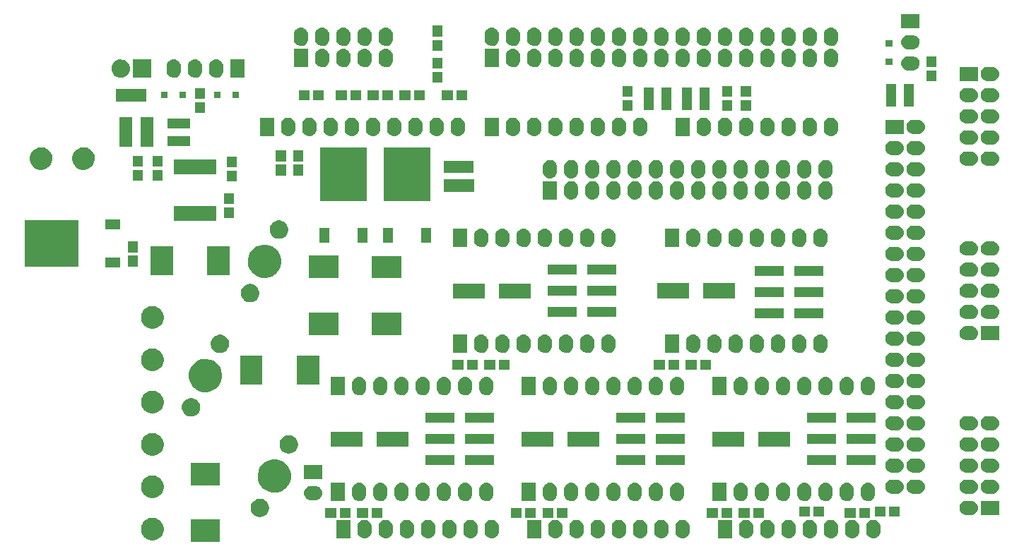
<source format=gts>
%FSLAX34Y34*%
G04 Gerber Fmt 3.4, Leading zero omitted, Abs format*
G04 (created by PCBNEW (2014-06-10 BZR 4935)-product) date 26/06/2014 20:15:23*
%MOIN*%
G01*
G70*
G90*
G04 APERTURE LIST*
%ADD10C,0.005906*%
G04 APERTURE END LIST*
G54D10*
G36*
X11781Y-17449D02*
X11780Y-17565D01*
X11756Y-17669D01*
X11714Y-17763D01*
X11654Y-17848D01*
X11577Y-17921D01*
X11492Y-17976D01*
X11390Y-18015D01*
X11294Y-18032D01*
X11185Y-18030D01*
X11086Y-18008D01*
X10989Y-17966D01*
X10903Y-17906D01*
X10831Y-17832D01*
X10773Y-17742D01*
X10737Y-17649D01*
X10717Y-17542D01*
X10718Y-17442D01*
X10741Y-17337D01*
X10781Y-17243D01*
X10840Y-17156D01*
X10915Y-17083D01*
X11001Y-17027D01*
X11101Y-16986D01*
X11198Y-16968D01*
X11307Y-16968D01*
X11406Y-16989D01*
X11504Y-17030D01*
X11590Y-17088D01*
X11663Y-17162D01*
X11722Y-17250D01*
X11760Y-17343D01*
X11781Y-17449D01*
X11781Y-17449D01*
G37*
G36*
X13010Y-22602D02*
X13009Y-22602D01*
X10490Y-22602D01*
X10489Y-22602D01*
X10489Y-20397D01*
X10490Y-20397D01*
X13009Y-20397D01*
X13010Y-20397D01*
X13010Y-22602D01*
X13010Y-22602D01*
G37*
G36*
X13781Y-17449D02*
X13780Y-17565D01*
X13756Y-17669D01*
X13714Y-17763D01*
X13654Y-17848D01*
X13577Y-17921D01*
X13492Y-17976D01*
X13390Y-18015D01*
X13294Y-18032D01*
X13185Y-18030D01*
X13086Y-18008D01*
X12989Y-17966D01*
X12903Y-17906D01*
X12831Y-17832D01*
X12773Y-17742D01*
X12737Y-17649D01*
X12717Y-17542D01*
X12718Y-17442D01*
X12741Y-17337D01*
X12781Y-17243D01*
X12840Y-17156D01*
X12915Y-17083D01*
X13001Y-17027D01*
X13101Y-16986D01*
X13198Y-16968D01*
X13307Y-16968D01*
X13406Y-16989D01*
X13504Y-17030D01*
X13590Y-17088D01*
X13663Y-17162D01*
X13722Y-17250D01*
X13760Y-17343D01*
X13781Y-17449D01*
X13781Y-17449D01*
G37*
G36*
X14978Y-20838D02*
X14978Y-20838D01*
X14269Y-20838D01*
X14269Y-20838D01*
X14269Y-20366D01*
X14269Y-20366D01*
X14978Y-20366D01*
X14978Y-20366D01*
X14978Y-20838D01*
X14978Y-20838D01*
G37*
G36*
X14978Y-22633D02*
X14978Y-22633D01*
X14269Y-22633D01*
X14269Y-22633D01*
X14269Y-22161D01*
X14269Y-22161D01*
X14978Y-22161D01*
X14978Y-22161D01*
X14978Y-22633D01*
X14978Y-22633D01*
G37*
G36*
X15435Y-13252D02*
X15426Y-13338D01*
X15402Y-13416D01*
X15401Y-13417D01*
X15401Y-13417D01*
X15361Y-13492D01*
X15361Y-13492D01*
X15359Y-13494D01*
X15309Y-13555D01*
X15307Y-13557D01*
X15307Y-13557D01*
X15241Y-13610D01*
X15241Y-13610D01*
X15240Y-13611D01*
X15168Y-13649D01*
X15167Y-13650D01*
X15167Y-13650D01*
X15086Y-13674D01*
X15085Y-13674D01*
X15085Y-13674D01*
X15002Y-13683D01*
X15002Y-13683D01*
X14997Y-13683D01*
X14997Y-13683D01*
X14991Y-13683D01*
X14908Y-13673D01*
X14908Y-13673D01*
X14907Y-13673D01*
X14827Y-13648D01*
X14826Y-13647D01*
X14825Y-13647D01*
X14754Y-13608D01*
X14753Y-13607D01*
X14753Y-13607D01*
X14688Y-13553D01*
X14688Y-13552D01*
X14686Y-13551D01*
X14636Y-13489D01*
X14595Y-13411D01*
X14572Y-13331D01*
X14564Y-13247D01*
X14573Y-13161D01*
X14597Y-13083D01*
X14598Y-13082D01*
X14598Y-13082D01*
X14638Y-13007D01*
X14638Y-13007D01*
X14640Y-13005D01*
X14690Y-12944D01*
X14692Y-12942D01*
X14692Y-12942D01*
X14758Y-12889D01*
X14758Y-12889D01*
X14759Y-12888D01*
X14831Y-12850D01*
X14832Y-12849D01*
X14832Y-12849D01*
X14913Y-12825D01*
X14914Y-12825D01*
X14914Y-12825D01*
X14997Y-12816D01*
X14997Y-12816D01*
X15002Y-12816D01*
X15002Y-12816D01*
X15008Y-12816D01*
X15091Y-12826D01*
X15091Y-12826D01*
X15092Y-12826D01*
X15172Y-12851D01*
X15173Y-12852D01*
X15174Y-12852D01*
X15245Y-12891D01*
X15246Y-12892D01*
X15246Y-12892D01*
X15311Y-12946D01*
X15311Y-12947D01*
X15313Y-12948D01*
X15363Y-13010D01*
X15404Y-13088D01*
X15427Y-13168D01*
X15435Y-13252D01*
X15435Y-13252D01*
G37*
G36*
X15545Y-16958D02*
X15545Y-16958D01*
X14954Y-16958D01*
X14954Y-16958D01*
X14954Y-16256D01*
X14954Y-16243D01*
X14954Y-15541D01*
X14954Y-15541D01*
X15545Y-15541D01*
X15545Y-15541D01*
X15545Y-16243D01*
X15545Y-16256D01*
X15545Y-16958D01*
X15545Y-16958D01*
G37*
G36*
X15799Y-21926D02*
X15799Y-21926D01*
X15326Y-21926D01*
X15326Y-21926D01*
X15326Y-21414D01*
X15326Y-21414D01*
X15799Y-21414D01*
X15799Y-21414D01*
X15799Y-21926D01*
X15799Y-21926D01*
G37*
G36*
X15799Y-22595D02*
X15799Y-22595D01*
X15326Y-22595D01*
X15326Y-22595D01*
X15326Y-22083D01*
X15326Y-22083D01*
X15799Y-22083D01*
X15799Y-22083D01*
X15799Y-22595D01*
X15799Y-22595D01*
G37*
G36*
X16036Y-17871D02*
X16036Y-17871D01*
X15563Y-17871D01*
X15563Y-17871D01*
X15563Y-17359D01*
X15563Y-17359D01*
X16036Y-17359D01*
X16036Y-17359D01*
X16036Y-17871D01*
X16036Y-17871D01*
G37*
G36*
X16036Y-18540D02*
X16036Y-18540D01*
X15563Y-18540D01*
X15563Y-18540D01*
X15563Y-18028D01*
X15563Y-18028D01*
X16036Y-18028D01*
X16036Y-18028D01*
X16036Y-18540D01*
X16036Y-18540D01*
G37*
G36*
X16209Y-14795D02*
X16208Y-14795D01*
X15539Y-14795D01*
X15499Y-14795D01*
X15460Y-14795D01*
X14791Y-14795D01*
X14790Y-14795D01*
X14790Y-14204D01*
X14791Y-14204D01*
X15460Y-14204D01*
X15500Y-14204D01*
X15539Y-14204D01*
X16208Y-14204D01*
X16209Y-14204D01*
X16209Y-14795D01*
X16209Y-14795D01*
G37*
G36*
X16433Y-13683D02*
X16433Y-13683D01*
X15566Y-13683D01*
X15566Y-13683D01*
X15566Y-12816D01*
X15566Y-12816D01*
X16433Y-12816D01*
X16433Y-12816D01*
X16433Y-13683D01*
X16433Y-13683D01*
G37*
G36*
X16545Y-16958D02*
X16545Y-16958D01*
X15954Y-16958D01*
X15954Y-16958D01*
X15954Y-16256D01*
X15954Y-16243D01*
X15954Y-15541D01*
X15954Y-15541D01*
X16545Y-15541D01*
X16545Y-15541D01*
X16545Y-16243D01*
X16545Y-16256D01*
X16545Y-16958D01*
X16545Y-16958D01*
G37*
G36*
X16986Y-17871D02*
X16986Y-17871D01*
X16513Y-17871D01*
X16513Y-17871D01*
X16513Y-17359D01*
X16513Y-17359D01*
X16986Y-17359D01*
X16986Y-17359D01*
X16986Y-17871D01*
X16986Y-17871D01*
G37*
G36*
X16986Y-18540D02*
X16986Y-18540D01*
X16513Y-18540D01*
X16513Y-18540D01*
X16513Y-18028D01*
X16513Y-18028D01*
X16986Y-18028D01*
X16986Y-18028D01*
X16986Y-18540D01*
X16986Y-18540D01*
G37*
G36*
X17031Y-24949D02*
X17030Y-25065D01*
X17006Y-25169D01*
X16964Y-25263D01*
X16904Y-25348D01*
X16827Y-25421D01*
X16742Y-25476D01*
X16640Y-25515D01*
X16544Y-25532D01*
X16435Y-25530D01*
X16336Y-25508D01*
X16239Y-25466D01*
X16153Y-25406D01*
X16081Y-25332D01*
X16023Y-25242D01*
X15987Y-25149D01*
X15967Y-25042D01*
X15968Y-24942D01*
X15991Y-24837D01*
X16031Y-24743D01*
X16090Y-24656D01*
X16165Y-24583D01*
X16251Y-24527D01*
X16351Y-24486D01*
X16448Y-24468D01*
X16557Y-24468D01*
X16656Y-24489D01*
X16754Y-24530D01*
X16840Y-24588D01*
X16913Y-24662D01*
X16972Y-24750D01*
X17010Y-24843D01*
X17031Y-24949D01*
X17031Y-24949D01*
G37*
G36*
X17031Y-26949D02*
X17030Y-27065D01*
X17006Y-27169D01*
X16964Y-27263D01*
X16904Y-27348D01*
X16827Y-27421D01*
X16742Y-27476D01*
X16640Y-27515D01*
X16544Y-27532D01*
X16435Y-27530D01*
X16336Y-27508D01*
X16239Y-27466D01*
X16153Y-27406D01*
X16081Y-27332D01*
X16023Y-27242D01*
X15987Y-27149D01*
X15967Y-27042D01*
X15968Y-26942D01*
X15991Y-26837D01*
X16031Y-26743D01*
X16090Y-26656D01*
X16165Y-26583D01*
X16251Y-26527D01*
X16351Y-26486D01*
X16448Y-26468D01*
X16557Y-26468D01*
X16656Y-26489D01*
X16754Y-26530D01*
X16840Y-26588D01*
X16913Y-26662D01*
X16972Y-26750D01*
X17010Y-26843D01*
X17031Y-26949D01*
X17031Y-26949D01*
G37*
G36*
X17031Y-28949D02*
X17030Y-29065D01*
X17006Y-29169D01*
X16964Y-29263D01*
X16904Y-29348D01*
X16827Y-29421D01*
X16742Y-29476D01*
X16640Y-29515D01*
X16544Y-29532D01*
X16435Y-29530D01*
X16336Y-29508D01*
X16239Y-29466D01*
X16153Y-29406D01*
X16081Y-29332D01*
X16023Y-29242D01*
X15987Y-29149D01*
X15967Y-29042D01*
X15968Y-28942D01*
X15991Y-28837D01*
X16031Y-28743D01*
X16090Y-28656D01*
X16165Y-28583D01*
X16251Y-28527D01*
X16351Y-28486D01*
X16448Y-28468D01*
X16557Y-28468D01*
X16656Y-28489D01*
X16754Y-28530D01*
X16840Y-28588D01*
X16913Y-28662D01*
X16972Y-28750D01*
X17010Y-28843D01*
X17031Y-28949D01*
X17031Y-28949D01*
G37*
G36*
X17031Y-30949D02*
X17030Y-31065D01*
X17006Y-31169D01*
X16964Y-31263D01*
X16904Y-31348D01*
X16827Y-31421D01*
X16742Y-31476D01*
X16640Y-31515D01*
X16544Y-31532D01*
X16435Y-31530D01*
X16336Y-31508D01*
X16239Y-31466D01*
X16153Y-31406D01*
X16081Y-31332D01*
X16023Y-31242D01*
X15987Y-31149D01*
X15967Y-31042D01*
X15968Y-30942D01*
X15991Y-30837D01*
X16031Y-30743D01*
X16090Y-30656D01*
X16165Y-30583D01*
X16251Y-30527D01*
X16351Y-30486D01*
X16448Y-30468D01*
X16557Y-30468D01*
X16656Y-30489D01*
X16754Y-30530D01*
X16840Y-30588D01*
X16913Y-30662D01*
X16972Y-30750D01*
X17010Y-30843D01*
X17031Y-30949D01*
X17031Y-30949D01*
G37*
G36*
X17031Y-32949D02*
X17030Y-33065D01*
X17006Y-33169D01*
X16964Y-33263D01*
X16904Y-33348D01*
X16827Y-33421D01*
X16742Y-33476D01*
X16640Y-33515D01*
X16544Y-33532D01*
X16435Y-33530D01*
X16336Y-33508D01*
X16239Y-33466D01*
X16153Y-33406D01*
X16081Y-33332D01*
X16023Y-33242D01*
X15987Y-33149D01*
X15967Y-33042D01*
X15968Y-32942D01*
X15991Y-32837D01*
X16031Y-32743D01*
X16090Y-32656D01*
X16165Y-32583D01*
X16251Y-32527D01*
X16351Y-32486D01*
X16448Y-32468D01*
X16557Y-32468D01*
X16656Y-32489D01*
X16754Y-32530D01*
X16840Y-32588D01*
X16913Y-32662D01*
X16972Y-32750D01*
X17010Y-32843D01*
X17031Y-32949D01*
X17031Y-32949D01*
G37*
G36*
X17031Y-34949D02*
X17030Y-35065D01*
X17006Y-35169D01*
X16964Y-35263D01*
X16904Y-35348D01*
X16827Y-35421D01*
X16742Y-35476D01*
X16640Y-35515D01*
X16544Y-35532D01*
X16435Y-35530D01*
X16336Y-35508D01*
X16239Y-35466D01*
X16153Y-35406D01*
X16081Y-35332D01*
X16023Y-35242D01*
X15987Y-35149D01*
X15967Y-35042D01*
X15968Y-34942D01*
X15991Y-34837D01*
X16031Y-34743D01*
X16090Y-34656D01*
X16165Y-34583D01*
X16251Y-34527D01*
X16351Y-34486D01*
X16448Y-34468D01*
X16557Y-34468D01*
X16656Y-34489D01*
X16754Y-34530D01*
X16840Y-34588D01*
X16913Y-34662D01*
X16972Y-34750D01*
X17010Y-34843D01*
X17031Y-34949D01*
X17031Y-34949D01*
G37*
G36*
X17225Y-14657D02*
X17224Y-14657D01*
X16909Y-14657D01*
X16908Y-14657D01*
X16908Y-14342D01*
X16909Y-14342D01*
X17224Y-14342D01*
X17225Y-14342D01*
X17225Y-14657D01*
X17225Y-14657D01*
G37*
G36*
X17462Y-23019D02*
X17461Y-23019D01*
X16398Y-23019D01*
X16398Y-23019D01*
X16398Y-21641D01*
X16398Y-21641D01*
X17461Y-21641D01*
X17462Y-21641D01*
X17462Y-23019D01*
X17462Y-23019D01*
G37*
G36*
X17835Y-13343D02*
X17835Y-13349D01*
X17834Y-13354D01*
X17834Y-13355D01*
X17827Y-13420D01*
X17827Y-13420D01*
X17827Y-13421D01*
X17808Y-13480D01*
X17807Y-13481D01*
X17807Y-13482D01*
X17776Y-13539D01*
X17775Y-13539D01*
X17774Y-13542D01*
X17774Y-13542D01*
X17736Y-13587D01*
X17734Y-13589D01*
X17734Y-13589D01*
X17683Y-13630D01*
X17683Y-13630D01*
X17681Y-13631D01*
X17626Y-13660D01*
X17562Y-13679D01*
X17497Y-13685D01*
X17433Y-13678D01*
X17368Y-13658D01*
X17314Y-13629D01*
X17313Y-13628D01*
X17312Y-13627D01*
X17262Y-13586D01*
X17262Y-13586D01*
X17260Y-13584D01*
X17222Y-13538D01*
X17221Y-13536D01*
X17221Y-13535D01*
X17190Y-13478D01*
X17190Y-13477D01*
X17190Y-13477D01*
X17171Y-13416D01*
X17171Y-13415D01*
X17171Y-13415D01*
X17165Y-13350D01*
X17165Y-13349D01*
X17164Y-13343D01*
X17164Y-13156D01*
X17164Y-13150D01*
X17165Y-13145D01*
X17165Y-13144D01*
X17172Y-13079D01*
X17172Y-13079D01*
X17172Y-13078D01*
X17191Y-13019D01*
X17192Y-13018D01*
X17192Y-13017D01*
X17223Y-12960D01*
X17224Y-12960D01*
X17225Y-12957D01*
X17225Y-12957D01*
X17263Y-12912D01*
X17263Y-12912D01*
X17265Y-12910D01*
X17265Y-12910D01*
X17316Y-12869D01*
X17316Y-12869D01*
X17318Y-12868D01*
X17373Y-12839D01*
X17437Y-12820D01*
X17502Y-12814D01*
X17566Y-12821D01*
X17631Y-12841D01*
X17685Y-12870D01*
X17686Y-12871D01*
X17687Y-12872D01*
X17737Y-12913D01*
X17737Y-12913D01*
X17739Y-12915D01*
X17777Y-12961D01*
X17778Y-12963D01*
X17778Y-12964D01*
X17809Y-13021D01*
X17809Y-13022D01*
X17809Y-13022D01*
X17828Y-13083D01*
X17828Y-13084D01*
X17828Y-13084D01*
X17834Y-13149D01*
X17834Y-13150D01*
X17835Y-13156D01*
X17835Y-13343D01*
X17835Y-13343D01*
G37*
G36*
X18091Y-14657D02*
X18090Y-14657D01*
X17775Y-14657D01*
X17774Y-14657D01*
X17774Y-14342D01*
X17775Y-14342D01*
X18090Y-14342D01*
X18091Y-14342D01*
X18091Y-14657D01*
X18091Y-14657D01*
G37*
G36*
X18282Y-16070D02*
X18282Y-16070D01*
X17967Y-16070D01*
X17946Y-16070D01*
X17928Y-16070D01*
X17907Y-16070D01*
X17592Y-16070D01*
X17571Y-16070D01*
X17553Y-16070D01*
X17532Y-16070D01*
X17217Y-16070D01*
X17217Y-16070D01*
X17217Y-15597D01*
X17217Y-15597D01*
X17532Y-15597D01*
X17553Y-15597D01*
X17571Y-15597D01*
X17592Y-15597D01*
X17907Y-15597D01*
X17928Y-15597D01*
X17946Y-15597D01*
X17967Y-15597D01*
X18282Y-15597D01*
X18282Y-15597D01*
X18282Y-16070D01*
X18282Y-16070D01*
G37*
G36*
X18282Y-16902D02*
X18282Y-16902D01*
X17967Y-16902D01*
X17946Y-16902D01*
X17928Y-16902D01*
X17907Y-16902D01*
X17592Y-16902D01*
X17571Y-16902D01*
X17553Y-16902D01*
X17532Y-16902D01*
X17217Y-16902D01*
X17217Y-16902D01*
X17217Y-16429D01*
X17217Y-16429D01*
X17532Y-16429D01*
X17553Y-16429D01*
X17571Y-16429D01*
X17592Y-16429D01*
X17907Y-16429D01*
X17928Y-16429D01*
X17946Y-16429D01*
X17967Y-16429D01*
X18282Y-16429D01*
X18282Y-16429D01*
X18282Y-16902D01*
X18282Y-16902D01*
G37*
G36*
X18752Y-29209D02*
X18751Y-29302D01*
X18731Y-29388D01*
X18697Y-29464D01*
X18648Y-29534D01*
X18585Y-29593D01*
X18516Y-29637D01*
X18433Y-29670D01*
X18355Y-29683D01*
X18265Y-29682D01*
X18185Y-29664D01*
X18106Y-29629D01*
X18036Y-29581D01*
X17978Y-29521D01*
X17930Y-29447D01*
X17900Y-29372D01*
X17884Y-29283D01*
X17885Y-29203D01*
X17904Y-29117D01*
X17936Y-29040D01*
X17985Y-28970D01*
X18046Y-28910D01*
X18116Y-28864D01*
X18198Y-28831D01*
X18276Y-28816D01*
X18366Y-28817D01*
X18445Y-28833D01*
X18526Y-28867D01*
X18596Y-28914D01*
X18655Y-28974D01*
X18703Y-29046D01*
X18735Y-29122D01*
X18752Y-29209D01*
X18752Y-29209D01*
G37*
G36*
X18835Y-13343D02*
X18835Y-13349D01*
X18834Y-13354D01*
X18834Y-13355D01*
X18827Y-13420D01*
X18827Y-13420D01*
X18827Y-13421D01*
X18808Y-13480D01*
X18807Y-13481D01*
X18807Y-13482D01*
X18776Y-13539D01*
X18775Y-13539D01*
X18774Y-13542D01*
X18774Y-13542D01*
X18736Y-13587D01*
X18734Y-13589D01*
X18734Y-13589D01*
X18683Y-13630D01*
X18683Y-13630D01*
X18681Y-13631D01*
X18626Y-13660D01*
X18562Y-13679D01*
X18497Y-13685D01*
X18433Y-13678D01*
X18368Y-13658D01*
X18314Y-13629D01*
X18313Y-13628D01*
X18312Y-13627D01*
X18262Y-13586D01*
X18262Y-13586D01*
X18260Y-13584D01*
X18222Y-13538D01*
X18221Y-13536D01*
X18221Y-13535D01*
X18190Y-13478D01*
X18190Y-13477D01*
X18190Y-13477D01*
X18171Y-13416D01*
X18171Y-13415D01*
X18171Y-13415D01*
X18165Y-13350D01*
X18165Y-13349D01*
X18164Y-13343D01*
X18164Y-13156D01*
X18164Y-13150D01*
X18165Y-13145D01*
X18165Y-13144D01*
X18172Y-13079D01*
X18172Y-13079D01*
X18172Y-13078D01*
X18191Y-13019D01*
X18192Y-13018D01*
X18192Y-13017D01*
X18223Y-12960D01*
X18224Y-12960D01*
X18225Y-12957D01*
X18225Y-12957D01*
X18263Y-12912D01*
X18263Y-12912D01*
X18265Y-12910D01*
X18265Y-12910D01*
X18316Y-12869D01*
X18316Y-12869D01*
X18318Y-12868D01*
X18373Y-12839D01*
X18437Y-12820D01*
X18502Y-12814D01*
X18566Y-12821D01*
X18631Y-12841D01*
X18685Y-12870D01*
X18686Y-12871D01*
X18687Y-12872D01*
X18737Y-12913D01*
X18737Y-12913D01*
X18739Y-12915D01*
X18777Y-12961D01*
X18778Y-12963D01*
X18778Y-12964D01*
X18809Y-13021D01*
X18809Y-13022D01*
X18809Y-13022D01*
X18828Y-13083D01*
X18828Y-13084D01*
X18828Y-13084D01*
X18834Y-13149D01*
X18834Y-13150D01*
X18835Y-13156D01*
X18835Y-13343D01*
X18835Y-13343D01*
G37*
G36*
X18986Y-14671D02*
X18986Y-14671D01*
X18513Y-14671D01*
X18513Y-14671D01*
X18513Y-14159D01*
X18513Y-14159D01*
X18986Y-14159D01*
X18986Y-14159D01*
X18986Y-14671D01*
X18986Y-14671D01*
G37*
G36*
X18986Y-15340D02*
X18986Y-15340D01*
X18513Y-15340D01*
X18513Y-15340D01*
X18513Y-14828D01*
X18513Y-14828D01*
X18986Y-14828D01*
X18986Y-14828D01*
X18986Y-15340D01*
X18986Y-15340D01*
G37*
G36*
X19494Y-18251D02*
X19494Y-18251D01*
X19297Y-18251D01*
X19277Y-18251D01*
X19257Y-18251D01*
X19238Y-18251D01*
X19041Y-18251D01*
X19021Y-18251D01*
X19001Y-18251D01*
X18982Y-18251D01*
X18785Y-18251D01*
X18765Y-18251D01*
X18746Y-18251D01*
X18726Y-18251D01*
X18529Y-18251D01*
X18509Y-18251D01*
X18490Y-18251D01*
X18470Y-18251D01*
X18273Y-18251D01*
X18253Y-18251D01*
X18234Y-18251D01*
X18214Y-18251D01*
X18017Y-18251D01*
X17998Y-18251D01*
X17978Y-18251D01*
X17958Y-18251D01*
X17761Y-18251D01*
X17742Y-18251D01*
X17722Y-18251D01*
X17702Y-18251D01*
X17505Y-18251D01*
X17505Y-18251D01*
X17505Y-17543D01*
X17505Y-17543D01*
X17702Y-17543D01*
X17722Y-17543D01*
X17742Y-17543D01*
X17761Y-17543D01*
X17958Y-17543D01*
X17978Y-17543D01*
X17998Y-17543D01*
X18017Y-17543D01*
X18214Y-17543D01*
X18234Y-17543D01*
X18253Y-17543D01*
X18273Y-17543D01*
X18470Y-17543D01*
X18490Y-17543D01*
X18509Y-17543D01*
X18529Y-17543D01*
X18726Y-17543D01*
X18746Y-17543D01*
X18765Y-17543D01*
X18785Y-17543D01*
X18982Y-17543D01*
X19001Y-17543D01*
X19021Y-17543D01*
X19041Y-17543D01*
X19238Y-17543D01*
X19257Y-17543D01*
X19277Y-17543D01*
X19297Y-17543D01*
X19494Y-17543D01*
X19494Y-17543D01*
X19494Y-18251D01*
X19494Y-18251D01*
G37*
G36*
X19494Y-20456D02*
X19494Y-20456D01*
X19297Y-20456D01*
X19277Y-20456D01*
X19257Y-20456D01*
X19238Y-20456D01*
X19041Y-20456D01*
X19021Y-20456D01*
X19001Y-20456D01*
X18982Y-20456D01*
X18785Y-20456D01*
X18765Y-20456D01*
X18746Y-20456D01*
X18726Y-20456D01*
X18529Y-20456D01*
X18509Y-20456D01*
X18490Y-20456D01*
X18470Y-20456D01*
X18273Y-20456D01*
X18253Y-20456D01*
X18234Y-20456D01*
X18214Y-20456D01*
X18017Y-20456D01*
X17998Y-20456D01*
X17978Y-20456D01*
X17958Y-20456D01*
X17761Y-20456D01*
X17742Y-20456D01*
X17722Y-20456D01*
X17702Y-20456D01*
X17505Y-20456D01*
X17505Y-20456D01*
X17505Y-19748D01*
X17505Y-19748D01*
X17702Y-19748D01*
X17722Y-19748D01*
X17742Y-19748D01*
X17761Y-19748D01*
X17958Y-19748D01*
X17978Y-19748D01*
X17998Y-19748D01*
X18017Y-19748D01*
X18214Y-19748D01*
X18234Y-19748D01*
X18253Y-19748D01*
X18273Y-19748D01*
X18470Y-19748D01*
X18490Y-19748D01*
X18509Y-19748D01*
X18529Y-19748D01*
X18726Y-19748D01*
X18746Y-19748D01*
X18765Y-19748D01*
X18785Y-19748D01*
X18982Y-19748D01*
X19001Y-19748D01*
X19021Y-19748D01*
X19041Y-19748D01*
X19238Y-19748D01*
X19257Y-19748D01*
X19277Y-19748D01*
X19297Y-19748D01*
X19494Y-19748D01*
X19494Y-19748D01*
X19494Y-20456D01*
X19494Y-20456D01*
G37*
G36*
X19689Y-32942D02*
X19688Y-32942D01*
X18311Y-32942D01*
X18310Y-32942D01*
X18310Y-31879D01*
X18311Y-31879D01*
X19688Y-31879D01*
X19689Y-31879D01*
X19689Y-32942D01*
X19689Y-32942D01*
G37*
G36*
X19689Y-35620D02*
X19688Y-35620D01*
X18311Y-35620D01*
X18310Y-35620D01*
X18310Y-34557D01*
X18311Y-34557D01*
X19688Y-34557D01*
X19689Y-34557D01*
X19689Y-35620D01*
X19689Y-35620D01*
G37*
G36*
X19725Y-14657D02*
X19724Y-14657D01*
X19409Y-14657D01*
X19408Y-14657D01*
X19408Y-14342D01*
X19409Y-14342D01*
X19724Y-14342D01*
X19725Y-14342D01*
X19725Y-14657D01*
X19725Y-14657D01*
G37*
G36*
X19787Y-27674D02*
X19785Y-27847D01*
X19750Y-28000D01*
X19688Y-28140D01*
X19599Y-28266D01*
X19486Y-28374D01*
X19358Y-28455D01*
X19209Y-28513D01*
X19063Y-28538D01*
X18904Y-28535D01*
X18756Y-28503D01*
X18613Y-28440D01*
X18486Y-28352D01*
X18380Y-28242D01*
X18295Y-28110D01*
X18239Y-27970D01*
X18211Y-27813D01*
X18213Y-27664D01*
X18246Y-27509D01*
X18306Y-27369D01*
X18393Y-27241D01*
X18504Y-27132D01*
X18632Y-27049D01*
X18778Y-26990D01*
X18925Y-26962D01*
X19084Y-26963D01*
X19232Y-26993D01*
X19377Y-27054D01*
X19504Y-27140D01*
X19612Y-27249D01*
X19699Y-27379D01*
X19757Y-27519D01*
X19787Y-27674D01*
X19787Y-27674D01*
G37*
G36*
X19835Y-13343D02*
X19835Y-13349D01*
X19834Y-13354D01*
X19834Y-13355D01*
X19827Y-13420D01*
X19827Y-13420D01*
X19827Y-13421D01*
X19808Y-13480D01*
X19807Y-13481D01*
X19807Y-13482D01*
X19776Y-13539D01*
X19775Y-13539D01*
X19774Y-13542D01*
X19774Y-13542D01*
X19736Y-13587D01*
X19734Y-13589D01*
X19734Y-13589D01*
X19683Y-13630D01*
X19683Y-13630D01*
X19681Y-13631D01*
X19626Y-13660D01*
X19562Y-13679D01*
X19497Y-13685D01*
X19433Y-13678D01*
X19368Y-13658D01*
X19314Y-13629D01*
X19313Y-13628D01*
X19312Y-13627D01*
X19262Y-13586D01*
X19262Y-13586D01*
X19260Y-13584D01*
X19222Y-13538D01*
X19221Y-13536D01*
X19221Y-13535D01*
X19190Y-13478D01*
X19190Y-13477D01*
X19190Y-13477D01*
X19171Y-13416D01*
X19171Y-13415D01*
X19171Y-13415D01*
X19165Y-13350D01*
X19165Y-13349D01*
X19164Y-13343D01*
X19164Y-13156D01*
X19164Y-13150D01*
X19165Y-13145D01*
X19165Y-13144D01*
X19172Y-13079D01*
X19172Y-13079D01*
X19172Y-13078D01*
X19191Y-13019D01*
X19192Y-13018D01*
X19192Y-13017D01*
X19223Y-12960D01*
X19224Y-12960D01*
X19225Y-12957D01*
X19225Y-12957D01*
X19263Y-12912D01*
X19263Y-12912D01*
X19265Y-12910D01*
X19265Y-12910D01*
X19316Y-12869D01*
X19316Y-12869D01*
X19318Y-12868D01*
X19373Y-12839D01*
X19437Y-12820D01*
X19502Y-12814D01*
X19566Y-12821D01*
X19631Y-12841D01*
X19685Y-12870D01*
X19686Y-12871D01*
X19687Y-12872D01*
X19737Y-12913D01*
X19737Y-12913D01*
X19739Y-12915D01*
X19777Y-12961D01*
X19778Y-12963D01*
X19778Y-12964D01*
X19809Y-13021D01*
X19809Y-13022D01*
X19809Y-13022D01*
X19828Y-13083D01*
X19828Y-13084D01*
X19828Y-13084D01*
X19834Y-13149D01*
X19834Y-13150D01*
X19835Y-13156D01*
X19835Y-13343D01*
X19835Y-13343D01*
G37*
G36*
X20114Y-26209D02*
X20113Y-26302D01*
X20093Y-26388D01*
X20059Y-26464D01*
X20010Y-26534D01*
X19948Y-26593D01*
X19878Y-26637D01*
X19795Y-26670D01*
X19717Y-26683D01*
X19627Y-26682D01*
X19547Y-26664D01*
X19468Y-26629D01*
X19398Y-26581D01*
X19340Y-26521D01*
X19292Y-26447D01*
X19263Y-26372D01*
X19246Y-26283D01*
X19248Y-26203D01*
X19266Y-26117D01*
X19299Y-26040D01*
X19347Y-25970D01*
X19408Y-25910D01*
X19478Y-25864D01*
X19560Y-25831D01*
X19639Y-25816D01*
X19728Y-25817D01*
X19808Y-25833D01*
X19888Y-25867D01*
X19958Y-25914D01*
X20018Y-25974D01*
X20066Y-26046D01*
X20097Y-26122D01*
X20114Y-26209D01*
X20114Y-26209D01*
G37*
G36*
X20140Y-23019D02*
X20139Y-23019D01*
X19076Y-23019D01*
X19076Y-23019D01*
X19076Y-21641D01*
X19076Y-21641D01*
X20139Y-21641D01*
X20140Y-21641D01*
X20140Y-23019D01*
X20140Y-23019D01*
G37*
G36*
X20342Y-19647D02*
X20341Y-19647D01*
X19869Y-19647D01*
X19868Y-19647D01*
X19868Y-19135D01*
X19869Y-19135D01*
X20341Y-19135D01*
X20342Y-19135D01*
X20342Y-19647D01*
X20342Y-19647D01*
G37*
G36*
X20342Y-20316D02*
X20341Y-20316D01*
X19869Y-20316D01*
X19868Y-20316D01*
X19868Y-19804D01*
X19869Y-19804D01*
X20341Y-19804D01*
X20342Y-19804D01*
X20342Y-20316D01*
X20342Y-20316D01*
G37*
G36*
X20486Y-17921D02*
X20486Y-17921D01*
X20013Y-17921D01*
X20013Y-17921D01*
X20013Y-17409D01*
X20013Y-17409D01*
X20486Y-17409D01*
X20486Y-17409D01*
X20486Y-17921D01*
X20486Y-17921D01*
G37*
G36*
X20486Y-18590D02*
X20486Y-18590D01*
X20013Y-18590D01*
X20013Y-18590D01*
X20013Y-18078D01*
X20013Y-18078D01*
X20486Y-18078D01*
X20486Y-18078D01*
X20486Y-18590D01*
X20486Y-18590D01*
G37*
G36*
X20591Y-14657D02*
X20590Y-14657D01*
X20275Y-14657D01*
X20274Y-14657D01*
X20274Y-14342D01*
X20275Y-14342D01*
X20590Y-14342D01*
X20591Y-14342D01*
X20591Y-14657D01*
X20591Y-14657D01*
G37*
G36*
X20835Y-13683D02*
X20834Y-13683D01*
X20165Y-13683D01*
X20164Y-13683D01*
X20164Y-12816D01*
X20165Y-12816D01*
X20834Y-12816D01*
X20835Y-12816D01*
X20835Y-13683D01*
X20835Y-13683D01*
G37*
G36*
X21536Y-23813D02*
X21535Y-23907D01*
X21515Y-23992D01*
X21481Y-24069D01*
X21432Y-24138D01*
X21369Y-24198D01*
X21300Y-24242D01*
X21217Y-24274D01*
X21139Y-24288D01*
X21049Y-24286D01*
X20969Y-24268D01*
X20890Y-24234D01*
X20820Y-24185D01*
X20762Y-24125D01*
X20714Y-24051D01*
X20684Y-23976D01*
X20668Y-23888D01*
X20669Y-23808D01*
X20688Y-23721D01*
X20720Y-23645D01*
X20769Y-23574D01*
X20830Y-23514D01*
X20900Y-23469D01*
X20982Y-23435D01*
X21060Y-23420D01*
X21150Y-23421D01*
X21229Y-23437D01*
X21310Y-23471D01*
X21380Y-23518D01*
X21439Y-23578D01*
X21487Y-23651D01*
X21519Y-23726D01*
X21536Y-23813D01*
X21536Y-23813D01*
G37*
G36*
X21692Y-28188D02*
X21692Y-28188D01*
X20629Y-28188D01*
X20629Y-28188D01*
X20629Y-26811D01*
X20629Y-26811D01*
X21692Y-26811D01*
X21692Y-26811D01*
X21692Y-28188D01*
X21692Y-28188D01*
G37*
G36*
X22002Y-33959D02*
X22001Y-34052D01*
X21981Y-34138D01*
X21947Y-34214D01*
X21898Y-34284D01*
X21835Y-34343D01*
X21766Y-34387D01*
X21683Y-34420D01*
X21605Y-34433D01*
X21515Y-34432D01*
X21435Y-34414D01*
X21356Y-34379D01*
X21286Y-34331D01*
X21228Y-34271D01*
X21180Y-34197D01*
X21150Y-34122D01*
X21134Y-34033D01*
X21135Y-33953D01*
X21154Y-33867D01*
X21186Y-33790D01*
X21235Y-33720D01*
X21296Y-33660D01*
X21366Y-33614D01*
X21448Y-33581D01*
X21526Y-33566D01*
X21616Y-33567D01*
X21695Y-33583D01*
X21776Y-33617D01*
X21846Y-33664D01*
X21905Y-33724D01*
X21953Y-33796D01*
X21985Y-33872D01*
X22002Y-33959D01*
X22002Y-33959D01*
G37*
G36*
X22235Y-16433D02*
X22234Y-16433D01*
X21565Y-16433D01*
X21564Y-16433D01*
X21564Y-15566D01*
X21565Y-15566D01*
X22234Y-15566D01*
X22235Y-15566D01*
X22235Y-16433D01*
X22235Y-16433D01*
G37*
G36*
X22571Y-22279D02*
X22569Y-22451D01*
X22534Y-22604D01*
X22472Y-22745D01*
X22383Y-22871D01*
X22270Y-22978D01*
X22142Y-23059D01*
X21993Y-23117D01*
X21847Y-23143D01*
X21688Y-23139D01*
X21540Y-23107D01*
X21397Y-23044D01*
X21270Y-22956D01*
X21164Y-22846D01*
X21079Y-22714D01*
X21023Y-22574D01*
X20995Y-22418D01*
X20997Y-22268D01*
X21030Y-22113D01*
X21090Y-21973D01*
X21177Y-21845D01*
X21288Y-21737D01*
X21416Y-21653D01*
X21562Y-21594D01*
X21709Y-21566D01*
X21868Y-21567D01*
X22016Y-21597D01*
X22161Y-21658D01*
X22288Y-21744D01*
X22396Y-21853D01*
X22483Y-21984D01*
X22541Y-22123D01*
X22571Y-22279D01*
X22571Y-22279D01*
G37*
G36*
X22799Y-17627D02*
X22798Y-17627D01*
X22326Y-17627D01*
X22325Y-17627D01*
X22325Y-17115D01*
X22326Y-17115D01*
X22798Y-17115D01*
X22799Y-17115D01*
X22799Y-17627D01*
X22799Y-17627D01*
G37*
G36*
X22799Y-18297D02*
X22798Y-18297D01*
X22326Y-18297D01*
X22325Y-18297D01*
X22325Y-17785D01*
X22326Y-17785D01*
X22798Y-17785D01*
X22799Y-17785D01*
X22799Y-18297D01*
X22799Y-18297D01*
G37*
G36*
X22898Y-20813D02*
X22897Y-20907D01*
X22877Y-20992D01*
X22843Y-21069D01*
X22794Y-21138D01*
X22732Y-21198D01*
X22662Y-21242D01*
X22579Y-21274D01*
X22501Y-21288D01*
X22411Y-21286D01*
X22331Y-21268D01*
X22252Y-21234D01*
X22182Y-21185D01*
X22124Y-21125D01*
X22076Y-21051D01*
X22047Y-20976D01*
X22030Y-20888D01*
X22032Y-20808D01*
X22050Y-20721D01*
X22083Y-20645D01*
X22131Y-20574D01*
X22192Y-20514D01*
X22262Y-20469D01*
X22344Y-20435D01*
X22422Y-20420D01*
X22512Y-20421D01*
X22591Y-20437D01*
X22672Y-20471D01*
X22742Y-20518D01*
X22802Y-20578D01*
X22850Y-20651D01*
X22881Y-20726D01*
X22898Y-20813D01*
X22898Y-20813D01*
G37*
G36*
X23037Y-32424D02*
X23035Y-32597D01*
X23000Y-32750D01*
X22938Y-32890D01*
X22849Y-33016D01*
X22736Y-33124D01*
X22608Y-33205D01*
X22459Y-33263D01*
X22313Y-33288D01*
X22154Y-33285D01*
X22006Y-33253D01*
X21863Y-33190D01*
X21736Y-33102D01*
X21630Y-32992D01*
X21545Y-32860D01*
X21489Y-32720D01*
X21461Y-32563D01*
X21463Y-32414D01*
X21496Y-32259D01*
X21556Y-32119D01*
X21643Y-31991D01*
X21754Y-31882D01*
X21882Y-31799D01*
X22028Y-31740D01*
X22175Y-31712D01*
X22334Y-31713D01*
X22482Y-31743D01*
X22627Y-31804D01*
X22754Y-31890D01*
X22862Y-31999D01*
X22949Y-32129D01*
X23007Y-32269D01*
X23037Y-32424D01*
X23037Y-32424D01*
G37*
G36*
X23235Y-16093D02*
X23235Y-16099D01*
X23234Y-16104D01*
X23234Y-16105D01*
X23227Y-16170D01*
X23227Y-16170D01*
X23227Y-16171D01*
X23208Y-16230D01*
X23207Y-16231D01*
X23207Y-16232D01*
X23176Y-16289D01*
X23175Y-16289D01*
X23174Y-16292D01*
X23174Y-16292D01*
X23136Y-16337D01*
X23134Y-16339D01*
X23134Y-16339D01*
X23083Y-16380D01*
X23083Y-16380D01*
X23081Y-16381D01*
X23026Y-16410D01*
X22962Y-16429D01*
X22897Y-16435D01*
X22833Y-16428D01*
X22768Y-16408D01*
X22714Y-16379D01*
X22713Y-16378D01*
X22712Y-16377D01*
X22662Y-16336D01*
X22662Y-16336D01*
X22660Y-16334D01*
X22622Y-16288D01*
X22621Y-16286D01*
X22621Y-16285D01*
X22590Y-16228D01*
X22590Y-16227D01*
X22590Y-16227D01*
X22571Y-16166D01*
X22571Y-16165D01*
X22571Y-16165D01*
X22565Y-16100D01*
X22565Y-16099D01*
X22564Y-16093D01*
X22564Y-15906D01*
X22564Y-15900D01*
X22565Y-15895D01*
X22565Y-15894D01*
X22572Y-15829D01*
X22572Y-15829D01*
X22572Y-15828D01*
X22591Y-15769D01*
X22592Y-15768D01*
X22592Y-15767D01*
X22623Y-15710D01*
X22624Y-15710D01*
X22625Y-15707D01*
X22625Y-15707D01*
X22663Y-15662D01*
X22663Y-15662D01*
X22665Y-15660D01*
X22665Y-15660D01*
X22716Y-15619D01*
X22716Y-15619D01*
X22718Y-15618D01*
X22773Y-15589D01*
X22837Y-15570D01*
X22902Y-15564D01*
X22966Y-15571D01*
X23031Y-15591D01*
X23085Y-15620D01*
X23086Y-15621D01*
X23087Y-15622D01*
X23137Y-15663D01*
X23137Y-15663D01*
X23139Y-15665D01*
X23177Y-15711D01*
X23178Y-15713D01*
X23178Y-15714D01*
X23209Y-15771D01*
X23209Y-15772D01*
X23209Y-15772D01*
X23228Y-15833D01*
X23228Y-15834D01*
X23228Y-15834D01*
X23234Y-15899D01*
X23234Y-15900D01*
X23235Y-15906D01*
X23235Y-16093D01*
X23235Y-16093D01*
G37*
G36*
X23364Y-30959D02*
X23363Y-31052D01*
X23343Y-31138D01*
X23309Y-31214D01*
X23260Y-31284D01*
X23198Y-31343D01*
X23128Y-31387D01*
X23045Y-31420D01*
X22967Y-31433D01*
X22877Y-31432D01*
X22797Y-31414D01*
X22718Y-31379D01*
X22648Y-31331D01*
X22590Y-31271D01*
X22542Y-31197D01*
X22513Y-31122D01*
X22496Y-31033D01*
X22498Y-30953D01*
X22516Y-30867D01*
X22549Y-30790D01*
X22597Y-30720D01*
X22658Y-30660D01*
X22728Y-30614D01*
X22810Y-30581D01*
X22889Y-30566D01*
X22978Y-30567D01*
X23058Y-30583D01*
X23138Y-30617D01*
X23208Y-30664D01*
X23268Y-30724D01*
X23316Y-30796D01*
X23347Y-30872D01*
X23364Y-30959D01*
X23364Y-30959D01*
G37*
G36*
X23622Y-17630D02*
X23622Y-17630D01*
X23149Y-17630D01*
X23149Y-17630D01*
X23149Y-17118D01*
X23149Y-17118D01*
X23622Y-17118D01*
X23622Y-17118D01*
X23622Y-17630D01*
X23622Y-17630D01*
G37*
G36*
X23622Y-18299D02*
X23622Y-18299D01*
X23149Y-18299D01*
X23149Y-18299D01*
X23149Y-17787D01*
X23149Y-17787D01*
X23622Y-17787D01*
X23622Y-17787D01*
X23622Y-18299D01*
X23622Y-18299D01*
G37*
G36*
X23835Y-11843D02*
X23835Y-11849D01*
X23834Y-11854D01*
X23834Y-11855D01*
X23827Y-11920D01*
X23827Y-11920D01*
X23827Y-11921D01*
X23808Y-11980D01*
X23807Y-11981D01*
X23807Y-11982D01*
X23776Y-12039D01*
X23775Y-12039D01*
X23774Y-12042D01*
X23774Y-12042D01*
X23736Y-12087D01*
X23734Y-12089D01*
X23734Y-12089D01*
X23683Y-12130D01*
X23683Y-12130D01*
X23681Y-12131D01*
X23626Y-12160D01*
X23562Y-12179D01*
X23497Y-12185D01*
X23433Y-12178D01*
X23368Y-12158D01*
X23314Y-12129D01*
X23313Y-12128D01*
X23312Y-12127D01*
X23262Y-12086D01*
X23262Y-12086D01*
X23260Y-12084D01*
X23222Y-12038D01*
X23221Y-12036D01*
X23221Y-12035D01*
X23190Y-11978D01*
X23190Y-11977D01*
X23190Y-11977D01*
X23171Y-11916D01*
X23171Y-11915D01*
X23171Y-11915D01*
X23165Y-11850D01*
X23165Y-11849D01*
X23164Y-11843D01*
X23164Y-11656D01*
X23164Y-11650D01*
X23165Y-11645D01*
X23165Y-11644D01*
X23172Y-11579D01*
X23172Y-11579D01*
X23172Y-11578D01*
X23191Y-11519D01*
X23192Y-11518D01*
X23192Y-11517D01*
X23223Y-11460D01*
X23224Y-11460D01*
X23225Y-11457D01*
X23225Y-11457D01*
X23263Y-11412D01*
X23263Y-11412D01*
X23265Y-11410D01*
X23265Y-11410D01*
X23316Y-11369D01*
X23316Y-11369D01*
X23318Y-11368D01*
X23373Y-11339D01*
X23437Y-11320D01*
X23502Y-11314D01*
X23566Y-11321D01*
X23631Y-11341D01*
X23685Y-11370D01*
X23686Y-11371D01*
X23687Y-11372D01*
X23737Y-11413D01*
X23737Y-11413D01*
X23739Y-11415D01*
X23777Y-11461D01*
X23778Y-11463D01*
X23778Y-11464D01*
X23809Y-11521D01*
X23809Y-11522D01*
X23809Y-11522D01*
X23828Y-11583D01*
X23828Y-11584D01*
X23828Y-11584D01*
X23834Y-11649D01*
X23834Y-11650D01*
X23835Y-11656D01*
X23835Y-11843D01*
X23835Y-11843D01*
G37*
G36*
X23835Y-13183D02*
X23834Y-13183D01*
X23165Y-13183D01*
X23164Y-13183D01*
X23164Y-12316D01*
X23165Y-12316D01*
X23834Y-12316D01*
X23835Y-12316D01*
X23835Y-13183D01*
X23835Y-13183D01*
G37*
G36*
X23921Y-14736D02*
X23921Y-14736D01*
X23409Y-14736D01*
X23408Y-14736D01*
X23408Y-14263D01*
X23409Y-14263D01*
X23921Y-14263D01*
X23921Y-14263D01*
X23921Y-14736D01*
X23921Y-14736D01*
G37*
G36*
X24235Y-16093D02*
X24235Y-16099D01*
X24234Y-16104D01*
X24234Y-16105D01*
X24227Y-16170D01*
X24227Y-16170D01*
X24227Y-16171D01*
X24208Y-16230D01*
X24207Y-16231D01*
X24207Y-16232D01*
X24176Y-16289D01*
X24175Y-16289D01*
X24174Y-16292D01*
X24174Y-16292D01*
X24136Y-16337D01*
X24134Y-16339D01*
X24134Y-16339D01*
X24083Y-16380D01*
X24083Y-16380D01*
X24081Y-16381D01*
X24026Y-16410D01*
X23962Y-16429D01*
X23897Y-16435D01*
X23833Y-16428D01*
X23768Y-16408D01*
X23714Y-16379D01*
X23713Y-16378D01*
X23712Y-16377D01*
X23662Y-16336D01*
X23662Y-16336D01*
X23660Y-16334D01*
X23622Y-16288D01*
X23621Y-16286D01*
X23621Y-16285D01*
X23590Y-16228D01*
X23590Y-16227D01*
X23590Y-16227D01*
X23571Y-16166D01*
X23571Y-16165D01*
X23571Y-16165D01*
X23565Y-16100D01*
X23565Y-16099D01*
X23564Y-16093D01*
X23564Y-15906D01*
X23564Y-15900D01*
X23565Y-15895D01*
X23565Y-15894D01*
X23572Y-15829D01*
X23572Y-15829D01*
X23572Y-15828D01*
X23591Y-15769D01*
X23592Y-15768D01*
X23592Y-15767D01*
X23623Y-15710D01*
X23624Y-15710D01*
X23625Y-15707D01*
X23625Y-15707D01*
X23663Y-15662D01*
X23663Y-15662D01*
X23665Y-15660D01*
X23665Y-15660D01*
X23716Y-15619D01*
X23716Y-15619D01*
X23718Y-15618D01*
X23773Y-15589D01*
X23837Y-15570D01*
X23902Y-15564D01*
X23966Y-15571D01*
X24031Y-15591D01*
X24085Y-15620D01*
X24086Y-15621D01*
X24087Y-15622D01*
X24137Y-15663D01*
X24137Y-15663D01*
X24139Y-15665D01*
X24177Y-15711D01*
X24178Y-15713D01*
X24178Y-15714D01*
X24209Y-15771D01*
X24209Y-15772D01*
X24209Y-15772D01*
X24228Y-15833D01*
X24228Y-15834D01*
X24228Y-15834D01*
X24234Y-15899D01*
X24234Y-15900D01*
X24235Y-15906D01*
X24235Y-16093D01*
X24235Y-16093D01*
G37*
G36*
X24370Y-28188D02*
X24370Y-28188D01*
X23307Y-28188D01*
X23307Y-28188D01*
X23307Y-26811D01*
X23307Y-26811D01*
X24370Y-26811D01*
X24370Y-26811D01*
X24370Y-28188D01*
X24370Y-28188D01*
G37*
G36*
X24513Y-32634D02*
X24513Y-32634D01*
X23646Y-32634D01*
X23646Y-32634D01*
X23646Y-31965D01*
X23646Y-31965D01*
X24513Y-31965D01*
X24513Y-31965D01*
X24513Y-32634D01*
X24513Y-32634D01*
G37*
G36*
X24515Y-33302D02*
X24508Y-33368D01*
X24489Y-33428D01*
X24489Y-33429D01*
X24489Y-33429D01*
X24457Y-33487D01*
X24457Y-33487D01*
X24456Y-33489D01*
X24418Y-33535D01*
X24416Y-33537D01*
X24416Y-33537D01*
X24365Y-33578D01*
X24365Y-33578D01*
X24364Y-33579D01*
X24309Y-33608D01*
X24308Y-33609D01*
X24308Y-33609D01*
X24245Y-33628D01*
X24245Y-33628D01*
X24245Y-33628D01*
X24180Y-33634D01*
X24180Y-33634D01*
X23979Y-33634D01*
X23979Y-33634D01*
X23974Y-33634D01*
X23910Y-33627D01*
X23910Y-33627D01*
X23909Y-33627D01*
X23847Y-33607D01*
X23847Y-33607D01*
X23845Y-33606D01*
X23792Y-33577D01*
X23790Y-33576D01*
X23790Y-33576D01*
X23740Y-33534D01*
X23740Y-33533D01*
X23738Y-33532D01*
X23700Y-33485D01*
X23668Y-33424D01*
X23650Y-33363D01*
X23644Y-33297D01*
X23651Y-33231D01*
X23670Y-33171D01*
X23670Y-33170D01*
X23670Y-33170D01*
X23702Y-33112D01*
X23702Y-33112D01*
X23703Y-33110D01*
X23741Y-33064D01*
X23743Y-33062D01*
X23743Y-33062D01*
X23794Y-33021D01*
X23794Y-33021D01*
X23795Y-33020D01*
X23850Y-32991D01*
X23851Y-32990D01*
X23851Y-32990D01*
X23914Y-32971D01*
X23914Y-32971D01*
X23914Y-32971D01*
X23979Y-32965D01*
X23979Y-32965D01*
X24180Y-32965D01*
X24180Y-32965D01*
X24185Y-32965D01*
X24249Y-32972D01*
X24249Y-32972D01*
X24250Y-32972D01*
X24312Y-32992D01*
X24312Y-32992D01*
X24314Y-32993D01*
X24367Y-33022D01*
X24369Y-33023D01*
X24369Y-33023D01*
X24419Y-33065D01*
X24419Y-33066D01*
X24421Y-33067D01*
X24459Y-33114D01*
X24491Y-33175D01*
X24509Y-33236D01*
X24515Y-33302D01*
X24515Y-33302D01*
G37*
G36*
X24591Y-14736D02*
X24590Y-14736D01*
X24078Y-14736D01*
X24078Y-14736D01*
X24078Y-14263D01*
X24078Y-14263D01*
X24590Y-14263D01*
X24591Y-14263D01*
X24591Y-14736D01*
X24591Y-14736D01*
G37*
G36*
X24835Y-11843D02*
X24835Y-11849D01*
X24834Y-11854D01*
X24834Y-11855D01*
X24827Y-11920D01*
X24827Y-11920D01*
X24827Y-11921D01*
X24808Y-11980D01*
X24807Y-11981D01*
X24807Y-11982D01*
X24776Y-12039D01*
X24775Y-12039D01*
X24774Y-12042D01*
X24774Y-12042D01*
X24736Y-12087D01*
X24734Y-12089D01*
X24734Y-12089D01*
X24683Y-12130D01*
X24683Y-12130D01*
X24681Y-12131D01*
X24626Y-12160D01*
X24562Y-12179D01*
X24497Y-12185D01*
X24433Y-12178D01*
X24368Y-12158D01*
X24314Y-12129D01*
X24313Y-12128D01*
X24312Y-12127D01*
X24262Y-12086D01*
X24262Y-12086D01*
X24260Y-12084D01*
X24222Y-12038D01*
X24221Y-12036D01*
X24221Y-12035D01*
X24190Y-11978D01*
X24190Y-11977D01*
X24190Y-11977D01*
X24171Y-11916D01*
X24171Y-11915D01*
X24171Y-11915D01*
X24165Y-11850D01*
X24165Y-11849D01*
X24164Y-11843D01*
X24164Y-11656D01*
X24164Y-11650D01*
X24165Y-11645D01*
X24165Y-11644D01*
X24172Y-11579D01*
X24172Y-11579D01*
X24172Y-11578D01*
X24191Y-11519D01*
X24192Y-11518D01*
X24192Y-11517D01*
X24223Y-11460D01*
X24224Y-11460D01*
X24225Y-11457D01*
X24225Y-11457D01*
X24263Y-11412D01*
X24263Y-11412D01*
X24265Y-11410D01*
X24265Y-11410D01*
X24316Y-11369D01*
X24316Y-11369D01*
X24318Y-11368D01*
X24373Y-11339D01*
X24437Y-11320D01*
X24502Y-11314D01*
X24566Y-11321D01*
X24631Y-11341D01*
X24685Y-11370D01*
X24686Y-11371D01*
X24687Y-11372D01*
X24737Y-11413D01*
X24737Y-11413D01*
X24739Y-11415D01*
X24777Y-11461D01*
X24778Y-11463D01*
X24778Y-11464D01*
X24809Y-11521D01*
X24809Y-11522D01*
X24809Y-11522D01*
X24828Y-11583D01*
X24828Y-11584D01*
X24828Y-11584D01*
X24834Y-11649D01*
X24834Y-11650D01*
X24835Y-11656D01*
X24835Y-11843D01*
X24835Y-11843D01*
G37*
G36*
X24835Y-12843D02*
X24835Y-12849D01*
X24834Y-12854D01*
X24834Y-12855D01*
X24827Y-12920D01*
X24827Y-12920D01*
X24827Y-12921D01*
X24808Y-12980D01*
X24807Y-12981D01*
X24807Y-12982D01*
X24776Y-13039D01*
X24775Y-13039D01*
X24774Y-13042D01*
X24774Y-13042D01*
X24736Y-13087D01*
X24734Y-13089D01*
X24734Y-13089D01*
X24683Y-13130D01*
X24683Y-13130D01*
X24681Y-13131D01*
X24626Y-13160D01*
X24562Y-13179D01*
X24497Y-13185D01*
X24433Y-13178D01*
X24368Y-13158D01*
X24314Y-13129D01*
X24313Y-13128D01*
X24312Y-13127D01*
X24262Y-13086D01*
X24262Y-13086D01*
X24260Y-13084D01*
X24222Y-13038D01*
X24221Y-13036D01*
X24221Y-13035D01*
X24190Y-12978D01*
X24190Y-12977D01*
X24190Y-12977D01*
X24171Y-12916D01*
X24171Y-12915D01*
X24171Y-12915D01*
X24165Y-12850D01*
X24165Y-12849D01*
X24164Y-12843D01*
X24164Y-12656D01*
X24164Y-12650D01*
X24165Y-12645D01*
X24165Y-12644D01*
X24172Y-12579D01*
X24172Y-12579D01*
X24172Y-12578D01*
X24191Y-12519D01*
X24192Y-12518D01*
X24192Y-12517D01*
X24223Y-12460D01*
X24224Y-12460D01*
X24225Y-12457D01*
X24225Y-12457D01*
X24263Y-12412D01*
X24263Y-12412D01*
X24265Y-12410D01*
X24265Y-12410D01*
X24316Y-12369D01*
X24316Y-12369D01*
X24318Y-12368D01*
X24373Y-12339D01*
X24437Y-12320D01*
X24502Y-12314D01*
X24566Y-12321D01*
X24631Y-12341D01*
X24685Y-12370D01*
X24686Y-12371D01*
X24687Y-12372D01*
X24737Y-12413D01*
X24737Y-12413D01*
X24739Y-12415D01*
X24777Y-12461D01*
X24778Y-12463D01*
X24778Y-12464D01*
X24809Y-12521D01*
X24809Y-12522D01*
X24809Y-12522D01*
X24828Y-12583D01*
X24828Y-12584D01*
X24828Y-12584D01*
X24834Y-12649D01*
X24834Y-12650D01*
X24835Y-12656D01*
X24835Y-12843D01*
X24835Y-12843D01*
G37*
G36*
X24839Y-21478D02*
X24838Y-21478D01*
X24366Y-21478D01*
X24365Y-21478D01*
X24365Y-20769D01*
X24366Y-20769D01*
X24838Y-20769D01*
X24839Y-20769D01*
X24839Y-21478D01*
X24839Y-21478D01*
G37*
G36*
X25171Y-34486D02*
X25171Y-34486D01*
X24659Y-34486D01*
X24658Y-34486D01*
X24658Y-34013D01*
X24659Y-34013D01*
X25171Y-34013D01*
X25171Y-34013D01*
X25171Y-34486D01*
X25171Y-34486D01*
G37*
G36*
X25235Y-16093D02*
X25235Y-16099D01*
X25234Y-16104D01*
X25234Y-16105D01*
X25227Y-16170D01*
X25227Y-16170D01*
X25227Y-16171D01*
X25208Y-16230D01*
X25207Y-16231D01*
X25207Y-16232D01*
X25176Y-16289D01*
X25175Y-16289D01*
X25174Y-16292D01*
X25174Y-16292D01*
X25136Y-16337D01*
X25134Y-16339D01*
X25134Y-16339D01*
X25083Y-16380D01*
X25083Y-16380D01*
X25081Y-16381D01*
X25026Y-16410D01*
X24962Y-16429D01*
X24897Y-16435D01*
X24833Y-16428D01*
X24768Y-16408D01*
X24714Y-16379D01*
X24713Y-16378D01*
X24712Y-16377D01*
X24662Y-16336D01*
X24662Y-16336D01*
X24660Y-16334D01*
X24622Y-16288D01*
X24621Y-16286D01*
X24621Y-16285D01*
X24590Y-16228D01*
X24590Y-16227D01*
X24590Y-16227D01*
X24571Y-16166D01*
X24571Y-16165D01*
X24571Y-16165D01*
X24565Y-16100D01*
X24565Y-16099D01*
X24564Y-16093D01*
X24564Y-15906D01*
X24564Y-15900D01*
X24565Y-15895D01*
X24565Y-15894D01*
X24572Y-15829D01*
X24572Y-15829D01*
X24572Y-15828D01*
X24591Y-15769D01*
X24592Y-15768D01*
X24592Y-15767D01*
X24623Y-15710D01*
X24624Y-15710D01*
X24625Y-15707D01*
X24625Y-15707D01*
X24663Y-15662D01*
X24663Y-15662D01*
X24665Y-15660D01*
X24665Y-15660D01*
X24716Y-15619D01*
X24716Y-15619D01*
X24718Y-15618D01*
X24773Y-15589D01*
X24837Y-15570D01*
X24902Y-15564D01*
X24966Y-15571D01*
X25031Y-15591D01*
X25085Y-15620D01*
X25086Y-15621D01*
X25087Y-15622D01*
X25137Y-15663D01*
X25137Y-15663D01*
X25139Y-15665D01*
X25177Y-15711D01*
X25178Y-15713D01*
X25178Y-15714D01*
X25209Y-15771D01*
X25209Y-15772D01*
X25209Y-15772D01*
X25228Y-15833D01*
X25228Y-15834D01*
X25228Y-15834D01*
X25234Y-15899D01*
X25234Y-15900D01*
X25235Y-15906D01*
X25235Y-16093D01*
X25235Y-16093D01*
G37*
G36*
X25265Y-23153D02*
X25264Y-23153D01*
X23887Y-23153D01*
X23886Y-23153D01*
X23886Y-22090D01*
X23887Y-22090D01*
X25264Y-22090D01*
X25265Y-22090D01*
X25265Y-23153D01*
X25265Y-23153D01*
G37*
G36*
X25265Y-25831D02*
X25264Y-25831D01*
X23887Y-25831D01*
X23886Y-25831D01*
X23886Y-24768D01*
X23887Y-24768D01*
X25264Y-24768D01*
X25265Y-24768D01*
X25265Y-25831D01*
X25265Y-25831D01*
G37*
G36*
X25585Y-28683D02*
X25584Y-28683D01*
X24915Y-28683D01*
X24914Y-28683D01*
X24914Y-27816D01*
X24915Y-27816D01*
X25584Y-27816D01*
X25585Y-27816D01*
X25585Y-28683D01*
X25585Y-28683D01*
G37*
G36*
X25585Y-33683D02*
X25584Y-33683D01*
X24915Y-33683D01*
X24914Y-33683D01*
X24914Y-32816D01*
X24915Y-32816D01*
X25584Y-32816D01*
X25585Y-32816D01*
X25585Y-33683D01*
X25585Y-33683D01*
G37*
G36*
X25671Y-14736D02*
X25671Y-14736D01*
X25159Y-14736D01*
X25158Y-14736D01*
X25158Y-14263D01*
X25159Y-14263D01*
X25671Y-14263D01*
X25671Y-14263D01*
X25671Y-14736D01*
X25671Y-14736D01*
G37*
G36*
X25835Y-11843D02*
X25835Y-11849D01*
X25834Y-11854D01*
X25834Y-11855D01*
X25827Y-11920D01*
X25827Y-11920D01*
X25827Y-11921D01*
X25808Y-11980D01*
X25807Y-11981D01*
X25807Y-11982D01*
X25776Y-12039D01*
X25775Y-12039D01*
X25774Y-12042D01*
X25774Y-12042D01*
X25736Y-12087D01*
X25734Y-12089D01*
X25734Y-12089D01*
X25683Y-12130D01*
X25683Y-12130D01*
X25681Y-12131D01*
X25626Y-12160D01*
X25562Y-12179D01*
X25497Y-12185D01*
X25433Y-12178D01*
X25368Y-12158D01*
X25314Y-12129D01*
X25313Y-12128D01*
X25312Y-12127D01*
X25262Y-12086D01*
X25262Y-12086D01*
X25260Y-12084D01*
X25222Y-12038D01*
X25221Y-12036D01*
X25221Y-12035D01*
X25190Y-11978D01*
X25190Y-11977D01*
X25190Y-11977D01*
X25171Y-11916D01*
X25171Y-11915D01*
X25171Y-11915D01*
X25165Y-11850D01*
X25165Y-11849D01*
X25164Y-11843D01*
X25164Y-11656D01*
X25164Y-11650D01*
X25165Y-11645D01*
X25165Y-11644D01*
X25172Y-11579D01*
X25172Y-11579D01*
X25172Y-11578D01*
X25191Y-11519D01*
X25192Y-11518D01*
X25192Y-11517D01*
X25223Y-11460D01*
X25224Y-11460D01*
X25225Y-11457D01*
X25225Y-11457D01*
X25263Y-11412D01*
X25263Y-11412D01*
X25265Y-11410D01*
X25265Y-11410D01*
X25316Y-11369D01*
X25316Y-11369D01*
X25318Y-11368D01*
X25373Y-11339D01*
X25437Y-11320D01*
X25502Y-11314D01*
X25566Y-11321D01*
X25631Y-11341D01*
X25685Y-11370D01*
X25686Y-11371D01*
X25687Y-11372D01*
X25737Y-11413D01*
X25737Y-11413D01*
X25739Y-11415D01*
X25777Y-11461D01*
X25778Y-11463D01*
X25778Y-11464D01*
X25809Y-11521D01*
X25809Y-11522D01*
X25809Y-11522D01*
X25828Y-11583D01*
X25828Y-11584D01*
X25828Y-11584D01*
X25834Y-11649D01*
X25834Y-11650D01*
X25835Y-11656D01*
X25835Y-11843D01*
X25835Y-11843D01*
G37*
G36*
X25835Y-12843D02*
X25835Y-12849D01*
X25834Y-12854D01*
X25834Y-12855D01*
X25827Y-12920D01*
X25827Y-12920D01*
X25827Y-12921D01*
X25808Y-12980D01*
X25807Y-12981D01*
X25807Y-12982D01*
X25776Y-13039D01*
X25775Y-13039D01*
X25774Y-13042D01*
X25774Y-13042D01*
X25736Y-13087D01*
X25734Y-13089D01*
X25734Y-13089D01*
X25683Y-13130D01*
X25683Y-13130D01*
X25681Y-13131D01*
X25626Y-13160D01*
X25562Y-13179D01*
X25497Y-13185D01*
X25433Y-13178D01*
X25368Y-13158D01*
X25314Y-13129D01*
X25313Y-13128D01*
X25312Y-13127D01*
X25262Y-13086D01*
X25262Y-13086D01*
X25260Y-13084D01*
X25222Y-13038D01*
X25221Y-13036D01*
X25221Y-13035D01*
X25190Y-12978D01*
X25190Y-12977D01*
X25190Y-12977D01*
X25171Y-12916D01*
X25171Y-12915D01*
X25171Y-12915D01*
X25165Y-12850D01*
X25165Y-12849D01*
X25164Y-12843D01*
X25164Y-12656D01*
X25164Y-12650D01*
X25165Y-12645D01*
X25165Y-12644D01*
X25172Y-12579D01*
X25172Y-12579D01*
X25172Y-12578D01*
X25191Y-12519D01*
X25192Y-12518D01*
X25192Y-12517D01*
X25223Y-12460D01*
X25224Y-12460D01*
X25225Y-12457D01*
X25225Y-12457D01*
X25263Y-12412D01*
X25263Y-12412D01*
X25265Y-12410D01*
X25265Y-12410D01*
X25316Y-12369D01*
X25316Y-12369D01*
X25318Y-12368D01*
X25373Y-12339D01*
X25437Y-12320D01*
X25502Y-12314D01*
X25566Y-12321D01*
X25631Y-12341D01*
X25685Y-12370D01*
X25686Y-12371D01*
X25687Y-12372D01*
X25737Y-12413D01*
X25737Y-12413D01*
X25739Y-12415D01*
X25777Y-12461D01*
X25778Y-12463D01*
X25778Y-12464D01*
X25809Y-12521D01*
X25809Y-12522D01*
X25809Y-12522D01*
X25828Y-12583D01*
X25828Y-12584D01*
X25828Y-12584D01*
X25834Y-12649D01*
X25834Y-12650D01*
X25835Y-12656D01*
X25835Y-12843D01*
X25835Y-12843D01*
G37*
G36*
X25835Y-35433D02*
X25834Y-35433D01*
X25165Y-35433D01*
X25164Y-35433D01*
X25164Y-34566D01*
X25165Y-34566D01*
X25834Y-34566D01*
X25835Y-34566D01*
X25835Y-35433D01*
X25835Y-35433D01*
G37*
G36*
X25841Y-34486D02*
X25840Y-34486D01*
X25328Y-34486D01*
X25328Y-34486D01*
X25328Y-34013D01*
X25328Y-34013D01*
X25840Y-34013D01*
X25841Y-34013D01*
X25841Y-34486D01*
X25841Y-34486D01*
G37*
G36*
X26235Y-16093D02*
X26235Y-16099D01*
X26234Y-16104D01*
X26234Y-16105D01*
X26227Y-16170D01*
X26227Y-16170D01*
X26227Y-16171D01*
X26208Y-16230D01*
X26207Y-16231D01*
X26207Y-16232D01*
X26176Y-16289D01*
X26175Y-16289D01*
X26174Y-16292D01*
X26174Y-16292D01*
X26136Y-16337D01*
X26134Y-16339D01*
X26134Y-16339D01*
X26083Y-16380D01*
X26083Y-16380D01*
X26081Y-16381D01*
X26026Y-16410D01*
X25962Y-16429D01*
X25897Y-16435D01*
X25833Y-16428D01*
X25768Y-16408D01*
X25714Y-16379D01*
X25713Y-16378D01*
X25712Y-16377D01*
X25662Y-16336D01*
X25662Y-16336D01*
X25660Y-16334D01*
X25622Y-16288D01*
X25621Y-16286D01*
X25621Y-16285D01*
X25590Y-16228D01*
X25590Y-16227D01*
X25590Y-16227D01*
X25571Y-16166D01*
X25571Y-16165D01*
X25571Y-16165D01*
X25565Y-16100D01*
X25565Y-16099D01*
X25564Y-16093D01*
X25564Y-15906D01*
X25564Y-15900D01*
X25565Y-15895D01*
X25565Y-15894D01*
X25572Y-15829D01*
X25572Y-15829D01*
X25572Y-15828D01*
X25591Y-15769D01*
X25592Y-15768D01*
X25592Y-15767D01*
X25623Y-15710D01*
X25624Y-15710D01*
X25625Y-15707D01*
X25625Y-15707D01*
X25663Y-15662D01*
X25663Y-15662D01*
X25665Y-15660D01*
X25665Y-15660D01*
X25716Y-15619D01*
X25716Y-15619D01*
X25718Y-15618D01*
X25773Y-15589D01*
X25837Y-15570D01*
X25902Y-15564D01*
X25966Y-15571D01*
X26031Y-15591D01*
X26085Y-15620D01*
X26086Y-15621D01*
X26087Y-15622D01*
X26137Y-15663D01*
X26137Y-15663D01*
X26139Y-15665D01*
X26177Y-15711D01*
X26178Y-15713D01*
X26178Y-15714D01*
X26209Y-15771D01*
X26209Y-15772D01*
X26209Y-15772D01*
X26228Y-15833D01*
X26228Y-15834D01*
X26228Y-15834D01*
X26234Y-15899D01*
X26234Y-15900D01*
X26235Y-15906D01*
X26235Y-16093D01*
X26235Y-16093D01*
G37*
G36*
X26341Y-14736D02*
X26340Y-14736D01*
X25828Y-14736D01*
X25828Y-14736D01*
X25828Y-14263D01*
X25828Y-14263D01*
X26340Y-14263D01*
X26341Y-14263D01*
X26341Y-14736D01*
X26341Y-14736D01*
G37*
G36*
X26415Y-31104D02*
X26414Y-31104D01*
X24919Y-31104D01*
X24918Y-31104D01*
X24918Y-30395D01*
X24919Y-30395D01*
X26414Y-30395D01*
X26415Y-30395D01*
X26415Y-31104D01*
X26415Y-31104D01*
G37*
G36*
X26585Y-28343D02*
X26585Y-28349D01*
X26584Y-28354D01*
X26584Y-28355D01*
X26577Y-28420D01*
X26577Y-28420D01*
X26577Y-28421D01*
X26558Y-28480D01*
X26557Y-28481D01*
X26557Y-28482D01*
X26526Y-28539D01*
X26525Y-28539D01*
X26524Y-28542D01*
X26524Y-28542D01*
X26486Y-28587D01*
X26484Y-28589D01*
X26484Y-28589D01*
X26433Y-28630D01*
X26433Y-28630D01*
X26431Y-28631D01*
X26376Y-28660D01*
X26312Y-28679D01*
X26247Y-28685D01*
X26183Y-28678D01*
X26118Y-28658D01*
X26064Y-28629D01*
X26063Y-28628D01*
X26062Y-28627D01*
X26012Y-28586D01*
X26012Y-28586D01*
X26010Y-28584D01*
X25972Y-28538D01*
X25971Y-28536D01*
X25971Y-28535D01*
X25940Y-28478D01*
X25940Y-28477D01*
X25940Y-28477D01*
X25921Y-28416D01*
X25921Y-28415D01*
X25921Y-28415D01*
X25915Y-28350D01*
X25915Y-28349D01*
X25914Y-28343D01*
X25914Y-28156D01*
X25914Y-28150D01*
X25915Y-28145D01*
X25915Y-28144D01*
X25922Y-28079D01*
X25922Y-28079D01*
X25922Y-28078D01*
X25941Y-28019D01*
X25942Y-28018D01*
X25942Y-28017D01*
X25973Y-27960D01*
X25974Y-27960D01*
X25975Y-27957D01*
X25975Y-27957D01*
X26013Y-27912D01*
X26013Y-27912D01*
X26015Y-27910D01*
X26015Y-27910D01*
X26066Y-27869D01*
X26066Y-27869D01*
X26068Y-27868D01*
X26123Y-27839D01*
X26187Y-27820D01*
X26252Y-27814D01*
X26316Y-27821D01*
X26381Y-27841D01*
X26435Y-27870D01*
X26436Y-27871D01*
X26437Y-27872D01*
X26487Y-27913D01*
X26487Y-27913D01*
X26489Y-27915D01*
X26527Y-27961D01*
X26528Y-27963D01*
X26528Y-27964D01*
X26559Y-28021D01*
X26559Y-28022D01*
X26559Y-28022D01*
X26578Y-28083D01*
X26578Y-28084D01*
X26578Y-28084D01*
X26584Y-28149D01*
X26584Y-28150D01*
X26585Y-28156D01*
X26585Y-28343D01*
X26585Y-28343D01*
G37*
G36*
X26585Y-33343D02*
X26585Y-33349D01*
X26584Y-33354D01*
X26584Y-33355D01*
X26577Y-33420D01*
X26577Y-33420D01*
X26577Y-33421D01*
X26558Y-33480D01*
X26557Y-33481D01*
X26557Y-33482D01*
X26526Y-33539D01*
X26525Y-33539D01*
X26524Y-33542D01*
X26524Y-33542D01*
X26486Y-33587D01*
X26484Y-33589D01*
X26484Y-33589D01*
X26433Y-33630D01*
X26433Y-33630D01*
X26431Y-33631D01*
X26376Y-33660D01*
X26312Y-33679D01*
X26247Y-33685D01*
X26183Y-33678D01*
X26118Y-33658D01*
X26064Y-33629D01*
X26063Y-33628D01*
X26062Y-33627D01*
X26012Y-33586D01*
X26012Y-33586D01*
X26010Y-33584D01*
X25972Y-33538D01*
X25971Y-33536D01*
X25971Y-33535D01*
X25940Y-33478D01*
X25940Y-33477D01*
X25940Y-33477D01*
X25921Y-33416D01*
X25921Y-33415D01*
X25921Y-33415D01*
X25915Y-33350D01*
X25915Y-33349D01*
X25914Y-33343D01*
X25914Y-33156D01*
X25914Y-33150D01*
X25915Y-33145D01*
X25915Y-33144D01*
X25922Y-33079D01*
X25922Y-33079D01*
X25922Y-33078D01*
X25941Y-33019D01*
X25942Y-33018D01*
X25942Y-33017D01*
X25973Y-32960D01*
X25974Y-32960D01*
X25975Y-32957D01*
X25975Y-32957D01*
X26013Y-32912D01*
X26013Y-32912D01*
X26015Y-32910D01*
X26015Y-32910D01*
X26066Y-32869D01*
X26066Y-32869D01*
X26068Y-32868D01*
X26123Y-32839D01*
X26187Y-32820D01*
X26252Y-32814D01*
X26316Y-32821D01*
X26381Y-32841D01*
X26435Y-32870D01*
X26436Y-32871D01*
X26437Y-32872D01*
X26487Y-32913D01*
X26487Y-32913D01*
X26489Y-32915D01*
X26527Y-32961D01*
X26528Y-32963D01*
X26528Y-32964D01*
X26559Y-33021D01*
X26559Y-33022D01*
X26559Y-33022D01*
X26578Y-33083D01*
X26578Y-33084D01*
X26578Y-33084D01*
X26584Y-33149D01*
X26584Y-33150D01*
X26585Y-33156D01*
X26585Y-33343D01*
X26585Y-33343D01*
G37*
G36*
X26602Y-19509D02*
X26602Y-19509D01*
X24397Y-19509D01*
X24397Y-19509D01*
X24397Y-16990D01*
X24397Y-16990D01*
X26602Y-16990D01*
X26602Y-16990D01*
X26602Y-19509D01*
X26602Y-19509D01*
G37*
G36*
X26634Y-21478D02*
X26633Y-21478D01*
X26161Y-21478D01*
X26160Y-21478D01*
X26160Y-20769D01*
X26161Y-20769D01*
X26633Y-20769D01*
X26634Y-20769D01*
X26634Y-21478D01*
X26634Y-21478D01*
G37*
G36*
X26671Y-34486D02*
X26671Y-34486D01*
X26505Y-34486D01*
X26502Y-34486D01*
X26499Y-34486D01*
X26159Y-34486D01*
X26158Y-34486D01*
X26158Y-34013D01*
X26159Y-34013D01*
X26671Y-34013D01*
X26671Y-34013D01*
X26671Y-34486D01*
X26671Y-34486D01*
G37*
G36*
X26835Y-11843D02*
X26835Y-11849D01*
X26834Y-11854D01*
X26834Y-11855D01*
X26827Y-11920D01*
X26827Y-11920D01*
X26827Y-11921D01*
X26808Y-11980D01*
X26807Y-11981D01*
X26807Y-11982D01*
X26776Y-12039D01*
X26775Y-12039D01*
X26774Y-12042D01*
X26774Y-12042D01*
X26736Y-12087D01*
X26734Y-12089D01*
X26734Y-12089D01*
X26683Y-12130D01*
X26683Y-12130D01*
X26681Y-12131D01*
X26626Y-12160D01*
X26562Y-12179D01*
X26497Y-12185D01*
X26433Y-12178D01*
X26368Y-12158D01*
X26314Y-12129D01*
X26313Y-12128D01*
X26312Y-12127D01*
X26262Y-12086D01*
X26262Y-12086D01*
X26260Y-12084D01*
X26222Y-12038D01*
X26221Y-12036D01*
X26221Y-12035D01*
X26190Y-11978D01*
X26190Y-11977D01*
X26190Y-11977D01*
X26171Y-11916D01*
X26171Y-11915D01*
X26171Y-11915D01*
X26165Y-11850D01*
X26165Y-11849D01*
X26164Y-11843D01*
X26164Y-11656D01*
X26164Y-11650D01*
X26165Y-11645D01*
X26165Y-11644D01*
X26172Y-11579D01*
X26172Y-11579D01*
X26172Y-11578D01*
X26191Y-11519D01*
X26192Y-11518D01*
X26192Y-11517D01*
X26223Y-11460D01*
X26224Y-11460D01*
X26225Y-11457D01*
X26225Y-11457D01*
X26263Y-11412D01*
X26263Y-11412D01*
X26265Y-11410D01*
X26265Y-11410D01*
X26316Y-11369D01*
X26316Y-11369D01*
X26318Y-11368D01*
X26373Y-11339D01*
X26437Y-11320D01*
X26502Y-11314D01*
X26566Y-11321D01*
X26631Y-11341D01*
X26685Y-11370D01*
X26686Y-11371D01*
X26687Y-11372D01*
X26737Y-11413D01*
X26737Y-11413D01*
X26739Y-11415D01*
X26777Y-11461D01*
X26778Y-11463D01*
X26778Y-11464D01*
X26809Y-11521D01*
X26809Y-11522D01*
X26809Y-11522D01*
X26828Y-11583D01*
X26828Y-11584D01*
X26828Y-11584D01*
X26834Y-11649D01*
X26834Y-11650D01*
X26835Y-11656D01*
X26835Y-11843D01*
X26835Y-11843D01*
G37*
G36*
X26835Y-12843D02*
X26835Y-12849D01*
X26834Y-12854D01*
X26834Y-12855D01*
X26827Y-12920D01*
X26827Y-12920D01*
X26827Y-12921D01*
X26808Y-12980D01*
X26807Y-12981D01*
X26807Y-12982D01*
X26776Y-13039D01*
X26775Y-13039D01*
X26774Y-13042D01*
X26774Y-13042D01*
X26736Y-13087D01*
X26734Y-13089D01*
X26734Y-13089D01*
X26683Y-13130D01*
X26683Y-13130D01*
X26681Y-13131D01*
X26626Y-13160D01*
X26562Y-13179D01*
X26497Y-13185D01*
X26433Y-13178D01*
X26368Y-13158D01*
X26314Y-13129D01*
X26313Y-13128D01*
X26312Y-13127D01*
X26262Y-13086D01*
X26262Y-13086D01*
X26260Y-13084D01*
X26222Y-13038D01*
X26221Y-13036D01*
X26221Y-13035D01*
X26190Y-12978D01*
X26190Y-12977D01*
X26190Y-12977D01*
X26171Y-12916D01*
X26171Y-12915D01*
X26171Y-12915D01*
X26165Y-12850D01*
X26165Y-12849D01*
X26164Y-12843D01*
X26164Y-12656D01*
X26164Y-12650D01*
X26165Y-12645D01*
X26165Y-12644D01*
X26172Y-12579D01*
X26172Y-12579D01*
X26172Y-12578D01*
X26191Y-12519D01*
X26192Y-12518D01*
X26192Y-12517D01*
X26223Y-12460D01*
X26224Y-12460D01*
X26225Y-12457D01*
X26225Y-12457D01*
X26263Y-12412D01*
X26263Y-12412D01*
X26265Y-12410D01*
X26265Y-12410D01*
X26316Y-12369D01*
X26316Y-12369D01*
X26318Y-12368D01*
X26373Y-12339D01*
X26437Y-12320D01*
X26502Y-12314D01*
X26566Y-12321D01*
X26631Y-12341D01*
X26685Y-12370D01*
X26686Y-12371D01*
X26687Y-12372D01*
X26737Y-12413D01*
X26737Y-12413D01*
X26739Y-12415D01*
X26777Y-12461D01*
X26778Y-12463D01*
X26778Y-12464D01*
X26809Y-12521D01*
X26809Y-12522D01*
X26809Y-12522D01*
X26828Y-12583D01*
X26828Y-12584D01*
X26828Y-12584D01*
X26834Y-12649D01*
X26834Y-12650D01*
X26835Y-12656D01*
X26835Y-12843D01*
X26835Y-12843D01*
G37*
G36*
X26835Y-35093D02*
X26835Y-35099D01*
X26834Y-35104D01*
X26834Y-35105D01*
X26827Y-35170D01*
X26827Y-35170D01*
X26827Y-35171D01*
X26808Y-35230D01*
X26807Y-35231D01*
X26807Y-35232D01*
X26776Y-35289D01*
X26775Y-35289D01*
X26774Y-35292D01*
X26774Y-35292D01*
X26736Y-35337D01*
X26734Y-35339D01*
X26734Y-35339D01*
X26683Y-35380D01*
X26683Y-35380D01*
X26681Y-35381D01*
X26626Y-35410D01*
X26562Y-35429D01*
X26497Y-35435D01*
X26433Y-35428D01*
X26368Y-35408D01*
X26314Y-35379D01*
X26313Y-35378D01*
X26312Y-35377D01*
X26262Y-35336D01*
X26262Y-35336D01*
X26260Y-35334D01*
X26222Y-35288D01*
X26221Y-35286D01*
X26221Y-35285D01*
X26190Y-35228D01*
X26190Y-35227D01*
X26190Y-35227D01*
X26171Y-35166D01*
X26171Y-35165D01*
X26171Y-35165D01*
X26165Y-35100D01*
X26165Y-35099D01*
X26164Y-35093D01*
X26164Y-34906D01*
X26164Y-34900D01*
X26165Y-34895D01*
X26165Y-34894D01*
X26172Y-34829D01*
X26172Y-34829D01*
X26172Y-34828D01*
X26191Y-34769D01*
X26192Y-34768D01*
X26192Y-34767D01*
X26223Y-34710D01*
X26224Y-34710D01*
X26225Y-34707D01*
X26225Y-34707D01*
X26263Y-34662D01*
X26263Y-34662D01*
X26265Y-34660D01*
X26265Y-34660D01*
X26316Y-34619D01*
X26316Y-34619D01*
X26318Y-34618D01*
X26373Y-34589D01*
X26437Y-34570D01*
X26499Y-34564D01*
X26502Y-34564D01*
X26505Y-34564D01*
X26566Y-34571D01*
X26631Y-34591D01*
X26685Y-34620D01*
X26686Y-34621D01*
X26687Y-34622D01*
X26737Y-34663D01*
X26737Y-34663D01*
X26739Y-34665D01*
X26777Y-34711D01*
X26778Y-34713D01*
X26778Y-34714D01*
X26809Y-34771D01*
X26809Y-34772D01*
X26809Y-34772D01*
X26828Y-34833D01*
X26828Y-34834D01*
X26828Y-34834D01*
X26834Y-34899D01*
X26834Y-34900D01*
X26835Y-34906D01*
X26835Y-35093D01*
X26835Y-35093D01*
G37*
G36*
X27171Y-14736D02*
X27171Y-14736D01*
X26659Y-14736D01*
X26658Y-14736D01*
X26658Y-14263D01*
X26659Y-14263D01*
X27171Y-14263D01*
X27171Y-14263D01*
X27171Y-14736D01*
X27171Y-14736D01*
G37*
G36*
X27235Y-16093D02*
X27235Y-16099D01*
X27234Y-16104D01*
X27234Y-16105D01*
X27227Y-16170D01*
X27227Y-16170D01*
X27227Y-16171D01*
X27208Y-16230D01*
X27207Y-16231D01*
X27207Y-16232D01*
X27176Y-16289D01*
X27175Y-16289D01*
X27174Y-16292D01*
X27174Y-16292D01*
X27136Y-16337D01*
X27134Y-16339D01*
X27134Y-16339D01*
X27083Y-16380D01*
X27083Y-16380D01*
X27081Y-16381D01*
X27026Y-16410D01*
X26962Y-16429D01*
X26897Y-16435D01*
X26833Y-16428D01*
X26768Y-16408D01*
X26714Y-16379D01*
X26713Y-16378D01*
X26712Y-16377D01*
X26662Y-16336D01*
X26662Y-16336D01*
X26660Y-16334D01*
X26622Y-16288D01*
X26621Y-16286D01*
X26621Y-16285D01*
X26590Y-16228D01*
X26590Y-16227D01*
X26590Y-16227D01*
X26571Y-16166D01*
X26571Y-16165D01*
X26571Y-16165D01*
X26565Y-16100D01*
X26565Y-16099D01*
X26564Y-16093D01*
X26564Y-15906D01*
X26564Y-15900D01*
X26565Y-15895D01*
X26565Y-15894D01*
X26572Y-15829D01*
X26572Y-15829D01*
X26572Y-15828D01*
X26591Y-15769D01*
X26592Y-15768D01*
X26592Y-15767D01*
X26623Y-15710D01*
X26624Y-15710D01*
X26625Y-15707D01*
X26625Y-15707D01*
X26663Y-15662D01*
X26663Y-15662D01*
X26665Y-15660D01*
X26665Y-15660D01*
X26716Y-15619D01*
X26716Y-15619D01*
X26718Y-15618D01*
X26773Y-15589D01*
X26837Y-15570D01*
X26902Y-15564D01*
X26966Y-15571D01*
X27031Y-15591D01*
X27085Y-15620D01*
X27086Y-15621D01*
X27087Y-15622D01*
X27137Y-15663D01*
X27137Y-15663D01*
X27139Y-15665D01*
X27177Y-15711D01*
X27178Y-15713D01*
X27178Y-15714D01*
X27209Y-15771D01*
X27209Y-15772D01*
X27209Y-15772D01*
X27228Y-15833D01*
X27228Y-15834D01*
X27228Y-15834D01*
X27234Y-15899D01*
X27234Y-15900D01*
X27235Y-15906D01*
X27235Y-16093D01*
X27235Y-16093D01*
G37*
G36*
X27341Y-34486D02*
X27340Y-34486D01*
X26828Y-34486D01*
X26828Y-34486D01*
X26828Y-34013D01*
X26828Y-34013D01*
X27340Y-34013D01*
X27341Y-34013D01*
X27341Y-34486D01*
X27341Y-34486D01*
G37*
G36*
X27585Y-28343D02*
X27585Y-28349D01*
X27584Y-28354D01*
X27584Y-28355D01*
X27577Y-28420D01*
X27577Y-28420D01*
X27577Y-28421D01*
X27558Y-28480D01*
X27557Y-28481D01*
X27557Y-28482D01*
X27526Y-28539D01*
X27525Y-28539D01*
X27524Y-28542D01*
X27524Y-28542D01*
X27486Y-28587D01*
X27484Y-28589D01*
X27484Y-28589D01*
X27433Y-28630D01*
X27433Y-28630D01*
X27431Y-28631D01*
X27376Y-28660D01*
X27312Y-28679D01*
X27247Y-28685D01*
X27183Y-28678D01*
X27118Y-28658D01*
X27064Y-28629D01*
X27063Y-28628D01*
X27062Y-28627D01*
X27012Y-28586D01*
X27012Y-28586D01*
X27010Y-28584D01*
X26972Y-28538D01*
X26971Y-28536D01*
X26971Y-28535D01*
X26940Y-28478D01*
X26940Y-28477D01*
X26940Y-28477D01*
X26921Y-28416D01*
X26921Y-28415D01*
X26921Y-28415D01*
X26915Y-28350D01*
X26915Y-28349D01*
X26914Y-28343D01*
X26914Y-28156D01*
X26914Y-28150D01*
X26915Y-28145D01*
X26915Y-28144D01*
X26922Y-28079D01*
X26922Y-28079D01*
X26922Y-28078D01*
X26941Y-28019D01*
X26942Y-28018D01*
X26942Y-28017D01*
X26973Y-27960D01*
X26974Y-27960D01*
X26975Y-27957D01*
X26975Y-27957D01*
X27013Y-27912D01*
X27013Y-27912D01*
X27015Y-27910D01*
X27015Y-27910D01*
X27066Y-27869D01*
X27066Y-27869D01*
X27068Y-27868D01*
X27123Y-27839D01*
X27187Y-27820D01*
X27252Y-27814D01*
X27316Y-27821D01*
X27381Y-27841D01*
X27435Y-27870D01*
X27436Y-27871D01*
X27437Y-27872D01*
X27487Y-27913D01*
X27487Y-27913D01*
X27489Y-27915D01*
X27527Y-27961D01*
X27528Y-27963D01*
X27528Y-27964D01*
X27559Y-28021D01*
X27559Y-28022D01*
X27559Y-28022D01*
X27578Y-28083D01*
X27578Y-28084D01*
X27578Y-28084D01*
X27584Y-28149D01*
X27584Y-28150D01*
X27585Y-28156D01*
X27585Y-28343D01*
X27585Y-28343D01*
G37*
G36*
X27585Y-33343D02*
X27585Y-33349D01*
X27584Y-33354D01*
X27584Y-33355D01*
X27577Y-33420D01*
X27577Y-33420D01*
X27577Y-33421D01*
X27558Y-33480D01*
X27557Y-33481D01*
X27557Y-33482D01*
X27526Y-33539D01*
X27525Y-33539D01*
X27524Y-33542D01*
X27524Y-33542D01*
X27486Y-33587D01*
X27484Y-33589D01*
X27484Y-33589D01*
X27433Y-33630D01*
X27433Y-33630D01*
X27431Y-33631D01*
X27376Y-33660D01*
X27312Y-33679D01*
X27247Y-33685D01*
X27183Y-33678D01*
X27118Y-33658D01*
X27064Y-33629D01*
X27063Y-33628D01*
X27062Y-33627D01*
X27012Y-33586D01*
X27012Y-33586D01*
X27010Y-33584D01*
X26972Y-33538D01*
X26971Y-33536D01*
X26971Y-33535D01*
X26940Y-33478D01*
X26940Y-33477D01*
X26940Y-33477D01*
X26921Y-33416D01*
X26921Y-33415D01*
X26921Y-33415D01*
X26915Y-33350D01*
X26915Y-33349D01*
X26914Y-33343D01*
X26914Y-33156D01*
X26914Y-33150D01*
X26915Y-33145D01*
X26915Y-33144D01*
X26922Y-33079D01*
X26922Y-33079D01*
X26922Y-33078D01*
X26941Y-33019D01*
X26942Y-33018D01*
X26942Y-33017D01*
X26973Y-32960D01*
X26974Y-32960D01*
X26975Y-32957D01*
X26975Y-32957D01*
X27013Y-32912D01*
X27013Y-32912D01*
X27015Y-32910D01*
X27015Y-32910D01*
X27066Y-32869D01*
X27066Y-32869D01*
X27068Y-32868D01*
X27123Y-32839D01*
X27187Y-32820D01*
X27252Y-32814D01*
X27316Y-32821D01*
X27381Y-32841D01*
X27435Y-32870D01*
X27436Y-32871D01*
X27437Y-32872D01*
X27487Y-32913D01*
X27487Y-32913D01*
X27489Y-32915D01*
X27527Y-32961D01*
X27528Y-32963D01*
X27528Y-32964D01*
X27559Y-33021D01*
X27559Y-33022D01*
X27559Y-33022D01*
X27578Y-33083D01*
X27578Y-33084D01*
X27578Y-33084D01*
X27584Y-33149D01*
X27584Y-33150D01*
X27585Y-33156D01*
X27585Y-33343D01*
X27585Y-33343D01*
G37*
G36*
X27835Y-11843D02*
X27835Y-11849D01*
X27834Y-11854D01*
X27834Y-11855D01*
X27827Y-11920D01*
X27827Y-11920D01*
X27827Y-11921D01*
X27808Y-11980D01*
X27807Y-11981D01*
X27807Y-11982D01*
X27776Y-12039D01*
X27775Y-12039D01*
X27774Y-12042D01*
X27774Y-12042D01*
X27736Y-12087D01*
X27734Y-12089D01*
X27734Y-12089D01*
X27683Y-12130D01*
X27683Y-12130D01*
X27681Y-12131D01*
X27626Y-12160D01*
X27562Y-12179D01*
X27497Y-12185D01*
X27433Y-12178D01*
X27368Y-12158D01*
X27314Y-12129D01*
X27313Y-12128D01*
X27312Y-12127D01*
X27262Y-12086D01*
X27262Y-12086D01*
X27260Y-12084D01*
X27222Y-12038D01*
X27221Y-12036D01*
X27221Y-12035D01*
X27190Y-11978D01*
X27190Y-11977D01*
X27190Y-11977D01*
X27171Y-11916D01*
X27171Y-11915D01*
X27171Y-11915D01*
X27165Y-11850D01*
X27165Y-11849D01*
X27164Y-11843D01*
X27164Y-11656D01*
X27164Y-11650D01*
X27165Y-11645D01*
X27165Y-11644D01*
X27172Y-11579D01*
X27172Y-11579D01*
X27172Y-11578D01*
X27191Y-11519D01*
X27192Y-11518D01*
X27192Y-11517D01*
X27223Y-11460D01*
X27224Y-11460D01*
X27225Y-11457D01*
X27225Y-11457D01*
X27263Y-11412D01*
X27263Y-11412D01*
X27265Y-11410D01*
X27265Y-11410D01*
X27316Y-11369D01*
X27316Y-11369D01*
X27318Y-11368D01*
X27373Y-11339D01*
X27437Y-11320D01*
X27502Y-11314D01*
X27566Y-11321D01*
X27631Y-11341D01*
X27685Y-11370D01*
X27686Y-11371D01*
X27687Y-11372D01*
X27737Y-11413D01*
X27737Y-11413D01*
X27739Y-11415D01*
X27777Y-11461D01*
X27778Y-11463D01*
X27778Y-11464D01*
X27809Y-11521D01*
X27809Y-11522D01*
X27809Y-11522D01*
X27828Y-11583D01*
X27828Y-11584D01*
X27828Y-11584D01*
X27834Y-11649D01*
X27834Y-11650D01*
X27835Y-11656D01*
X27835Y-11843D01*
X27835Y-11843D01*
G37*
G36*
X27835Y-12843D02*
X27835Y-12849D01*
X27834Y-12854D01*
X27834Y-12855D01*
X27827Y-12920D01*
X27827Y-12920D01*
X27827Y-12921D01*
X27808Y-12980D01*
X27807Y-12981D01*
X27807Y-12982D01*
X27776Y-13039D01*
X27775Y-13039D01*
X27774Y-13042D01*
X27774Y-13042D01*
X27736Y-13087D01*
X27734Y-13089D01*
X27734Y-13089D01*
X27683Y-13130D01*
X27683Y-13130D01*
X27681Y-13131D01*
X27626Y-13160D01*
X27562Y-13179D01*
X27497Y-13185D01*
X27433Y-13178D01*
X27368Y-13158D01*
X27314Y-13129D01*
X27313Y-13128D01*
X27312Y-13127D01*
X27262Y-13086D01*
X27262Y-13086D01*
X27260Y-13084D01*
X27222Y-13038D01*
X27221Y-13036D01*
X27221Y-13035D01*
X27190Y-12978D01*
X27190Y-12977D01*
X27190Y-12977D01*
X27171Y-12916D01*
X27171Y-12915D01*
X27171Y-12915D01*
X27165Y-12850D01*
X27165Y-12849D01*
X27164Y-12843D01*
X27164Y-12656D01*
X27164Y-12650D01*
X27165Y-12645D01*
X27165Y-12644D01*
X27172Y-12579D01*
X27172Y-12579D01*
X27172Y-12578D01*
X27191Y-12519D01*
X27192Y-12518D01*
X27192Y-12517D01*
X27223Y-12460D01*
X27224Y-12460D01*
X27225Y-12457D01*
X27225Y-12457D01*
X27263Y-12412D01*
X27263Y-12412D01*
X27265Y-12410D01*
X27265Y-12410D01*
X27316Y-12369D01*
X27316Y-12369D01*
X27318Y-12368D01*
X27373Y-12339D01*
X27437Y-12320D01*
X27502Y-12314D01*
X27566Y-12321D01*
X27631Y-12341D01*
X27685Y-12370D01*
X27686Y-12371D01*
X27687Y-12372D01*
X27737Y-12413D01*
X27737Y-12413D01*
X27739Y-12415D01*
X27777Y-12461D01*
X27778Y-12463D01*
X27778Y-12464D01*
X27809Y-12521D01*
X27809Y-12522D01*
X27809Y-12522D01*
X27828Y-12583D01*
X27828Y-12584D01*
X27828Y-12584D01*
X27834Y-12649D01*
X27834Y-12650D01*
X27835Y-12656D01*
X27835Y-12843D01*
X27835Y-12843D01*
G37*
G36*
X27835Y-35093D02*
X27835Y-35099D01*
X27834Y-35104D01*
X27834Y-35105D01*
X27827Y-35170D01*
X27827Y-35170D01*
X27827Y-35171D01*
X27808Y-35230D01*
X27807Y-35231D01*
X27807Y-35232D01*
X27776Y-35289D01*
X27775Y-35289D01*
X27774Y-35292D01*
X27774Y-35292D01*
X27736Y-35337D01*
X27734Y-35339D01*
X27734Y-35339D01*
X27683Y-35380D01*
X27683Y-35380D01*
X27681Y-35381D01*
X27626Y-35410D01*
X27562Y-35429D01*
X27497Y-35435D01*
X27433Y-35428D01*
X27368Y-35408D01*
X27314Y-35379D01*
X27313Y-35378D01*
X27312Y-35377D01*
X27262Y-35336D01*
X27262Y-35336D01*
X27260Y-35334D01*
X27222Y-35288D01*
X27221Y-35286D01*
X27221Y-35285D01*
X27190Y-35228D01*
X27190Y-35227D01*
X27190Y-35227D01*
X27171Y-35166D01*
X27171Y-35165D01*
X27171Y-35165D01*
X27165Y-35100D01*
X27165Y-35099D01*
X27164Y-35093D01*
X27164Y-34906D01*
X27164Y-34900D01*
X27165Y-34895D01*
X27165Y-34894D01*
X27172Y-34829D01*
X27172Y-34829D01*
X27172Y-34828D01*
X27191Y-34769D01*
X27192Y-34768D01*
X27192Y-34767D01*
X27223Y-34710D01*
X27224Y-34710D01*
X27225Y-34707D01*
X27225Y-34707D01*
X27263Y-34662D01*
X27263Y-34662D01*
X27265Y-34660D01*
X27265Y-34660D01*
X27316Y-34619D01*
X27316Y-34619D01*
X27318Y-34618D01*
X27373Y-34589D01*
X27437Y-34570D01*
X27502Y-34564D01*
X27566Y-34571D01*
X27631Y-34591D01*
X27685Y-34620D01*
X27686Y-34621D01*
X27687Y-34622D01*
X27737Y-34663D01*
X27737Y-34663D01*
X27739Y-34665D01*
X27777Y-34711D01*
X27778Y-34713D01*
X27778Y-34714D01*
X27809Y-34771D01*
X27809Y-34772D01*
X27809Y-34772D01*
X27828Y-34833D01*
X27828Y-34834D01*
X27828Y-34834D01*
X27834Y-34899D01*
X27834Y-34900D01*
X27835Y-34906D01*
X27835Y-35093D01*
X27835Y-35093D01*
G37*
G36*
X27839Y-21478D02*
X27838Y-21478D01*
X27366Y-21478D01*
X27365Y-21478D01*
X27365Y-20769D01*
X27366Y-20769D01*
X27838Y-20769D01*
X27839Y-20769D01*
X27839Y-21478D01*
X27839Y-21478D01*
G37*
G36*
X27841Y-14736D02*
X27840Y-14736D01*
X27328Y-14736D01*
X27328Y-14736D01*
X27328Y-14263D01*
X27328Y-14263D01*
X27840Y-14263D01*
X27841Y-14263D01*
X27841Y-14736D01*
X27841Y-14736D01*
G37*
G36*
X28235Y-16093D02*
X28235Y-16099D01*
X28234Y-16104D01*
X28234Y-16105D01*
X28227Y-16170D01*
X28227Y-16170D01*
X28227Y-16171D01*
X28208Y-16230D01*
X28207Y-16231D01*
X28207Y-16232D01*
X28176Y-16289D01*
X28175Y-16289D01*
X28174Y-16292D01*
X28174Y-16292D01*
X28136Y-16337D01*
X28134Y-16339D01*
X28134Y-16339D01*
X28083Y-16380D01*
X28083Y-16380D01*
X28081Y-16381D01*
X28026Y-16410D01*
X27962Y-16429D01*
X27897Y-16435D01*
X27833Y-16428D01*
X27768Y-16408D01*
X27714Y-16379D01*
X27713Y-16378D01*
X27712Y-16377D01*
X27662Y-16336D01*
X27662Y-16336D01*
X27660Y-16334D01*
X27622Y-16288D01*
X27621Y-16286D01*
X27621Y-16285D01*
X27590Y-16228D01*
X27590Y-16227D01*
X27590Y-16227D01*
X27571Y-16166D01*
X27571Y-16165D01*
X27571Y-16165D01*
X27565Y-16100D01*
X27565Y-16099D01*
X27564Y-16093D01*
X27564Y-15906D01*
X27564Y-15900D01*
X27565Y-15895D01*
X27565Y-15894D01*
X27572Y-15829D01*
X27572Y-15829D01*
X27572Y-15828D01*
X27591Y-15769D01*
X27592Y-15768D01*
X27592Y-15767D01*
X27623Y-15710D01*
X27624Y-15710D01*
X27625Y-15707D01*
X27625Y-15707D01*
X27663Y-15662D01*
X27663Y-15662D01*
X27665Y-15660D01*
X27665Y-15660D01*
X27716Y-15619D01*
X27716Y-15619D01*
X27718Y-15618D01*
X27773Y-15589D01*
X27837Y-15570D01*
X27902Y-15564D01*
X27966Y-15571D01*
X28031Y-15591D01*
X28085Y-15620D01*
X28086Y-15621D01*
X28087Y-15622D01*
X28137Y-15663D01*
X28137Y-15663D01*
X28139Y-15665D01*
X28177Y-15711D01*
X28178Y-15713D01*
X28178Y-15714D01*
X28209Y-15771D01*
X28209Y-15772D01*
X28209Y-15772D01*
X28228Y-15833D01*
X28228Y-15834D01*
X28228Y-15834D01*
X28234Y-15899D01*
X28234Y-15900D01*
X28235Y-15906D01*
X28235Y-16093D01*
X28235Y-16093D01*
G37*
G36*
X28237Y-23158D02*
X28237Y-23158D01*
X26859Y-23158D01*
X26858Y-23158D01*
X26858Y-22096D01*
X26859Y-22096D01*
X28237Y-22096D01*
X28237Y-22096D01*
X28237Y-23158D01*
X28237Y-23158D01*
G37*
G36*
X28237Y-25836D02*
X28237Y-25836D01*
X26859Y-25836D01*
X26858Y-25836D01*
X26858Y-24774D01*
X26859Y-24774D01*
X28237Y-24774D01*
X28237Y-24774D01*
X28237Y-25836D01*
X28237Y-25836D01*
G37*
G36*
X28581Y-31104D02*
X28580Y-31104D01*
X27085Y-31104D01*
X27084Y-31104D01*
X27084Y-30395D01*
X27085Y-30395D01*
X28580Y-30395D01*
X28581Y-30395D01*
X28581Y-31104D01*
X28581Y-31104D01*
G37*
G36*
X28585Y-28343D02*
X28585Y-28349D01*
X28584Y-28354D01*
X28584Y-28355D01*
X28577Y-28420D01*
X28577Y-28420D01*
X28577Y-28421D01*
X28558Y-28480D01*
X28557Y-28481D01*
X28557Y-28482D01*
X28526Y-28539D01*
X28525Y-28539D01*
X28524Y-28542D01*
X28524Y-28542D01*
X28486Y-28587D01*
X28484Y-28589D01*
X28484Y-28589D01*
X28433Y-28630D01*
X28433Y-28630D01*
X28431Y-28631D01*
X28376Y-28660D01*
X28312Y-28679D01*
X28247Y-28685D01*
X28183Y-28678D01*
X28118Y-28658D01*
X28064Y-28629D01*
X28063Y-28628D01*
X28062Y-28627D01*
X28012Y-28586D01*
X28012Y-28586D01*
X28010Y-28584D01*
X27972Y-28538D01*
X27971Y-28536D01*
X27971Y-28535D01*
X27940Y-28478D01*
X27940Y-28477D01*
X27940Y-28477D01*
X27921Y-28416D01*
X27921Y-28415D01*
X27921Y-28415D01*
X27915Y-28350D01*
X27915Y-28349D01*
X27914Y-28343D01*
X27914Y-28156D01*
X27914Y-28150D01*
X27915Y-28145D01*
X27915Y-28144D01*
X27922Y-28079D01*
X27922Y-28079D01*
X27922Y-28078D01*
X27941Y-28019D01*
X27942Y-28018D01*
X27942Y-28017D01*
X27973Y-27960D01*
X27974Y-27960D01*
X27975Y-27957D01*
X27975Y-27957D01*
X28013Y-27912D01*
X28013Y-27912D01*
X28015Y-27910D01*
X28015Y-27910D01*
X28066Y-27869D01*
X28066Y-27869D01*
X28068Y-27868D01*
X28123Y-27839D01*
X28187Y-27820D01*
X28252Y-27814D01*
X28316Y-27821D01*
X28381Y-27841D01*
X28435Y-27870D01*
X28436Y-27871D01*
X28437Y-27872D01*
X28487Y-27913D01*
X28487Y-27913D01*
X28489Y-27915D01*
X28527Y-27961D01*
X28528Y-27963D01*
X28528Y-27964D01*
X28559Y-28021D01*
X28559Y-28022D01*
X28559Y-28022D01*
X28578Y-28083D01*
X28578Y-28084D01*
X28578Y-28084D01*
X28584Y-28149D01*
X28584Y-28150D01*
X28585Y-28156D01*
X28585Y-28343D01*
X28585Y-28343D01*
G37*
G36*
X28585Y-33343D02*
X28585Y-33349D01*
X28584Y-33354D01*
X28584Y-33355D01*
X28577Y-33420D01*
X28577Y-33420D01*
X28577Y-33421D01*
X28558Y-33480D01*
X28557Y-33481D01*
X28557Y-33482D01*
X28526Y-33539D01*
X28525Y-33539D01*
X28524Y-33542D01*
X28524Y-33542D01*
X28486Y-33587D01*
X28484Y-33589D01*
X28484Y-33589D01*
X28433Y-33630D01*
X28433Y-33630D01*
X28431Y-33631D01*
X28376Y-33660D01*
X28312Y-33679D01*
X28247Y-33685D01*
X28183Y-33678D01*
X28118Y-33658D01*
X28064Y-33629D01*
X28063Y-33628D01*
X28062Y-33627D01*
X28012Y-33586D01*
X28012Y-33586D01*
X28010Y-33584D01*
X27972Y-33538D01*
X27971Y-33536D01*
X27971Y-33535D01*
X27940Y-33478D01*
X27940Y-33477D01*
X27940Y-33477D01*
X27921Y-33416D01*
X27921Y-33415D01*
X27921Y-33415D01*
X27915Y-33350D01*
X27915Y-33349D01*
X27914Y-33343D01*
X27914Y-33156D01*
X27914Y-33150D01*
X27915Y-33145D01*
X27915Y-33144D01*
X27922Y-33079D01*
X27922Y-33079D01*
X27922Y-33078D01*
X27941Y-33019D01*
X27942Y-33018D01*
X27942Y-33017D01*
X27973Y-32960D01*
X27974Y-32960D01*
X27975Y-32957D01*
X27975Y-32957D01*
X28013Y-32912D01*
X28013Y-32912D01*
X28015Y-32910D01*
X28015Y-32910D01*
X28066Y-32869D01*
X28066Y-32869D01*
X28068Y-32868D01*
X28123Y-32839D01*
X28187Y-32820D01*
X28252Y-32814D01*
X28316Y-32821D01*
X28381Y-32841D01*
X28435Y-32870D01*
X28436Y-32871D01*
X28437Y-32872D01*
X28487Y-32913D01*
X28487Y-32913D01*
X28489Y-32915D01*
X28527Y-32961D01*
X28528Y-32963D01*
X28528Y-32964D01*
X28559Y-33021D01*
X28559Y-33022D01*
X28559Y-33022D01*
X28578Y-33083D01*
X28578Y-33084D01*
X28578Y-33084D01*
X28584Y-33149D01*
X28584Y-33150D01*
X28585Y-33156D01*
X28585Y-33343D01*
X28585Y-33343D01*
G37*
G36*
X28671Y-14736D02*
X28671Y-14736D01*
X28159Y-14736D01*
X28158Y-14736D01*
X28158Y-14263D01*
X28159Y-14263D01*
X28671Y-14263D01*
X28671Y-14263D01*
X28671Y-14736D01*
X28671Y-14736D01*
G37*
G36*
X28835Y-35093D02*
X28835Y-35099D01*
X28834Y-35104D01*
X28834Y-35105D01*
X28827Y-35170D01*
X28827Y-35170D01*
X28827Y-35171D01*
X28808Y-35230D01*
X28807Y-35231D01*
X28807Y-35232D01*
X28776Y-35289D01*
X28775Y-35289D01*
X28774Y-35292D01*
X28774Y-35292D01*
X28736Y-35337D01*
X28734Y-35339D01*
X28734Y-35339D01*
X28683Y-35380D01*
X28683Y-35380D01*
X28681Y-35381D01*
X28626Y-35410D01*
X28562Y-35429D01*
X28497Y-35435D01*
X28433Y-35428D01*
X28368Y-35408D01*
X28314Y-35379D01*
X28313Y-35378D01*
X28312Y-35377D01*
X28262Y-35336D01*
X28262Y-35336D01*
X28260Y-35334D01*
X28222Y-35288D01*
X28221Y-35286D01*
X28221Y-35285D01*
X28190Y-35228D01*
X28190Y-35227D01*
X28190Y-35227D01*
X28171Y-35166D01*
X28171Y-35165D01*
X28171Y-35165D01*
X28165Y-35100D01*
X28165Y-35099D01*
X28164Y-35093D01*
X28164Y-34906D01*
X28164Y-34900D01*
X28165Y-34895D01*
X28165Y-34894D01*
X28172Y-34829D01*
X28172Y-34829D01*
X28172Y-34828D01*
X28191Y-34769D01*
X28192Y-34768D01*
X28192Y-34767D01*
X28223Y-34710D01*
X28224Y-34710D01*
X28225Y-34707D01*
X28225Y-34707D01*
X28263Y-34662D01*
X28263Y-34662D01*
X28265Y-34660D01*
X28265Y-34660D01*
X28316Y-34619D01*
X28316Y-34619D01*
X28318Y-34618D01*
X28373Y-34589D01*
X28437Y-34570D01*
X28502Y-34564D01*
X28566Y-34571D01*
X28631Y-34591D01*
X28685Y-34620D01*
X28686Y-34621D01*
X28687Y-34622D01*
X28737Y-34663D01*
X28737Y-34663D01*
X28739Y-34665D01*
X28777Y-34711D01*
X28778Y-34713D01*
X28778Y-34714D01*
X28809Y-34771D01*
X28809Y-34772D01*
X28809Y-34772D01*
X28828Y-34833D01*
X28828Y-34834D01*
X28828Y-34834D01*
X28834Y-34899D01*
X28834Y-34900D01*
X28835Y-34906D01*
X28835Y-35093D01*
X28835Y-35093D01*
G37*
G36*
X29235Y-16093D02*
X29235Y-16099D01*
X29234Y-16104D01*
X29234Y-16105D01*
X29227Y-16170D01*
X29227Y-16170D01*
X29227Y-16171D01*
X29208Y-16230D01*
X29207Y-16231D01*
X29207Y-16232D01*
X29176Y-16289D01*
X29175Y-16289D01*
X29174Y-16292D01*
X29174Y-16292D01*
X29136Y-16337D01*
X29134Y-16339D01*
X29134Y-16339D01*
X29083Y-16380D01*
X29083Y-16380D01*
X29081Y-16381D01*
X29026Y-16410D01*
X28962Y-16429D01*
X28897Y-16435D01*
X28833Y-16428D01*
X28768Y-16408D01*
X28714Y-16379D01*
X28713Y-16378D01*
X28712Y-16377D01*
X28662Y-16336D01*
X28662Y-16336D01*
X28660Y-16334D01*
X28622Y-16288D01*
X28621Y-16286D01*
X28621Y-16285D01*
X28590Y-16228D01*
X28590Y-16227D01*
X28590Y-16227D01*
X28571Y-16166D01*
X28571Y-16165D01*
X28571Y-16165D01*
X28565Y-16100D01*
X28565Y-16099D01*
X28564Y-16093D01*
X28564Y-15906D01*
X28564Y-15900D01*
X28565Y-15895D01*
X28565Y-15894D01*
X28572Y-15829D01*
X28572Y-15829D01*
X28572Y-15828D01*
X28591Y-15769D01*
X28592Y-15768D01*
X28592Y-15767D01*
X28623Y-15710D01*
X28624Y-15710D01*
X28625Y-15707D01*
X28625Y-15707D01*
X28663Y-15662D01*
X28663Y-15662D01*
X28665Y-15660D01*
X28665Y-15660D01*
X28716Y-15619D01*
X28716Y-15619D01*
X28718Y-15618D01*
X28773Y-15589D01*
X28837Y-15570D01*
X28902Y-15564D01*
X28966Y-15571D01*
X29031Y-15591D01*
X29085Y-15620D01*
X29086Y-15621D01*
X29087Y-15622D01*
X29137Y-15663D01*
X29137Y-15663D01*
X29139Y-15665D01*
X29177Y-15711D01*
X29178Y-15713D01*
X29178Y-15714D01*
X29209Y-15771D01*
X29209Y-15772D01*
X29209Y-15772D01*
X29228Y-15833D01*
X29228Y-15834D01*
X29228Y-15834D01*
X29234Y-15899D01*
X29234Y-15900D01*
X29235Y-15906D01*
X29235Y-16093D01*
X29235Y-16093D01*
G37*
G36*
X29341Y-14736D02*
X29340Y-14736D01*
X28828Y-14736D01*
X28828Y-14736D01*
X28828Y-14263D01*
X28828Y-14263D01*
X29340Y-14263D01*
X29341Y-14263D01*
X29341Y-14736D01*
X29341Y-14736D01*
G37*
G36*
X29585Y-28343D02*
X29585Y-28349D01*
X29584Y-28354D01*
X29584Y-28355D01*
X29577Y-28420D01*
X29577Y-28420D01*
X29577Y-28421D01*
X29558Y-28480D01*
X29557Y-28481D01*
X29557Y-28482D01*
X29526Y-28539D01*
X29525Y-28539D01*
X29524Y-28542D01*
X29524Y-28542D01*
X29486Y-28587D01*
X29484Y-28589D01*
X29484Y-28589D01*
X29433Y-28630D01*
X29433Y-28630D01*
X29431Y-28631D01*
X29376Y-28660D01*
X29312Y-28679D01*
X29247Y-28685D01*
X29183Y-28678D01*
X29118Y-28658D01*
X29064Y-28629D01*
X29063Y-28628D01*
X29062Y-28627D01*
X29012Y-28586D01*
X29012Y-28586D01*
X29010Y-28584D01*
X28972Y-28538D01*
X28971Y-28536D01*
X28971Y-28535D01*
X28940Y-28478D01*
X28940Y-28477D01*
X28940Y-28477D01*
X28921Y-28416D01*
X28921Y-28415D01*
X28921Y-28415D01*
X28915Y-28350D01*
X28915Y-28349D01*
X28914Y-28343D01*
X28914Y-28156D01*
X28914Y-28150D01*
X28915Y-28145D01*
X28915Y-28144D01*
X28922Y-28079D01*
X28922Y-28079D01*
X28922Y-28078D01*
X28941Y-28019D01*
X28942Y-28018D01*
X28942Y-28017D01*
X28973Y-27960D01*
X28974Y-27960D01*
X28975Y-27957D01*
X28975Y-27957D01*
X29013Y-27912D01*
X29013Y-27912D01*
X29015Y-27910D01*
X29015Y-27910D01*
X29066Y-27869D01*
X29066Y-27869D01*
X29068Y-27868D01*
X29123Y-27839D01*
X29187Y-27820D01*
X29252Y-27814D01*
X29316Y-27821D01*
X29381Y-27841D01*
X29435Y-27870D01*
X29436Y-27871D01*
X29437Y-27872D01*
X29487Y-27913D01*
X29487Y-27913D01*
X29489Y-27915D01*
X29527Y-27961D01*
X29528Y-27963D01*
X29528Y-27964D01*
X29559Y-28021D01*
X29559Y-28022D01*
X29559Y-28022D01*
X29578Y-28083D01*
X29578Y-28084D01*
X29578Y-28084D01*
X29584Y-28149D01*
X29584Y-28150D01*
X29585Y-28156D01*
X29585Y-28343D01*
X29585Y-28343D01*
G37*
G36*
X29585Y-33343D02*
X29585Y-33349D01*
X29584Y-33354D01*
X29584Y-33355D01*
X29577Y-33420D01*
X29577Y-33420D01*
X29577Y-33421D01*
X29558Y-33480D01*
X29557Y-33481D01*
X29557Y-33482D01*
X29526Y-33539D01*
X29525Y-33539D01*
X29524Y-33542D01*
X29524Y-33542D01*
X29486Y-33587D01*
X29484Y-33589D01*
X29484Y-33589D01*
X29433Y-33630D01*
X29433Y-33630D01*
X29431Y-33631D01*
X29376Y-33660D01*
X29312Y-33679D01*
X29247Y-33685D01*
X29183Y-33678D01*
X29118Y-33658D01*
X29064Y-33629D01*
X29063Y-33628D01*
X29062Y-33627D01*
X29012Y-33586D01*
X29012Y-33586D01*
X29010Y-33584D01*
X28972Y-33538D01*
X28971Y-33536D01*
X28971Y-33535D01*
X28940Y-33478D01*
X28940Y-33477D01*
X28940Y-33477D01*
X28921Y-33416D01*
X28921Y-33415D01*
X28921Y-33415D01*
X28915Y-33350D01*
X28915Y-33349D01*
X28914Y-33343D01*
X28914Y-33156D01*
X28914Y-33150D01*
X28915Y-33145D01*
X28915Y-33144D01*
X28922Y-33079D01*
X28922Y-33079D01*
X28922Y-33078D01*
X28941Y-33019D01*
X28942Y-33018D01*
X28942Y-33017D01*
X28973Y-32960D01*
X28974Y-32960D01*
X28975Y-32957D01*
X28975Y-32957D01*
X29013Y-32912D01*
X29013Y-32912D01*
X29015Y-32910D01*
X29015Y-32910D01*
X29066Y-32869D01*
X29066Y-32869D01*
X29068Y-32868D01*
X29123Y-32839D01*
X29187Y-32820D01*
X29252Y-32814D01*
X29316Y-32821D01*
X29381Y-32841D01*
X29435Y-32870D01*
X29436Y-32871D01*
X29437Y-32872D01*
X29487Y-32913D01*
X29487Y-32913D01*
X29489Y-32915D01*
X29527Y-32961D01*
X29528Y-32963D01*
X29528Y-32964D01*
X29559Y-33021D01*
X29559Y-33022D01*
X29559Y-33022D01*
X29578Y-33083D01*
X29578Y-33084D01*
X29578Y-33084D01*
X29584Y-33149D01*
X29584Y-33150D01*
X29585Y-33156D01*
X29585Y-33343D01*
X29585Y-33343D01*
G37*
G36*
X29602Y-19509D02*
X29602Y-19509D01*
X27397Y-19509D01*
X27397Y-19509D01*
X27397Y-16990D01*
X27397Y-16990D01*
X29602Y-16990D01*
X29602Y-16990D01*
X29602Y-19509D01*
X29602Y-19509D01*
G37*
G36*
X29634Y-21478D02*
X29633Y-21478D01*
X29161Y-21478D01*
X29160Y-21478D01*
X29160Y-20769D01*
X29161Y-20769D01*
X29633Y-20769D01*
X29634Y-20769D01*
X29634Y-21478D01*
X29634Y-21478D01*
G37*
G36*
X29835Y-35093D02*
X29835Y-35099D01*
X29834Y-35104D01*
X29834Y-35105D01*
X29827Y-35170D01*
X29827Y-35170D01*
X29827Y-35171D01*
X29808Y-35230D01*
X29807Y-35231D01*
X29807Y-35232D01*
X29776Y-35289D01*
X29775Y-35289D01*
X29774Y-35292D01*
X29774Y-35292D01*
X29736Y-35337D01*
X29734Y-35339D01*
X29734Y-35339D01*
X29683Y-35380D01*
X29683Y-35380D01*
X29681Y-35381D01*
X29626Y-35410D01*
X29562Y-35429D01*
X29497Y-35435D01*
X29433Y-35428D01*
X29368Y-35408D01*
X29314Y-35379D01*
X29313Y-35378D01*
X29312Y-35377D01*
X29262Y-35336D01*
X29262Y-35336D01*
X29260Y-35334D01*
X29222Y-35288D01*
X29221Y-35286D01*
X29221Y-35285D01*
X29190Y-35228D01*
X29190Y-35227D01*
X29190Y-35227D01*
X29171Y-35166D01*
X29171Y-35165D01*
X29171Y-35165D01*
X29165Y-35100D01*
X29165Y-35099D01*
X29164Y-35093D01*
X29164Y-34906D01*
X29164Y-34900D01*
X29165Y-34895D01*
X29165Y-34894D01*
X29172Y-34829D01*
X29172Y-34829D01*
X29172Y-34828D01*
X29191Y-34769D01*
X29192Y-34768D01*
X29192Y-34767D01*
X29223Y-34710D01*
X29224Y-34710D01*
X29225Y-34707D01*
X29225Y-34707D01*
X29263Y-34662D01*
X29263Y-34662D01*
X29265Y-34660D01*
X29265Y-34660D01*
X29316Y-34619D01*
X29316Y-34619D01*
X29318Y-34618D01*
X29373Y-34589D01*
X29437Y-34570D01*
X29502Y-34564D01*
X29566Y-34571D01*
X29631Y-34591D01*
X29685Y-34620D01*
X29686Y-34621D01*
X29687Y-34622D01*
X29737Y-34663D01*
X29737Y-34663D01*
X29739Y-34665D01*
X29777Y-34711D01*
X29778Y-34713D01*
X29778Y-34714D01*
X29809Y-34771D01*
X29809Y-34772D01*
X29809Y-34772D01*
X29828Y-34833D01*
X29828Y-34834D01*
X29828Y-34834D01*
X29834Y-34899D01*
X29834Y-34900D01*
X29835Y-34906D01*
X29835Y-35093D01*
X29835Y-35093D01*
G37*
G36*
X30178Y-11737D02*
X30177Y-11737D01*
X29705Y-11737D01*
X29704Y-11737D01*
X29704Y-11225D01*
X29705Y-11225D01*
X30177Y-11225D01*
X30178Y-11225D01*
X30178Y-11737D01*
X30178Y-11737D01*
G37*
G36*
X30178Y-12406D02*
X30177Y-12406D01*
X29705Y-12406D01*
X29704Y-12406D01*
X29704Y-11894D01*
X29705Y-11894D01*
X30177Y-11894D01*
X30178Y-11894D01*
X30178Y-12406D01*
X30178Y-12406D01*
G37*
G36*
X30190Y-13244D02*
X30189Y-13244D01*
X29717Y-13244D01*
X29716Y-13244D01*
X29716Y-12732D01*
X29717Y-12732D01*
X30189Y-12732D01*
X30190Y-12732D01*
X30190Y-13244D01*
X30190Y-13244D01*
G37*
G36*
X30190Y-13913D02*
X30189Y-13913D01*
X29717Y-13913D01*
X29716Y-13913D01*
X29716Y-13401D01*
X29717Y-13401D01*
X30189Y-13401D01*
X30190Y-13401D01*
X30190Y-13913D01*
X30190Y-13913D01*
G37*
G36*
X30235Y-16093D02*
X30235Y-16099D01*
X30234Y-16104D01*
X30234Y-16105D01*
X30227Y-16170D01*
X30227Y-16170D01*
X30227Y-16171D01*
X30208Y-16230D01*
X30207Y-16231D01*
X30207Y-16232D01*
X30176Y-16289D01*
X30175Y-16289D01*
X30174Y-16292D01*
X30174Y-16292D01*
X30136Y-16337D01*
X30134Y-16339D01*
X30134Y-16339D01*
X30083Y-16380D01*
X30083Y-16380D01*
X30081Y-16381D01*
X30026Y-16410D01*
X29962Y-16429D01*
X29897Y-16435D01*
X29833Y-16428D01*
X29768Y-16408D01*
X29714Y-16379D01*
X29713Y-16378D01*
X29712Y-16377D01*
X29662Y-16336D01*
X29662Y-16336D01*
X29660Y-16334D01*
X29622Y-16288D01*
X29621Y-16286D01*
X29621Y-16285D01*
X29590Y-16228D01*
X29590Y-16227D01*
X29590Y-16227D01*
X29571Y-16166D01*
X29571Y-16165D01*
X29571Y-16165D01*
X29565Y-16100D01*
X29565Y-16099D01*
X29564Y-16093D01*
X29564Y-15906D01*
X29564Y-15900D01*
X29565Y-15895D01*
X29565Y-15894D01*
X29572Y-15829D01*
X29572Y-15829D01*
X29572Y-15828D01*
X29591Y-15769D01*
X29592Y-15768D01*
X29592Y-15767D01*
X29623Y-15710D01*
X29624Y-15710D01*
X29625Y-15707D01*
X29625Y-15707D01*
X29663Y-15662D01*
X29663Y-15662D01*
X29665Y-15660D01*
X29665Y-15660D01*
X29716Y-15619D01*
X29716Y-15619D01*
X29718Y-15618D01*
X29773Y-15589D01*
X29837Y-15570D01*
X29902Y-15564D01*
X29966Y-15571D01*
X30031Y-15591D01*
X30085Y-15620D01*
X30086Y-15621D01*
X30087Y-15622D01*
X30137Y-15663D01*
X30137Y-15663D01*
X30139Y-15665D01*
X30177Y-15711D01*
X30178Y-15713D01*
X30178Y-15714D01*
X30209Y-15771D01*
X30209Y-15772D01*
X30209Y-15772D01*
X30228Y-15833D01*
X30228Y-15834D01*
X30228Y-15834D01*
X30234Y-15899D01*
X30234Y-15900D01*
X30235Y-15906D01*
X30235Y-16093D01*
X30235Y-16093D01*
G37*
G36*
X30585Y-28343D02*
X30585Y-28349D01*
X30584Y-28354D01*
X30584Y-28355D01*
X30577Y-28420D01*
X30577Y-28420D01*
X30577Y-28421D01*
X30558Y-28480D01*
X30557Y-28481D01*
X30557Y-28482D01*
X30526Y-28539D01*
X30525Y-28539D01*
X30524Y-28542D01*
X30524Y-28542D01*
X30486Y-28587D01*
X30484Y-28589D01*
X30484Y-28589D01*
X30433Y-28630D01*
X30433Y-28630D01*
X30431Y-28631D01*
X30376Y-28660D01*
X30312Y-28679D01*
X30247Y-28685D01*
X30183Y-28678D01*
X30118Y-28658D01*
X30064Y-28629D01*
X30063Y-28628D01*
X30062Y-28627D01*
X30012Y-28586D01*
X30012Y-28586D01*
X30010Y-28584D01*
X29972Y-28538D01*
X29971Y-28536D01*
X29971Y-28535D01*
X29940Y-28478D01*
X29940Y-28477D01*
X29940Y-28477D01*
X29921Y-28416D01*
X29921Y-28415D01*
X29921Y-28415D01*
X29915Y-28350D01*
X29915Y-28349D01*
X29914Y-28343D01*
X29914Y-28156D01*
X29914Y-28150D01*
X29915Y-28145D01*
X29915Y-28144D01*
X29922Y-28079D01*
X29922Y-28079D01*
X29922Y-28078D01*
X29941Y-28019D01*
X29942Y-28018D01*
X29942Y-28017D01*
X29973Y-27960D01*
X29974Y-27960D01*
X29975Y-27957D01*
X29975Y-27957D01*
X30013Y-27912D01*
X30013Y-27912D01*
X30015Y-27910D01*
X30015Y-27910D01*
X30066Y-27869D01*
X30066Y-27869D01*
X30068Y-27868D01*
X30123Y-27839D01*
X30187Y-27820D01*
X30252Y-27814D01*
X30316Y-27821D01*
X30381Y-27841D01*
X30435Y-27870D01*
X30436Y-27871D01*
X30437Y-27872D01*
X30487Y-27913D01*
X30487Y-27913D01*
X30489Y-27915D01*
X30527Y-27961D01*
X30528Y-27963D01*
X30528Y-27964D01*
X30559Y-28021D01*
X30559Y-28022D01*
X30559Y-28022D01*
X30578Y-28083D01*
X30578Y-28084D01*
X30578Y-28084D01*
X30584Y-28149D01*
X30584Y-28150D01*
X30585Y-28156D01*
X30585Y-28343D01*
X30585Y-28343D01*
G37*
G36*
X30585Y-33343D02*
X30585Y-33349D01*
X30584Y-33354D01*
X30584Y-33355D01*
X30577Y-33420D01*
X30577Y-33420D01*
X30577Y-33421D01*
X30558Y-33480D01*
X30557Y-33481D01*
X30557Y-33482D01*
X30526Y-33539D01*
X30525Y-33539D01*
X30524Y-33542D01*
X30524Y-33542D01*
X30486Y-33587D01*
X30484Y-33589D01*
X30484Y-33589D01*
X30433Y-33630D01*
X30433Y-33630D01*
X30431Y-33631D01*
X30376Y-33660D01*
X30312Y-33679D01*
X30247Y-33685D01*
X30183Y-33678D01*
X30118Y-33658D01*
X30064Y-33629D01*
X30063Y-33628D01*
X30062Y-33627D01*
X30012Y-33586D01*
X30012Y-33586D01*
X30010Y-33584D01*
X29972Y-33538D01*
X29971Y-33536D01*
X29971Y-33535D01*
X29940Y-33478D01*
X29940Y-33477D01*
X29940Y-33477D01*
X29921Y-33416D01*
X29921Y-33415D01*
X29921Y-33415D01*
X29915Y-33350D01*
X29915Y-33349D01*
X29914Y-33343D01*
X29914Y-33156D01*
X29914Y-33150D01*
X29915Y-33145D01*
X29915Y-33144D01*
X29922Y-33079D01*
X29922Y-33079D01*
X29922Y-33078D01*
X29941Y-33019D01*
X29942Y-33018D01*
X29942Y-33017D01*
X29973Y-32960D01*
X29974Y-32960D01*
X29975Y-32957D01*
X29975Y-32957D01*
X30013Y-32912D01*
X30013Y-32912D01*
X30015Y-32910D01*
X30015Y-32910D01*
X30066Y-32869D01*
X30066Y-32869D01*
X30068Y-32868D01*
X30123Y-32839D01*
X30187Y-32820D01*
X30252Y-32814D01*
X30316Y-32821D01*
X30381Y-32841D01*
X30435Y-32870D01*
X30436Y-32871D01*
X30437Y-32872D01*
X30487Y-32913D01*
X30487Y-32913D01*
X30489Y-32915D01*
X30527Y-32961D01*
X30528Y-32963D01*
X30528Y-32964D01*
X30559Y-33021D01*
X30559Y-33022D01*
X30559Y-33022D01*
X30578Y-33083D01*
X30578Y-33084D01*
X30578Y-33084D01*
X30584Y-33149D01*
X30584Y-33150D01*
X30585Y-33156D01*
X30585Y-33343D01*
X30585Y-33343D01*
G37*
G36*
X30671Y-14736D02*
X30671Y-14736D01*
X30159Y-14736D01*
X30158Y-14736D01*
X30158Y-14263D01*
X30159Y-14263D01*
X30671Y-14263D01*
X30671Y-14263D01*
X30671Y-14736D01*
X30671Y-14736D01*
G37*
G36*
X30744Y-29986D02*
X30744Y-29986D01*
X29385Y-29986D01*
X29385Y-29986D01*
X29385Y-29513D01*
X29385Y-29513D01*
X30744Y-29513D01*
X30744Y-29513D01*
X30744Y-29986D01*
X30744Y-29986D01*
G37*
G36*
X30744Y-30986D02*
X30744Y-30986D01*
X29385Y-30986D01*
X29385Y-30986D01*
X29385Y-30513D01*
X29385Y-30513D01*
X30744Y-30513D01*
X30744Y-30513D01*
X30744Y-30986D01*
X30744Y-30986D01*
G37*
G36*
X30744Y-31986D02*
X30744Y-31986D01*
X29385Y-31986D01*
X29385Y-31986D01*
X29385Y-31513D01*
X29385Y-31513D01*
X30744Y-31513D01*
X30744Y-31513D01*
X30744Y-31986D01*
X30744Y-31986D01*
G37*
G36*
X30835Y-35093D02*
X30835Y-35099D01*
X30834Y-35104D01*
X30834Y-35105D01*
X30827Y-35170D01*
X30827Y-35170D01*
X30827Y-35171D01*
X30808Y-35230D01*
X30807Y-35231D01*
X30807Y-35232D01*
X30776Y-35289D01*
X30775Y-35289D01*
X30774Y-35292D01*
X30774Y-35292D01*
X30736Y-35337D01*
X30734Y-35339D01*
X30734Y-35339D01*
X30683Y-35380D01*
X30683Y-35380D01*
X30681Y-35381D01*
X30626Y-35410D01*
X30562Y-35429D01*
X30497Y-35435D01*
X30433Y-35428D01*
X30368Y-35408D01*
X30314Y-35379D01*
X30313Y-35378D01*
X30312Y-35377D01*
X30262Y-35336D01*
X30262Y-35336D01*
X30260Y-35334D01*
X30222Y-35288D01*
X30221Y-35286D01*
X30221Y-35285D01*
X30190Y-35228D01*
X30190Y-35227D01*
X30190Y-35227D01*
X30171Y-35166D01*
X30171Y-35165D01*
X30171Y-35165D01*
X30165Y-35100D01*
X30165Y-35099D01*
X30164Y-35093D01*
X30164Y-34906D01*
X30164Y-34900D01*
X30165Y-34895D01*
X30165Y-34894D01*
X30172Y-34829D01*
X30172Y-34829D01*
X30172Y-34828D01*
X30191Y-34769D01*
X30192Y-34768D01*
X30192Y-34767D01*
X30223Y-34710D01*
X30224Y-34710D01*
X30225Y-34707D01*
X30225Y-34707D01*
X30263Y-34662D01*
X30263Y-34662D01*
X30265Y-34660D01*
X30265Y-34660D01*
X30316Y-34619D01*
X30316Y-34619D01*
X30318Y-34618D01*
X30373Y-34589D01*
X30437Y-34570D01*
X30502Y-34564D01*
X30566Y-34571D01*
X30631Y-34591D01*
X30685Y-34620D01*
X30686Y-34621D01*
X30687Y-34622D01*
X30737Y-34663D01*
X30737Y-34663D01*
X30739Y-34665D01*
X30777Y-34711D01*
X30778Y-34713D01*
X30778Y-34714D01*
X30809Y-34771D01*
X30809Y-34772D01*
X30809Y-34772D01*
X30828Y-34833D01*
X30828Y-34834D01*
X30828Y-34834D01*
X30834Y-34899D01*
X30834Y-34900D01*
X30835Y-34906D01*
X30835Y-35093D01*
X30835Y-35093D01*
G37*
G36*
X31171Y-27486D02*
X31171Y-27486D01*
X30659Y-27486D01*
X30658Y-27486D01*
X30658Y-27013D01*
X30659Y-27013D01*
X31171Y-27013D01*
X31171Y-27013D01*
X31171Y-27486D01*
X31171Y-27486D01*
G37*
G36*
X31235Y-16093D02*
X31235Y-16099D01*
X31234Y-16104D01*
X31234Y-16105D01*
X31227Y-16170D01*
X31227Y-16170D01*
X31227Y-16171D01*
X31208Y-16230D01*
X31207Y-16231D01*
X31207Y-16232D01*
X31176Y-16289D01*
X31175Y-16289D01*
X31174Y-16292D01*
X31174Y-16292D01*
X31136Y-16337D01*
X31134Y-16339D01*
X31134Y-16339D01*
X31083Y-16380D01*
X31083Y-16380D01*
X31081Y-16381D01*
X31026Y-16410D01*
X30962Y-16429D01*
X30897Y-16435D01*
X30833Y-16428D01*
X30768Y-16408D01*
X30714Y-16379D01*
X30713Y-16378D01*
X30712Y-16377D01*
X30662Y-16336D01*
X30662Y-16336D01*
X30660Y-16334D01*
X30622Y-16288D01*
X30621Y-16286D01*
X30621Y-16285D01*
X30590Y-16228D01*
X30590Y-16227D01*
X30590Y-16227D01*
X30571Y-16166D01*
X30571Y-16165D01*
X30571Y-16165D01*
X30565Y-16100D01*
X30565Y-16099D01*
X30564Y-16093D01*
X30564Y-15906D01*
X30564Y-15900D01*
X30565Y-15895D01*
X30565Y-15894D01*
X30572Y-15829D01*
X30572Y-15829D01*
X30572Y-15828D01*
X30591Y-15769D01*
X30592Y-15768D01*
X30592Y-15767D01*
X30623Y-15710D01*
X30624Y-15710D01*
X30625Y-15707D01*
X30625Y-15707D01*
X30663Y-15662D01*
X30663Y-15662D01*
X30665Y-15660D01*
X30665Y-15660D01*
X30716Y-15619D01*
X30716Y-15619D01*
X30718Y-15618D01*
X30773Y-15589D01*
X30837Y-15570D01*
X30902Y-15564D01*
X30966Y-15571D01*
X31031Y-15591D01*
X31085Y-15620D01*
X31086Y-15621D01*
X31087Y-15622D01*
X31137Y-15663D01*
X31137Y-15663D01*
X31139Y-15665D01*
X31177Y-15711D01*
X31178Y-15713D01*
X31178Y-15714D01*
X31209Y-15771D01*
X31209Y-15772D01*
X31209Y-15772D01*
X31228Y-15833D01*
X31228Y-15834D01*
X31228Y-15834D01*
X31234Y-15899D01*
X31234Y-15900D01*
X31235Y-15906D01*
X31235Y-16093D01*
X31235Y-16093D01*
G37*
G36*
X31335Y-21683D02*
X31334Y-21683D01*
X30665Y-21683D01*
X30664Y-21683D01*
X30664Y-20816D01*
X30665Y-20816D01*
X31334Y-20816D01*
X31335Y-20816D01*
X31335Y-21683D01*
X31335Y-21683D01*
G37*
G36*
X31335Y-26683D02*
X31334Y-26683D01*
X30665Y-26683D01*
X30664Y-26683D01*
X30664Y-25816D01*
X30665Y-25816D01*
X31334Y-25816D01*
X31335Y-25816D01*
X31335Y-26683D01*
X31335Y-26683D01*
G37*
G36*
X31341Y-14736D02*
X31340Y-14736D01*
X30828Y-14736D01*
X30828Y-14736D01*
X30828Y-14263D01*
X30828Y-14263D01*
X31340Y-14263D01*
X31341Y-14263D01*
X31341Y-14736D01*
X31341Y-14736D01*
G37*
G36*
X31585Y-28343D02*
X31585Y-28349D01*
X31584Y-28354D01*
X31584Y-28355D01*
X31577Y-28420D01*
X31577Y-28420D01*
X31577Y-28421D01*
X31558Y-28480D01*
X31557Y-28481D01*
X31557Y-28482D01*
X31526Y-28539D01*
X31525Y-28539D01*
X31524Y-28542D01*
X31524Y-28542D01*
X31486Y-28587D01*
X31484Y-28589D01*
X31484Y-28589D01*
X31433Y-28630D01*
X31433Y-28630D01*
X31431Y-28631D01*
X31376Y-28660D01*
X31312Y-28679D01*
X31247Y-28685D01*
X31183Y-28678D01*
X31118Y-28658D01*
X31064Y-28629D01*
X31063Y-28628D01*
X31062Y-28627D01*
X31012Y-28586D01*
X31012Y-28586D01*
X31010Y-28584D01*
X30972Y-28538D01*
X30971Y-28536D01*
X30971Y-28535D01*
X30940Y-28478D01*
X30940Y-28477D01*
X30940Y-28477D01*
X30921Y-28416D01*
X30921Y-28415D01*
X30921Y-28415D01*
X30915Y-28350D01*
X30915Y-28349D01*
X30914Y-28343D01*
X30914Y-28156D01*
X30914Y-28150D01*
X30915Y-28145D01*
X30915Y-28144D01*
X30922Y-28079D01*
X30922Y-28079D01*
X30922Y-28078D01*
X30941Y-28019D01*
X30942Y-28018D01*
X30942Y-28017D01*
X30973Y-27960D01*
X30974Y-27960D01*
X30975Y-27957D01*
X30975Y-27957D01*
X31013Y-27912D01*
X31013Y-27912D01*
X31015Y-27910D01*
X31015Y-27910D01*
X31066Y-27869D01*
X31066Y-27869D01*
X31068Y-27868D01*
X31123Y-27839D01*
X31187Y-27820D01*
X31252Y-27814D01*
X31316Y-27821D01*
X31381Y-27841D01*
X31435Y-27870D01*
X31436Y-27871D01*
X31437Y-27872D01*
X31487Y-27913D01*
X31487Y-27913D01*
X31489Y-27915D01*
X31527Y-27961D01*
X31528Y-27963D01*
X31528Y-27964D01*
X31559Y-28021D01*
X31559Y-28022D01*
X31559Y-28022D01*
X31578Y-28083D01*
X31578Y-28084D01*
X31578Y-28084D01*
X31584Y-28149D01*
X31584Y-28150D01*
X31585Y-28156D01*
X31585Y-28343D01*
X31585Y-28343D01*
G37*
G36*
X31585Y-33343D02*
X31585Y-33349D01*
X31584Y-33354D01*
X31584Y-33355D01*
X31577Y-33420D01*
X31577Y-33420D01*
X31577Y-33421D01*
X31558Y-33480D01*
X31557Y-33481D01*
X31557Y-33482D01*
X31526Y-33539D01*
X31525Y-33539D01*
X31524Y-33542D01*
X31524Y-33542D01*
X31486Y-33587D01*
X31484Y-33589D01*
X31484Y-33589D01*
X31433Y-33630D01*
X31433Y-33630D01*
X31431Y-33631D01*
X31376Y-33660D01*
X31312Y-33679D01*
X31247Y-33685D01*
X31183Y-33678D01*
X31118Y-33658D01*
X31064Y-33629D01*
X31063Y-33628D01*
X31062Y-33627D01*
X31012Y-33586D01*
X31012Y-33586D01*
X31010Y-33584D01*
X30972Y-33538D01*
X30971Y-33536D01*
X30971Y-33535D01*
X30940Y-33478D01*
X30940Y-33477D01*
X30940Y-33477D01*
X30921Y-33416D01*
X30921Y-33415D01*
X30921Y-33415D01*
X30915Y-33350D01*
X30915Y-33349D01*
X30914Y-33343D01*
X30914Y-33156D01*
X30914Y-33150D01*
X30915Y-33145D01*
X30915Y-33144D01*
X30922Y-33079D01*
X30922Y-33079D01*
X30922Y-33078D01*
X30941Y-33019D01*
X30942Y-33018D01*
X30942Y-33017D01*
X30973Y-32960D01*
X30974Y-32960D01*
X30975Y-32957D01*
X30975Y-32957D01*
X31013Y-32912D01*
X31013Y-32912D01*
X31015Y-32910D01*
X31015Y-32910D01*
X31066Y-32869D01*
X31066Y-32869D01*
X31068Y-32868D01*
X31123Y-32839D01*
X31187Y-32820D01*
X31252Y-32814D01*
X31316Y-32821D01*
X31381Y-32841D01*
X31435Y-32870D01*
X31436Y-32871D01*
X31437Y-32872D01*
X31487Y-32913D01*
X31487Y-32913D01*
X31489Y-32915D01*
X31527Y-32961D01*
X31528Y-32963D01*
X31528Y-32964D01*
X31559Y-33021D01*
X31559Y-33022D01*
X31559Y-33022D01*
X31578Y-33083D01*
X31578Y-33084D01*
X31578Y-33084D01*
X31584Y-33149D01*
X31584Y-33150D01*
X31585Y-33156D01*
X31585Y-33343D01*
X31585Y-33343D01*
G37*
G36*
X31659Y-18185D02*
X31658Y-18185D01*
X30989Y-18185D01*
X30949Y-18185D01*
X30910Y-18185D01*
X30241Y-18185D01*
X30240Y-18185D01*
X30240Y-17594D01*
X30241Y-17594D01*
X30910Y-17594D01*
X30950Y-17594D01*
X30989Y-17594D01*
X31658Y-17594D01*
X31659Y-17594D01*
X31659Y-18185D01*
X31659Y-18185D01*
G37*
G36*
X31664Y-19070D02*
X31663Y-19070D01*
X30994Y-19070D01*
X30954Y-19070D01*
X30915Y-19070D01*
X30246Y-19070D01*
X30245Y-19070D01*
X30245Y-18479D01*
X30246Y-18479D01*
X30915Y-18479D01*
X30955Y-18479D01*
X30994Y-18479D01*
X31663Y-18479D01*
X31664Y-18479D01*
X31664Y-19070D01*
X31664Y-19070D01*
G37*
G36*
X31835Y-35093D02*
X31835Y-35099D01*
X31834Y-35104D01*
X31834Y-35105D01*
X31827Y-35170D01*
X31827Y-35170D01*
X31827Y-35171D01*
X31808Y-35230D01*
X31807Y-35231D01*
X31807Y-35232D01*
X31776Y-35289D01*
X31775Y-35289D01*
X31774Y-35292D01*
X31774Y-35292D01*
X31736Y-35337D01*
X31734Y-35339D01*
X31734Y-35339D01*
X31683Y-35380D01*
X31683Y-35380D01*
X31681Y-35381D01*
X31626Y-35410D01*
X31562Y-35429D01*
X31497Y-35435D01*
X31433Y-35428D01*
X31368Y-35408D01*
X31314Y-35379D01*
X31313Y-35378D01*
X31312Y-35377D01*
X31262Y-35336D01*
X31262Y-35336D01*
X31260Y-35334D01*
X31222Y-35288D01*
X31221Y-35286D01*
X31221Y-35285D01*
X31190Y-35228D01*
X31190Y-35227D01*
X31190Y-35227D01*
X31171Y-35166D01*
X31171Y-35165D01*
X31171Y-35165D01*
X31165Y-35100D01*
X31165Y-35099D01*
X31164Y-35093D01*
X31164Y-34906D01*
X31164Y-34900D01*
X31165Y-34895D01*
X31165Y-34894D01*
X31172Y-34829D01*
X31172Y-34829D01*
X31172Y-34828D01*
X31191Y-34769D01*
X31192Y-34768D01*
X31192Y-34767D01*
X31223Y-34710D01*
X31224Y-34710D01*
X31225Y-34707D01*
X31225Y-34707D01*
X31263Y-34662D01*
X31263Y-34662D01*
X31265Y-34660D01*
X31265Y-34660D01*
X31316Y-34619D01*
X31316Y-34619D01*
X31318Y-34618D01*
X31373Y-34589D01*
X31437Y-34570D01*
X31502Y-34564D01*
X31566Y-34571D01*
X31631Y-34591D01*
X31685Y-34620D01*
X31686Y-34621D01*
X31687Y-34622D01*
X31737Y-34663D01*
X31737Y-34663D01*
X31739Y-34665D01*
X31777Y-34711D01*
X31778Y-34713D01*
X31778Y-34714D01*
X31809Y-34771D01*
X31809Y-34772D01*
X31809Y-34772D01*
X31828Y-34833D01*
X31828Y-34834D01*
X31828Y-34834D01*
X31834Y-34899D01*
X31834Y-34900D01*
X31835Y-34906D01*
X31835Y-35093D01*
X31835Y-35093D01*
G37*
G36*
X31841Y-27486D02*
X31840Y-27486D01*
X31328Y-27486D01*
X31328Y-27486D01*
X31328Y-27013D01*
X31328Y-27013D01*
X31840Y-27013D01*
X31841Y-27013D01*
X31841Y-27486D01*
X31841Y-27486D01*
G37*
G36*
X32165Y-24104D02*
X32164Y-24104D01*
X30669Y-24104D01*
X30668Y-24104D01*
X30668Y-23395D01*
X30669Y-23395D01*
X32164Y-23395D01*
X32165Y-23395D01*
X32165Y-24104D01*
X32165Y-24104D01*
G37*
G36*
X32335Y-21343D02*
X32335Y-21349D01*
X32334Y-21354D01*
X32334Y-21355D01*
X32327Y-21420D01*
X32327Y-21420D01*
X32327Y-21421D01*
X32308Y-21480D01*
X32307Y-21481D01*
X32307Y-21482D01*
X32276Y-21539D01*
X32275Y-21539D01*
X32274Y-21542D01*
X32274Y-21542D01*
X32236Y-21587D01*
X32234Y-21589D01*
X32234Y-21589D01*
X32183Y-21630D01*
X32183Y-21630D01*
X32181Y-21631D01*
X32126Y-21660D01*
X32062Y-21679D01*
X31997Y-21685D01*
X31933Y-21678D01*
X31868Y-21658D01*
X31814Y-21629D01*
X31813Y-21628D01*
X31812Y-21627D01*
X31762Y-21586D01*
X31762Y-21586D01*
X31760Y-21584D01*
X31722Y-21538D01*
X31721Y-21536D01*
X31721Y-21535D01*
X31690Y-21478D01*
X31690Y-21477D01*
X31690Y-21477D01*
X31671Y-21416D01*
X31671Y-21415D01*
X31671Y-21415D01*
X31665Y-21350D01*
X31665Y-21349D01*
X31664Y-21343D01*
X31664Y-21156D01*
X31664Y-21150D01*
X31665Y-21145D01*
X31665Y-21144D01*
X31672Y-21079D01*
X31672Y-21079D01*
X31672Y-21078D01*
X31691Y-21019D01*
X31692Y-21018D01*
X31692Y-21017D01*
X31723Y-20960D01*
X31724Y-20960D01*
X31725Y-20957D01*
X31725Y-20957D01*
X31763Y-20912D01*
X31763Y-20912D01*
X31765Y-20910D01*
X31765Y-20910D01*
X31816Y-20869D01*
X31816Y-20869D01*
X31818Y-20868D01*
X31873Y-20839D01*
X31937Y-20820D01*
X32002Y-20814D01*
X32066Y-20821D01*
X32131Y-20841D01*
X32185Y-20870D01*
X32186Y-20871D01*
X32187Y-20872D01*
X32237Y-20913D01*
X32237Y-20913D01*
X32239Y-20915D01*
X32277Y-20961D01*
X32278Y-20963D01*
X32278Y-20964D01*
X32309Y-21021D01*
X32309Y-21022D01*
X32309Y-21022D01*
X32328Y-21083D01*
X32328Y-21084D01*
X32328Y-21084D01*
X32334Y-21149D01*
X32334Y-21150D01*
X32335Y-21156D01*
X32335Y-21343D01*
X32335Y-21343D01*
G37*
G36*
X32335Y-26343D02*
X32335Y-26349D01*
X32334Y-26354D01*
X32334Y-26355D01*
X32327Y-26420D01*
X32327Y-26420D01*
X32327Y-26421D01*
X32308Y-26480D01*
X32307Y-26481D01*
X32307Y-26482D01*
X32276Y-26539D01*
X32275Y-26539D01*
X32274Y-26542D01*
X32274Y-26542D01*
X32236Y-26587D01*
X32234Y-26589D01*
X32234Y-26589D01*
X32183Y-26630D01*
X32183Y-26630D01*
X32181Y-26631D01*
X32126Y-26660D01*
X32062Y-26679D01*
X31997Y-26685D01*
X31933Y-26678D01*
X31868Y-26658D01*
X31814Y-26629D01*
X31813Y-26628D01*
X31812Y-26627D01*
X31762Y-26586D01*
X31762Y-26586D01*
X31760Y-26584D01*
X31722Y-26538D01*
X31721Y-26536D01*
X31721Y-26535D01*
X31690Y-26478D01*
X31690Y-26477D01*
X31690Y-26477D01*
X31671Y-26416D01*
X31671Y-26415D01*
X31671Y-26415D01*
X31665Y-26350D01*
X31665Y-26349D01*
X31664Y-26343D01*
X31664Y-26156D01*
X31664Y-26150D01*
X31665Y-26145D01*
X31665Y-26144D01*
X31672Y-26079D01*
X31672Y-26079D01*
X31672Y-26078D01*
X31691Y-26019D01*
X31692Y-26018D01*
X31692Y-26017D01*
X31723Y-25960D01*
X31724Y-25960D01*
X31725Y-25957D01*
X31725Y-25957D01*
X31763Y-25912D01*
X31763Y-25912D01*
X31765Y-25910D01*
X31765Y-25910D01*
X31816Y-25869D01*
X31816Y-25869D01*
X31818Y-25868D01*
X31873Y-25839D01*
X31937Y-25820D01*
X32002Y-25814D01*
X32066Y-25821D01*
X32131Y-25841D01*
X32185Y-25870D01*
X32186Y-25871D01*
X32187Y-25872D01*
X32237Y-25913D01*
X32237Y-25913D01*
X32239Y-25915D01*
X32277Y-25961D01*
X32278Y-25963D01*
X32278Y-25964D01*
X32309Y-26021D01*
X32309Y-26022D01*
X32309Y-26022D01*
X32328Y-26083D01*
X32328Y-26084D01*
X32328Y-26084D01*
X32334Y-26149D01*
X32334Y-26150D01*
X32335Y-26156D01*
X32335Y-26343D01*
X32335Y-26343D01*
G37*
G36*
X32585Y-28343D02*
X32585Y-28349D01*
X32584Y-28354D01*
X32584Y-28355D01*
X32577Y-28420D01*
X32577Y-28420D01*
X32577Y-28421D01*
X32558Y-28480D01*
X32557Y-28481D01*
X32557Y-28482D01*
X32526Y-28539D01*
X32525Y-28539D01*
X32524Y-28542D01*
X32524Y-28542D01*
X32486Y-28587D01*
X32484Y-28589D01*
X32484Y-28589D01*
X32433Y-28630D01*
X32433Y-28630D01*
X32431Y-28631D01*
X32376Y-28660D01*
X32312Y-28679D01*
X32247Y-28685D01*
X32183Y-28678D01*
X32118Y-28658D01*
X32064Y-28629D01*
X32063Y-28628D01*
X32062Y-28627D01*
X32012Y-28586D01*
X32012Y-28586D01*
X32010Y-28584D01*
X31972Y-28538D01*
X31971Y-28536D01*
X31971Y-28535D01*
X31940Y-28478D01*
X31940Y-28477D01*
X31940Y-28477D01*
X31921Y-28416D01*
X31921Y-28415D01*
X31921Y-28415D01*
X31915Y-28350D01*
X31915Y-28349D01*
X31914Y-28343D01*
X31914Y-28156D01*
X31914Y-28150D01*
X31915Y-28145D01*
X31915Y-28144D01*
X31922Y-28079D01*
X31922Y-28079D01*
X31922Y-28078D01*
X31941Y-28019D01*
X31942Y-28018D01*
X31942Y-28017D01*
X31973Y-27960D01*
X31974Y-27960D01*
X31975Y-27957D01*
X31975Y-27957D01*
X32013Y-27912D01*
X32013Y-27912D01*
X32015Y-27910D01*
X32015Y-27910D01*
X32066Y-27869D01*
X32066Y-27869D01*
X32068Y-27868D01*
X32123Y-27839D01*
X32187Y-27820D01*
X32252Y-27814D01*
X32316Y-27821D01*
X32381Y-27841D01*
X32435Y-27870D01*
X32436Y-27871D01*
X32437Y-27872D01*
X32487Y-27913D01*
X32487Y-27913D01*
X32489Y-27915D01*
X32527Y-27961D01*
X32528Y-27963D01*
X32528Y-27964D01*
X32559Y-28021D01*
X32559Y-28022D01*
X32559Y-28022D01*
X32578Y-28083D01*
X32578Y-28084D01*
X32578Y-28084D01*
X32584Y-28149D01*
X32584Y-28150D01*
X32585Y-28156D01*
X32585Y-28343D01*
X32585Y-28343D01*
G37*
G36*
X32585Y-33343D02*
X32585Y-33349D01*
X32584Y-33354D01*
X32584Y-33355D01*
X32577Y-33420D01*
X32577Y-33420D01*
X32577Y-33421D01*
X32558Y-33480D01*
X32557Y-33481D01*
X32557Y-33482D01*
X32526Y-33539D01*
X32525Y-33539D01*
X32524Y-33542D01*
X32524Y-33542D01*
X32486Y-33587D01*
X32484Y-33589D01*
X32484Y-33589D01*
X32433Y-33630D01*
X32433Y-33630D01*
X32431Y-33631D01*
X32376Y-33660D01*
X32312Y-33679D01*
X32247Y-33685D01*
X32183Y-33678D01*
X32118Y-33658D01*
X32064Y-33629D01*
X32063Y-33628D01*
X32062Y-33627D01*
X32012Y-33586D01*
X32012Y-33586D01*
X32010Y-33584D01*
X31972Y-33538D01*
X31971Y-33536D01*
X31971Y-33535D01*
X31940Y-33478D01*
X31940Y-33477D01*
X31940Y-33477D01*
X31921Y-33416D01*
X31921Y-33415D01*
X31921Y-33415D01*
X31915Y-33350D01*
X31915Y-33349D01*
X31914Y-33343D01*
X31914Y-33156D01*
X31914Y-33150D01*
X31915Y-33145D01*
X31915Y-33144D01*
X31922Y-33079D01*
X31922Y-33079D01*
X31922Y-33078D01*
X31941Y-33019D01*
X31942Y-33018D01*
X31942Y-33017D01*
X31973Y-32960D01*
X31974Y-32960D01*
X31975Y-32957D01*
X31975Y-32957D01*
X32013Y-32912D01*
X32013Y-32912D01*
X32015Y-32910D01*
X32015Y-32910D01*
X32066Y-32869D01*
X32066Y-32869D01*
X32068Y-32868D01*
X32123Y-32839D01*
X32187Y-32820D01*
X32252Y-32814D01*
X32316Y-32821D01*
X32381Y-32841D01*
X32435Y-32870D01*
X32436Y-32871D01*
X32437Y-32872D01*
X32487Y-32913D01*
X32487Y-32913D01*
X32489Y-32915D01*
X32527Y-32961D01*
X32528Y-32963D01*
X32528Y-32964D01*
X32559Y-33021D01*
X32559Y-33022D01*
X32559Y-33022D01*
X32578Y-33083D01*
X32578Y-33084D01*
X32578Y-33084D01*
X32584Y-33149D01*
X32584Y-33150D01*
X32585Y-33156D01*
X32585Y-33343D01*
X32585Y-33343D01*
G37*
G36*
X32614Y-29986D02*
X32614Y-29986D01*
X31255Y-29986D01*
X31255Y-29986D01*
X31255Y-29513D01*
X31255Y-29513D01*
X32614Y-29513D01*
X32614Y-29513D01*
X32614Y-29986D01*
X32614Y-29986D01*
G37*
G36*
X32614Y-30986D02*
X32614Y-30986D01*
X31255Y-30986D01*
X31255Y-30986D01*
X31255Y-30513D01*
X31255Y-30513D01*
X32614Y-30513D01*
X32614Y-30513D01*
X32614Y-30986D01*
X32614Y-30986D01*
G37*
G36*
X32614Y-31986D02*
X32614Y-31986D01*
X31255Y-31986D01*
X31255Y-31986D01*
X31255Y-31513D01*
X31255Y-31513D01*
X32614Y-31513D01*
X32614Y-31513D01*
X32614Y-31986D01*
X32614Y-31986D01*
G37*
G36*
X32671Y-27486D02*
X32671Y-27486D01*
X32159Y-27486D01*
X32158Y-27486D01*
X32158Y-27013D01*
X32159Y-27013D01*
X32671Y-27013D01*
X32671Y-27013D01*
X32671Y-27486D01*
X32671Y-27486D01*
G37*
G36*
X32835Y-11843D02*
X32835Y-11849D01*
X32834Y-11854D01*
X32834Y-11855D01*
X32827Y-11920D01*
X32827Y-11920D01*
X32827Y-11921D01*
X32808Y-11980D01*
X32807Y-11981D01*
X32807Y-11982D01*
X32776Y-12039D01*
X32775Y-12039D01*
X32774Y-12042D01*
X32774Y-12042D01*
X32736Y-12087D01*
X32734Y-12089D01*
X32734Y-12089D01*
X32683Y-12130D01*
X32683Y-12130D01*
X32681Y-12131D01*
X32626Y-12160D01*
X32562Y-12179D01*
X32497Y-12185D01*
X32433Y-12178D01*
X32368Y-12158D01*
X32314Y-12129D01*
X32313Y-12128D01*
X32312Y-12127D01*
X32262Y-12086D01*
X32262Y-12086D01*
X32260Y-12084D01*
X32222Y-12038D01*
X32221Y-12036D01*
X32221Y-12035D01*
X32190Y-11978D01*
X32190Y-11977D01*
X32190Y-11977D01*
X32171Y-11916D01*
X32171Y-11915D01*
X32171Y-11915D01*
X32165Y-11850D01*
X32165Y-11849D01*
X32164Y-11843D01*
X32164Y-11656D01*
X32164Y-11650D01*
X32165Y-11645D01*
X32165Y-11644D01*
X32172Y-11579D01*
X32172Y-11579D01*
X32172Y-11578D01*
X32191Y-11519D01*
X32192Y-11518D01*
X32192Y-11517D01*
X32223Y-11460D01*
X32224Y-11460D01*
X32225Y-11457D01*
X32225Y-11457D01*
X32263Y-11412D01*
X32263Y-11412D01*
X32265Y-11410D01*
X32265Y-11410D01*
X32316Y-11369D01*
X32316Y-11369D01*
X32318Y-11368D01*
X32373Y-11339D01*
X32437Y-11320D01*
X32502Y-11314D01*
X32566Y-11321D01*
X32631Y-11341D01*
X32685Y-11370D01*
X32686Y-11371D01*
X32687Y-11372D01*
X32737Y-11413D01*
X32737Y-11413D01*
X32739Y-11415D01*
X32777Y-11461D01*
X32778Y-11463D01*
X32778Y-11464D01*
X32809Y-11521D01*
X32809Y-11522D01*
X32809Y-11522D01*
X32828Y-11583D01*
X32828Y-11584D01*
X32828Y-11584D01*
X32834Y-11649D01*
X32834Y-11650D01*
X32835Y-11656D01*
X32835Y-11843D01*
X32835Y-11843D01*
G37*
G36*
X32835Y-13183D02*
X32834Y-13183D01*
X32165Y-13183D01*
X32164Y-13183D01*
X32164Y-12316D01*
X32165Y-12316D01*
X32834Y-12316D01*
X32835Y-12316D01*
X32835Y-13183D01*
X32835Y-13183D01*
G37*
G36*
X32835Y-16433D02*
X32834Y-16433D01*
X32165Y-16433D01*
X32164Y-16433D01*
X32164Y-15566D01*
X32165Y-15566D01*
X32834Y-15566D01*
X32835Y-15566D01*
X32835Y-16433D01*
X32835Y-16433D01*
G37*
G36*
X32835Y-35093D02*
X32835Y-35099D01*
X32834Y-35104D01*
X32834Y-35105D01*
X32827Y-35170D01*
X32827Y-35170D01*
X32827Y-35171D01*
X32808Y-35230D01*
X32807Y-35231D01*
X32807Y-35232D01*
X32776Y-35289D01*
X32775Y-35289D01*
X32774Y-35292D01*
X32774Y-35292D01*
X32736Y-35337D01*
X32734Y-35339D01*
X32734Y-35339D01*
X32683Y-35380D01*
X32683Y-35380D01*
X32681Y-35381D01*
X32626Y-35410D01*
X32562Y-35429D01*
X32497Y-35435D01*
X32433Y-35428D01*
X32368Y-35408D01*
X32314Y-35379D01*
X32313Y-35378D01*
X32312Y-35377D01*
X32262Y-35336D01*
X32262Y-35336D01*
X32260Y-35334D01*
X32222Y-35288D01*
X32221Y-35286D01*
X32221Y-35285D01*
X32190Y-35228D01*
X32190Y-35227D01*
X32190Y-35227D01*
X32171Y-35166D01*
X32171Y-35165D01*
X32171Y-35165D01*
X32165Y-35100D01*
X32165Y-35099D01*
X32164Y-35093D01*
X32164Y-34906D01*
X32164Y-34900D01*
X32165Y-34895D01*
X32165Y-34894D01*
X32172Y-34829D01*
X32172Y-34829D01*
X32172Y-34828D01*
X32191Y-34769D01*
X32192Y-34768D01*
X32192Y-34767D01*
X32223Y-34710D01*
X32224Y-34710D01*
X32225Y-34707D01*
X32225Y-34707D01*
X32263Y-34662D01*
X32263Y-34662D01*
X32265Y-34660D01*
X32265Y-34660D01*
X32316Y-34619D01*
X32316Y-34619D01*
X32318Y-34618D01*
X32373Y-34589D01*
X32437Y-34570D01*
X32502Y-34564D01*
X32566Y-34571D01*
X32631Y-34591D01*
X32685Y-34620D01*
X32686Y-34621D01*
X32687Y-34622D01*
X32737Y-34663D01*
X32737Y-34663D01*
X32739Y-34665D01*
X32777Y-34711D01*
X32778Y-34713D01*
X32778Y-34714D01*
X32809Y-34771D01*
X32809Y-34772D01*
X32809Y-34772D01*
X32828Y-34833D01*
X32828Y-34834D01*
X32828Y-34834D01*
X32834Y-34899D01*
X32834Y-34900D01*
X32835Y-34906D01*
X32835Y-35093D01*
X32835Y-35093D01*
G37*
G36*
X33335Y-21343D02*
X33335Y-21349D01*
X33334Y-21354D01*
X33334Y-21355D01*
X33327Y-21420D01*
X33327Y-21420D01*
X33327Y-21421D01*
X33308Y-21480D01*
X33307Y-21481D01*
X33307Y-21482D01*
X33276Y-21539D01*
X33275Y-21539D01*
X33274Y-21542D01*
X33274Y-21542D01*
X33236Y-21587D01*
X33234Y-21589D01*
X33234Y-21589D01*
X33183Y-21630D01*
X33183Y-21630D01*
X33181Y-21631D01*
X33126Y-21660D01*
X33062Y-21679D01*
X32997Y-21685D01*
X32933Y-21678D01*
X32868Y-21658D01*
X32814Y-21629D01*
X32813Y-21628D01*
X32812Y-21627D01*
X32762Y-21586D01*
X32762Y-21586D01*
X32760Y-21584D01*
X32722Y-21538D01*
X32721Y-21536D01*
X32721Y-21535D01*
X32690Y-21478D01*
X32690Y-21477D01*
X32690Y-21477D01*
X32671Y-21416D01*
X32671Y-21415D01*
X32671Y-21415D01*
X32665Y-21350D01*
X32665Y-21349D01*
X32664Y-21343D01*
X32664Y-21156D01*
X32664Y-21150D01*
X32665Y-21145D01*
X32665Y-21144D01*
X32672Y-21079D01*
X32672Y-21079D01*
X32672Y-21078D01*
X32691Y-21019D01*
X32692Y-21018D01*
X32692Y-21017D01*
X32723Y-20960D01*
X32724Y-20960D01*
X32725Y-20957D01*
X32725Y-20957D01*
X32763Y-20912D01*
X32763Y-20912D01*
X32765Y-20910D01*
X32765Y-20910D01*
X32816Y-20869D01*
X32816Y-20869D01*
X32818Y-20868D01*
X32873Y-20839D01*
X32937Y-20820D01*
X33002Y-20814D01*
X33066Y-20821D01*
X33131Y-20841D01*
X33185Y-20870D01*
X33186Y-20871D01*
X33187Y-20872D01*
X33237Y-20913D01*
X33237Y-20913D01*
X33239Y-20915D01*
X33277Y-20961D01*
X33278Y-20963D01*
X33278Y-20964D01*
X33309Y-21021D01*
X33309Y-21022D01*
X33309Y-21022D01*
X33328Y-21083D01*
X33328Y-21084D01*
X33328Y-21084D01*
X33334Y-21149D01*
X33334Y-21150D01*
X33335Y-21156D01*
X33335Y-21343D01*
X33335Y-21343D01*
G37*
G36*
X33335Y-26343D02*
X33335Y-26349D01*
X33334Y-26354D01*
X33334Y-26355D01*
X33327Y-26420D01*
X33327Y-26420D01*
X33327Y-26421D01*
X33308Y-26480D01*
X33307Y-26481D01*
X33307Y-26482D01*
X33276Y-26539D01*
X33275Y-26539D01*
X33274Y-26542D01*
X33274Y-26542D01*
X33236Y-26587D01*
X33234Y-26589D01*
X33234Y-26589D01*
X33183Y-26630D01*
X33183Y-26630D01*
X33181Y-26631D01*
X33126Y-26660D01*
X33062Y-26679D01*
X32997Y-26685D01*
X32933Y-26678D01*
X32868Y-26658D01*
X32814Y-26629D01*
X32813Y-26628D01*
X32812Y-26627D01*
X32762Y-26586D01*
X32762Y-26586D01*
X32760Y-26584D01*
X32722Y-26538D01*
X32721Y-26536D01*
X32721Y-26535D01*
X32690Y-26478D01*
X32690Y-26477D01*
X32690Y-26477D01*
X32671Y-26416D01*
X32671Y-26415D01*
X32671Y-26415D01*
X32665Y-26350D01*
X32665Y-26349D01*
X32664Y-26343D01*
X32664Y-26156D01*
X32664Y-26150D01*
X32665Y-26145D01*
X32665Y-26144D01*
X32672Y-26079D01*
X32672Y-26079D01*
X32672Y-26078D01*
X32691Y-26019D01*
X32692Y-26018D01*
X32692Y-26017D01*
X32723Y-25960D01*
X32724Y-25960D01*
X32725Y-25957D01*
X32725Y-25957D01*
X32763Y-25912D01*
X32763Y-25912D01*
X32765Y-25910D01*
X32765Y-25910D01*
X32816Y-25869D01*
X32816Y-25869D01*
X32818Y-25868D01*
X32873Y-25839D01*
X32937Y-25820D01*
X33002Y-25814D01*
X33066Y-25821D01*
X33131Y-25841D01*
X33185Y-25870D01*
X33186Y-25871D01*
X33187Y-25872D01*
X33237Y-25913D01*
X33237Y-25913D01*
X33239Y-25915D01*
X33277Y-25961D01*
X33278Y-25963D01*
X33278Y-25964D01*
X33309Y-26021D01*
X33309Y-26022D01*
X33309Y-26022D01*
X33328Y-26083D01*
X33328Y-26084D01*
X33328Y-26084D01*
X33334Y-26149D01*
X33334Y-26150D01*
X33335Y-26156D01*
X33335Y-26343D01*
X33335Y-26343D01*
G37*
G36*
X33341Y-27486D02*
X33340Y-27486D01*
X32828Y-27486D01*
X32828Y-27486D01*
X32828Y-27013D01*
X32828Y-27013D01*
X33340Y-27013D01*
X33341Y-27013D01*
X33341Y-27486D01*
X33341Y-27486D01*
G37*
G36*
X33835Y-11843D02*
X33835Y-11849D01*
X33834Y-11854D01*
X33834Y-11855D01*
X33827Y-11920D01*
X33827Y-11920D01*
X33827Y-11921D01*
X33808Y-11980D01*
X33807Y-11981D01*
X33807Y-11982D01*
X33776Y-12039D01*
X33775Y-12039D01*
X33774Y-12042D01*
X33774Y-12042D01*
X33736Y-12087D01*
X33734Y-12089D01*
X33734Y-12089D01*
X33683Y-12130D01*
X33683Y-12130D01*
X33681Y-12131D01*
X33626Y-12160D01*
X33562Y-12179D01*
X33497Y-12185D01*
X33433Y-12178D01*
X33368Y-12158D01*
X33314Y-12129D01*
X33313Y-12128D01*
X33312Y-12127D01*
X33262Y-12086D01*
X33262Y-12086D01*
X33260Y-12084D01*
X33222Y-12038D01*
X33221Y-12036D01*
X33221Y-12035D01*
X33190Y-11978D01*
X33190Y-11977D01*
X33190Y-11977D01*
X33171Y-11916D01*
X33171Y-11915D01*
X33171Y-11915D01*
X33165Y-11850D01*
X33165Y-11849D01*
X33164Y-11843D01*
X33164Y-11656D01*
X33164Y-11650D01*
X33165Y-11645D01*
X33165Y-11644D01*
X33172Y-11579D01*
X33172Y-11579D01*
X33172Y-11578D01*
X33191Y-11519D01*
X33192Y-11518D01*
X33192Y-11517D01*
X33223Y-11460D01*
X33224Y-11460D01*
X33225Y-11457D01*
X33225Y-11457D01*
X33263Y-11412D01*
X33263Y-11412D01*
X33265Y-11410D01*
X33265Y-11410D01*
X33316Y-11369D01*
X33316Y-11369D01*
X33318Y-11368D01*
X33373Y-11339D01*
X33437Y-11320D01*
X33502Y-11314D01*
X33566Y-11321D01*
X33631Y-11341D01*
X33685Y-11370D01*
X33686Y-11371D01*
X33687Y-11372D01*
X33737Y-11413D01*
X33737Y-11413D01*
X33739Y-11415D01*
X33777Y-11461D01*
X33778Y-11463D01*
X33778Y-11464D01*
X33809Y-11521D01*
X33809Y-11522D01*
X33809Y-11522D01*
X33828Y-11583D01*
X33828Y-11584D01*
X33828Y-11584D01*
X33834Y-11649D01*
X33834Y-11650D01*
X33835Y-11656D01*
X33835Y-11843D01*
X33835Y-11843D01*
G37*
G36*
X33835Y-12843D02*
X33835Y-12849D01*
X33834Y-12854D01*
X33834Y-12855D01*
X33827Y-12920D01*
X33827Y-12920D01*
X33827Y-12921D01*
X33808Y-12980D01*
X33807Y-12981D01*
X33807Y-12982D01*
X33776Y-13039D01*
X33775Y-13039D01*
X33774Y-13042D01*
X33774Y-13042D01*
X33736Y-13087D01*
X33734Y-13089D01*
X33734Y-13089D01*
X33683Y-13130D01*
X33683Y-13130D01*
X33681Y-13131D01*
X33626Y-13160D01*
X33562Y-13179D01*
X33497Y-13185D01*
X33433Y-13178D01*
X33368Y-13158D01*
X33314Y-13129D01*
X33313Y-13128D01*
X33312Y-13127D01*
X33262Y-13086D01*
X33262Y-13086D01*
X33260Y-13084D01*
X33222Y-13038D01*
X33221Y-13036D01*
X33221Y-13035D01*
X33190Y-12978D01*
X33190Y-12977D01*
X33190Y-12977D01*
X33171Y-12916D01*
X33171Y-12915D01*
X33171Y-12915D01*
X33165Y-12850D01*
X33165Y-12849D01*
X33164Y-12843D01*
X33164Y-12656D01*
X33164Y-12650D01*
X33165Y-12645D01*
X33165Y-12644D01*
X33172Y-12579D01*
X33172Y-12579D01*
X33172Y-12578D01*
X33191Y-12519D01*
X33192Y-12518D01*
X33192Y-12517D01*
X33223Y-12460D01*
X33224Y-12460D01*
X33225Y-12457D01*
X33225Y-12457D01*
X33263Y-12412D01*
X33263Y-12412D01*
X33265Y-12410D01*
X33265Y-12410D01*
X33316Y-12369D01*
X33316Y-12369D01*
X33318Y-12368D01*
X33373Y-12339D01*
X33437Y-12320D01*
X33502Y-12314D01*
X33566Y-12321D01*
X33631Y-12341D01*
X33685Y-12370D01*
X33686Y-12371D01*
X33687Y-12372D01*
X33737Y-12413D01*
X33737Y-12413D01*
X33739Y-12415D01*
X33777Y-12461D01*
X33778Y-12463D01*
X33778Y-12464D01*
X33809Y-12521D01*
X33809Y-12522D01*
X33809Y-12522D01*
X33828Y-12583D01*
X33828Y-12584D01*
X33828Y-12584D01*
X33834Y-12649D01*
X33834Y-12650D01*
X33835Y-12656D01*
X33835Y-12843D01*
X33835Y-12843D01*
G37*
G36*
X33835Y-16093D02*
X33835Y-16099D01*
X33834Y-16104D01*
X33834Y-16105D01*
X33827Y-16170D01*
X33827Y-16170D01*
X33827Y-16171D01*
X33808Y-16230D01*
X33807Y-16231D01*
X33807Y-16232D01*
X33776Y-16289D01*
X33775Y-16289D01*
X33774Y-16292D01*
X33774Y-16292D01*
X33736Y-16337D01*
X33734Y-16339D01*
X33734Y-16339D01*
X33683Y-16380D01*
X33683Y-16380D01*
X33681Y-16381D01*
X33626Y-16410D01*
X33562Y-16429D01*
X33497Y-16435D01*
X33433Y-16428D01*
X33368Y-16408D01*
X33314Y-16379D01*
X33313Y-16378D01*
X33312Y-16377D01*
X33262Y-16336D01*
X33262Y-16336D01*
X33260Y-16334D01*
X33222Y-16288D01*
X33221Y-16286D01*
X33221Y-16285D01*
X33190Y-16228D01*
X33190Y-16227D01*
X33190Y-16227D01*
X33171Y-16166D01*
X33171Y-16165D01*
X33171Y-16165D01*
X33165Y-16100D01*
X33165Y-16099D01*
X33164Y-16093D01*
X33164Y-15906D01*
X33164Y-15900D01*
X33165Y-15895D01*
X33165Y-15894D01*
X33172Y-15829D01*
X33172Y-15829D01*
X33172Y-15828D01*
X33191Y-15769D01*
X33192Y-15768D01*
X33192Y-15767D01*
X33223Y-15710D01*
X33224Y-15710D01*
X33225Y-15707D01*
X33225Y-15707D01*
X33263Y-15662D01*
X33263Y-15662D01*
X33265Y-15660D01*
X33265Y-15660D01*
X33316Y-15619D01*
X33316Y-15619D01*
X33318Y-15618D01*
X33373Y-15589D01*
X33437Y-15570D01*
X33502Y-15564D01*
X33566Y-15571D01*
X33631Y-15591D01*
X33685Y-15620D01*
X33686Y-15621D01*
X33687Y-15622D01*
X33737Y-15663D01*
X33737Y-15663D01*
X33739Y-15665D01*
X33777Y-15711D01*
X33778Y-15713D01*
X33778Y-15714D01*
X33809Y-15771D01*
X33809Y-15772D01*
X33809Y-15772D01*
X33828Y-15833D01*
X33828Y-15834D01*
X33828Y-15834D01*
X33834Y-15899D01*
X33834Y-15900D01*
X33835Y-15906D01*
X33835Y-16093D01*
X33835Y-16093D01*
G37*
G36*
X33921Y-34486D02*
X33921Y-34486D01*
X33409Y-34486D01*
X33408Y-34486D01*
X33408Y-34013D01*
X33409Y-34013D01*
X33921Y-34013D01*
X33921Y-34013D01*
X33921Y-34486D01*
X33921Y-34486D01*
G37*
G36*
X34331Y-24104D02*
X34330Y-24104D01*
X32835Y-24104D01*
X32834Y-24104D01*
X32834Y-23395D01*
X32835Y-23395D01*
X34330Y-23395D01*
X34331Y-23395D01*
X34331Y-24104D01*
X34331Y-24104D01*
G37*
G36*
X34335Y-21343D02*
X34335Y-21349D01*
X34334Y-21354D01*
X34334Y-21355D01*
X34327Y-21420D01*
X34327Y-21420D01*
X34327Y-21421D01*
X34308Y-21480D01*
X34307Y-21481D01*
X34307Y-21482D01*
X34276Y-21539D01*
X34275Y-21539D01*
X34274Y-21542D01*
X34274Y-21542D01*
X34236Y-21587D01*
X34234Y-21589D01*
X34234Y-21589D01*
X34183Y-21630D01*
X34183Y-21630D01*
X34181Y-21631D01*
X34126Y-21660D01*
X34062Y-21679D01*
X33997Y-21685D01*
X33933Y-21678D01*
X33868Y-21658D01*
X33814Y-21629D01*
X33813Y-21628D01*
X33812Y-21627D01*
X33762Y-21586D01*
X33762Y-21586D01*
X33760Y-21584D01*
X33722Y-21538D01*
X33721Y-21536D01*
X33721Y-21535D01*
X33690Y-21478D01*
X33690Y-21477D01*
X33690Y-21477D01*
X33671Y-21416D01*
X33671Y-21415D01*
X33671Y-21415D01*
X33665Y-21350D01*
X33665Y-21349D01*
X33664Y-21343D01*
X33664Y-21156D01*
X33664Y-21150D01*
X33665Y-21145D01*
X33665Y-21144D01*
X33672Y-21079D01*
X33672Y-21079D01*
X33672Y-21078D01*
X33691Y-21019D01*
X33692Y-21018D01*
X33692Y-21017D01*
X33723Y-20960D01*
X33724Y-20960D01*
X33725Y-20957D01*
X33725Y-20957D01*
X33763Y-20912D01*
X33763Y-20912D01*
X33765Y-20910D01*
X33765Y-20910D01*
X33816Y-20869D01*
X33816Y-20869D01*
X33818Y-20868D01*
X33873Y-20839D01*
X33937Y-20820D01*
X34002Y-20814D01*
X34066Y-20821D01*
X34131Y-20841D01*
X34185Y-20870D01*
X34186Y-20871D01*
X34187Y-20872D01*
X34237Y-20913D01*
X34237Y-20913D01*
X34239Y-20915D01*
X34277Y-20961D01*
X34278Y-20963D01*
X34278Y-20964D01*
X34309Y-21021D01*
X34309Y-21022D01*
X34309Y-21022D01*
X34328Y-21083D01*
X34328Y-21084D01*
X34328Y-21084D01*
X34334Y-21149D01*
X34334Y-21150D01*
X34335Y-21156D01*
X34335Y-21343D01*
X34335Y-21343D01*
G37*
G36*
X34335Y-26343D02*
X34335Y-26349D01*
X34334Y-26354D01*
X34334Y-26355D01*
X34327Y-26420D01*
X34327Y-26420D01*
X34327Y-26421D01*
X34308Y-26480D01*
X34307Y-26481D01*
X34307Y-26482D01*
X34276Y-26539D01*
X34275Y-26539D01*
X34274Y-26542D01*
X34274Y-26542D01*
X34236Y-26587D01*
X34234Y-26589D01*
X34234Y-26589D01*
X34183Y-26630D01*
X34183Y-26630D01*
X34181Y-26631D01*
X34126Y-26660D01*
X34062Y-26679D01*
X33997Y-26685D01*
X33933Y-26678D01*
X33868Y-26658D01*
X33814Y-26629D01*
X33813Y-26628D01*
X33812Y-26627D01*
X33762Y-26586D01*
X33762Y-26586D01*
X33760Y-26584D01*
X33722Y-26538D01*
X33721Y-26536D01*
X33721Y-26535D01*
X33690Y-26478D01*
X33690Y-26477D01*
X33690Y-26477D01*
X33671Y-26416D01*
X33671Y-26415D01*
X33671Y-26415D01*
X33665Y-26350D01*
X33665Y-26349D01*
X33664Y-26343D01*
X33664Y-26156D01*
X33664Y-26150D01*
X33665Y-26145D01*
X33665Y-26144D01*
X33672Y-26079D01*
X33672Y-26079D01*
X33672Y-26078D01*
X33691Y-26019D01*
X33692Y-26018D01*
X33692Y-26017D01*
X33723Y-25960D01*
X33724Y-25960D01*
X33725Y-25957D01*
X33725Y-25957D01*
X33763Y-25912D01*
X33763Y-25912D01*
X33765Y-25910D01*
X33765Y-25910D01*
X33816Y-25869D01*
X33816Y-25869D01*
X33818Y-25868D01*
X33873Y-25839D01*
X33937Y-25820D01*
X34002Y-25814D01*
X34066Y-25821D01*
X34131Y-25841D01*
X34185Y-25870D01*
X34186Y-25871D01*
X34187Y-25872D01*
X34237Y-25913D01*
X34237Y-25913D01*
X34239Y-25915D01*
X34277Y-25961D01*
X34278Y-25963D01*
X34278Y-25964D01*
X34309Y-26021D01*
X34309Y-26022D01*
X34309Y-26022D01*
X34328Y-26083D01*
X34328Y-26084D01*
X34328Y-26084D01*
X34334Y-26149D01*
X34334Y-26150D01*
X34335Y-26156D01*
X34335Y-26343D01*
X34335Y-26343D01*
G37*
G36*
X34585Y-28683D02*
X34584Y-28683D01*
X33915Y-28683D01*
X33914Y-28683D01*
X33914Y-27816D01*
X33915Y-27816D01*
X34584Y-27816D01*
X34585Y-27816D01*
X34585Y-28683D01*
X34585Y-28683D01*
G37*
G36*
X34585Y-33683D02*
X34584Y-33683D01*
X33915Y-33683D01*
X33914Y-33683D01*
X33914Y-32816D01*
X33915Y-32816D01*
X34584Y-32816D01*
X34585Y-32816D01*
X34585Y-33683D01*
X34585Y-33683D01*
G37*
G36*
X34591Y-34486D02*
X34590Y-34486D01*
X34078Y-34486D01*
X34078Y-34486D01*
X34078Y-34013D01*
X34078Y-34013D01*
X34590Y-34013D01*
X34591Y-34013D01*
X34591Y-34486D01*
X34591Y-34486D01*
G37*
G36*
X34835Y-11843D02*
X34835Y-11849D01*
X34834Y-11854D01*
X34834Y-11855D01*
X34827Y-11920D01*
X34827Y-11920D01*
X34827Y-11921D01*
X34808Y-11980D01*
X34807Y-11981D01*
X34807Y-11982D01*
X34776Y-12039D01*
X34775Y-12039D01*
X34774Y-12042D01*
X34774Y-12042D01*
X34736Y-12087D01*
X34734Y-12089D01*
X34734Y-12089D01*
X34683Y-12130D01*
X34683Y-12130D01*
X34681Y-12131D01*
X34626Y-12160D01*
X34562Y-12179D01*
X34497Y-12185D01*
X34433Y-12178D01*
X34368Y-12158D01*
X34314Y-12129D01*
X34313Y-12128D01*
X34312Y-12127D01*
X34262Y-12086D01*
X34262Y-12086D01*
X34260Y-12084D01*
X34222Y-12038D01*
X34221Y-12036D01*
X34221Y-12035D01*
X34190Y-11978D01*
X34190Y-11977D01*
X34190Y-11977D01*
X34171Y-11916D01*
X34171Y-11915D01*
X34171Y-11915D01*
X34165Y-11850D01*
X34165Y-11849D01*
X34164Y-11843D01*
X34164Y-11656D01*
X34164Y-11650D01*
X34165Y-11645D01*
X34165Y-11644D01*
X34172Y-11579D01*
X34172Y-11579D01*
X34172Y-11578D01*
X34191Y-11519D01*
X34192Y-11518D01*
X34192Y-11517D01*
X34223Y-11460D01*
X34224Y-11460D01*
X34225Y-11457D01*
X34225Y-11457D01*
X34263Y-11412D01*
X34263Y-11412D01*
X34265Y-11410D01*
X34265Y-11410D01*
X34316Y-11369D01*
X34316Y-11369D01*
X34318Y-11368D01*
X34373Y-11339D01*
X34437Y-11320D01*
X34502Y-11314D01*
X34566Y-11321D01*
X34631Y-11341D01*
X34685Y-11370D01*
X34686Y-11371D01*
X34687Y-11372D01*
X34737Y-11413D01*
X34737Y-11413D01*
X34739Y-11415D01*
X34777Y-11461D01*
X34778Y-11463D01*
X34778Y-11464D01*
X34809Y-11521D01*
X34809Y-11522D01*
X34809Y-11522D01*
X34828Y-11583D01*
X34828Y-11584D01*
X34828Y-11584D01*
X34834Y-11649D01*
X34834Y-11650D01*
X34835Y-11656D01*
X34835Y-11843D01*
X34835Y-11843D01*
G37*
G36*
X34835Y-12843D02*
X34835Y-12849D01*
X34834Y-12854D01*
X34834Y-12855D01*
X34827Y-12920D01*
X34827Y-12920D01*
X34827Y-12921D01*
X34808Y-12980D01*
X34807Y-12981D01*
X34807Y-12982D01*
X34776Y-13039D01*
X34775Y-13039D01*
X34774Y-13042D01*
X34774Y-13042D01*
X34736Y-13087D01*
X34734Y-13089D01*
X34734Y-13089D01*
X34683Y-13130D01*
X34683Y-13130D01*
X34681Y-13131D01*
X34626Y-13160D01*
X34562Y-13179D01*
X34497Y-13185D01*
X34433Y-13178D01*
X34368Y-13158D01*
X34314Y-13129D01*
X34313Y-13128D01*
X34312Y-13127D01*
X34262Y-13086D01*
X34262Y-13086D01*
X34260Y-13084D01*
X34222Y-13038D01*
X34221Y-13036D01*
X34221Y-13035D01*
X34190Y-12978D01*
X34190Y-12977D01*
X34190Y-12977D01*
X34171Y-12916D01*
X34171Y-12915D01*
X34171Y-12915D01*
X34165Y-12850D01*
X34165Y-12849D01*
X34164Y-12843D01*
X34164Y-12656D01*
X34164Y-12650D01*
X34165Y-12645D01*
X34165Y-12644D01*
X34172Y-12579D01*
X34172Y-12579D01*
X34172Y-12578D01*
X34191Y-12519D01*
X34192Y-12518D01*
X34192Y-12517D01*
X34223Y-12460D01*
X34224Y-12460D01*
X34225Y-12457D01*
X34225Y-12457D01*
X34263Y-12412D01*
X34263Y-12412D01*
X34265Y-12410D01*
X34265Y-12410D01*
X34316Y-12369D01*
X34316Y-12369D01*
X34318Y-12368D01*
X34373Y-12339D01*
X34437Y-12320D01*
X34502Y-12314D01*
X34566Y-12321D01*
X34631Y-12341D01*
X34685Y-12370D01*
X34686Y-12371D01*
X34687Y-12372D01*
X34737Y-12413D01*
X34737Y-12413D01*
X34739Y-12415D01*
X34777Y-12461D01*
X34778Y-12463D01*
X34778Y-12464D01*
X34809Y-12521D01*
X34809Y-12522D01*
X34809Y-12522D01*
X34828Y-12583D01*
X34828Y-12584D01*
X34828Y-12584D01*
X34834Y-12649D01*
X34834Y-12650D01*
X34835Y-12656D01*
X34835Y-12843D01*
X34835Y-12843D01*
G37*
G36*
X34835Y-16093D02*
X34835Y-16099D01*
X34834Y-16104D01*
X34834Y-16105D01*
X34827Y-16170D01*
X34827Y-16170D01*
X34827Y-16171D01*
X34808Y-16230D01*
X34807Y-16231D01*
X34807Y-16232D01*
X34776Y-16289D01*
X34775Y-16289D01*
X34774Y-16292D01*
X34774Y-16292D01*
X34736Y-16337D01*
X34734Y-16339D01*
X34734Y-16339D01*
X34683Y-16380D01*
X34683Y-16380D01*
X34681Y-16381D01*
X34626Y-16410D01*
X34562Y-16429D01*
X34497Y-16435D01*
X34433Y-16428D01*
X34368Y-16408D01*
X34314Y-16379D01*
X34313Y-16378D01*
X34312Y-16377D01*
X34262Y-16336D01*
X34262Y-16336D01*
X34260Y-16334D01*
X34222Y-16288D01*
X34221Y-16286D01*
X34221Y-16285D01*
X34190Y-16228D01*
X34190Y-16227D01*
X34190Y-16227D01*
X34171Y-16166D01*
X34171Y-16165D01*
X34171Y-16165D01*
X34165Y-16100D01*
X34165Y-16099D01*
X34164Y-16093D01*
X34164Y-15906D01*
X34164Y-15900D01*
X34165Y-15895D01*
X34165Y-15894D01*
X34172Y-15829D01*
X34172Y-15829D01*
X34172Y-15828D01*
X34191Y-15769D01*
X34192Y-15768D01*
X34192Y-15767D01*
X34223Y-15710D01*
X34224Y-15710D01*
X34225Y-15707D01*
X34225Y-15707D01*
X34263Y-15662D01*
X34263Y-15662D01*
X34265Y-15660D01*
X34265Y-15660D01*
X34316Y-15619D01*
X34316Y-15619D01*
X34318Y-15618D01*
X34373Y-15589D01*
X34437Y-15570D01*
X34502Y-15564D01*
X34566Y-15571D01*
X34631Y-15591D01*
X34685Y-15620D01*
X34686Y-15621D01*
X34687Y-15622D01*
X34737Y-15663D01*
X34737Y-15663D01*
X34739Y-15665D01*
X34777Y-15711D01*
X34778Y-15713D01*
X34778Y-15714D01*
X34809Y-15771D01*
X34809Y-15772D01*
X34809Y-15772D01*
X34828Y-15833D01*
X34828Y-15834D01*
X34828Y-15834D01*
X34834Y-15899D01*
X34834Y-15900D01*
X34835Y-15906D01*
X34835Y-16093D01*
X34835Y-16093D01*
G37*
G36*
X34835Y-35433D02*
X34834Y-35433D01*
X34165Y-35433D01*
X34164Y-35433D01*
X34164Y-34566D01*
X34165Y-34566D01*
X34834Y-34566D01*
X34835Y-34566D01*
X34835Y-35433D01*
X34835Y-35433D01*
G37*
G36*
X35335Y-21343D02*
X35335Y-21349D01*
X35334Y-21354D01*
X35334Y-21355D01*
X35327Y-21420D01*
X35327Y-21420D01*
X35327Y-21421D01*
X35308Y-21480D01*
X35307Y-21481D01*
X35307Y-21482D01*
X35276Y-21539D01*
X35275Y-21539D01*
X35274Y-21542D01*
X35274Y-21542D01*
X35236Y-21587D01*
X35234Y-21589D01*
X35234Y-21589D01*
X35183Y-21630D01*
X35183Y-21630D01*
X35181Y-21631D01*
X35126Y-21660D01*
X35062Y-21679D01*
X34997Y-21685D01*
X34933Y-21678D01*
X34868Y-21658D01*
X34814Y-21629D01*
X34813Y-21628D01*
X34812Y-21627D01*
X34762Y-21586D01*
X34762Y-21586D01*
X34760Y-21584D01*
X34722Y-21538D01*
X34721Y-21536D01*
X34721Y-21535D01*
X34690Y-21478D01*
X34690Y-21477D01*
X34690Y-21477D01*
X34671Y-21416D01*
X34671Y-21415D01*
X34671Y-21415D01*
X34665Y-21350D01*
X34665Y-21349D01*
X34664Y-21343D01*
X34664Y-21156D01*
X34664Y-21150D01*
X34665Y-21145D01*
X34665Y-21144D01*
X34672Y-21079D01*
X34672Y-21079D01*
X34672Y-21078D01*
X34691Y-21019D01*
X34692Y-21018D01*
X34692Y-21017D01*
X34723Y-20960D01*
X34724Y-20960D01*
X34725Y-20957D01*
X34725Y-20957D01*
X34763Y-20912D01*
X34763Y-20912D01*
X34765Y-20910D01*
X34765Y-20910D01*
X34816Y-20869D01*
X34816Y-20869D01*
X34818Y-20868D01*
X34873Y-20839D01*
X34937Y-20820D01*
X35002Y-20814D01*
X35066Y-20821D01*
X35131Y-20841D01*
X35185Y-20870D01*
X35186Y-20871D01*
X35187Y-20872D01*
X35237Y-20913D01*
X35237Y-20913D01*
X35239Y-20915D01*
X35277Y-20961D01*
X35278Y-20963D01*
X35278Y-20964D01*
X35309Y-21021D01*
X35309Y-21022D01*
X35309Y-21022D01*
X35328Y-21083D01*
X35328Y-21084D01*
X35328Y-21084D01*
X35334Y-21149D01*
X35334Y-21150D01*
X35335Y-21156D01*
X35335Y-21343D01*
X35335Y-21343D01*
G37*
G36*
X35335Y-26343D02*
X35335Y-26349D01*
X35334Y-26354D01*
X35334Y-26355D01*
X35327Y-26420D01*
X35327Y-26420D01*
X35327Y-26421D01*
X35308Y-26480D01*
X35307Y-26481D01*
X35307Y-26482D01*
X35276Y-26539D01*
X35275Y-26539D01*
X35274Y-26542D01*
X35274Y-26542D01*
X35236Y-26587D01*
X35234Y-26589D01*
X35234Y-26589D01*
X35183Y-26630D01*
X35183Y-26630D01*
X35181Y-26631D01*
X35126Y-26660D01*
X35062Y-26679D01*
X34997Y-26685D01*
X34933Y-26678D01*
X34868Y-26658D01*
X34814Y-26629D01*
X34813Y-26628D01*
X34812Y-26627D01*
X34762Y-26586D01*
X34762Y-26586D01*
X34760Y-26584D01*
X34722Y-26538D01*
X34721Y-26536D01*
X34721Y-26535D01*
X34690Y-26478D01*
X34690Y-26477D01*
X34690Y-26477D01*
X34671Y-26416D01*
X34671Y-26415D01*
X34671Y-26415D01*
X34665Y-26350D01*
X34665Y-26349D01*
X34664Y-26343D01*
X34664Y-26156D01*
X34664Y-26150D01*
X34665Y-26145D01*
X34665Y-26144D01*
X34672Y-26079D01*
X34672Y-26079D01*
X34672Y-26078D01*
X34691Y-26019D01*
X34692Y-26018D01*
X34692Y-26017D01*
X34723Y-25960D01*
X34724Y-25960D01*
X34725Y-25957D01*
X34725Y-25957D01*
X34763Y-25912D01*
X34763Y-25912D01*
X34765Y-25910D01*
X34765Y-25910D01*
X34816Y-25869D01*
X34816Y-25869D01*
X34818Y-25868D01*
X34873Y-25839D01*
X34937Y-25820D01*
X35002Y-25814D01*
X35066Y-25821D01*
X35131Y-25841D01*
X35185Y-25870D01*
X35186Y-25871D01*
X35187Y-25872D01*
X35237Y-25913D01*
X35237Y-25913D01*
X35239Y-25915D01*
X35277Y-25961D01*
X35278Y-25963D01*
X35278Y-25964D01*
X35309Y-26021D01*
X35309Y-26022D01*
X35309Y-26022D01*
X35328Y-26083D01*
X35328Y-26084D01*
X35328Y-26084D01*
X35334Y-26149D01*
X35334Y-26150D01*
X35335Y-26156D01*
X35335Y-26343D01*
X35335Y-26343D01*
G37*
G36*
X35415Y-31104D02*
X35414Y-31104D01*
X33919Y-31104D01*
X33918Y-31104D01*
X33918Y-30395D01*
X33919Y-30395D01*
X35414Y-30395D01*
X35415Y-30395D01*
X35415Y-31104D01*
X35415Y-31104D01*
G37*
G36*
X35421Y-34486D02*
X35421Y-34486D01*
X34909Y-34486D01*
X34908Y-34486D01*
X34908Y-34013D01*
X34909Y-34013D01*
X35421Y-34013D01*
X35421Y-34013D01*
X35421Y-34486D01*
X35421Y-34486D01*
G37*
G36*
X35585Y-18093D02*
X35585Y-18099D01*
X35584Y-18104D01*
X35584Y-18105D01*
X35577Y-18170D01*
X35577Y-18170D01*
X35577Y-18171D01*
X35558Y-18230D01*
X35557Y-18231D01*
X35557Y-18232D01*
X35526Y-18289D01*
X35525Y-18289D01*
X35524Y-18292D01*
X35524Y-18292D01*
X35486Y-18337D01*
X35484Y-18339D01*
X35484Y-18339D01*
X35433Y-18380D01*
X35433Y-18380D01*
X35431Y-18381D01*
X35376Y-18410D01*
X35312Y-18429D01*
X35247Y-18435D01*
X35183Y-18428D01*
X35118Y-18408D01*
X35064Y-18379D01*
X35063Y-18378D01*
X35062Y-18377D01*
X35012Y-18336D01*
X35012Y-18336D01*
X35010Y-18334D01*
X34972Y-18288D01*
X34971Y-18286D01*
X34971Y-18285D01*
X34940Y-18228D01*
X34940Y-18227D01*
X34940Y-18227D01*
X34921Y-18166D01*
X34921Y-18165D01*
X34921Y-18165D01*
X34915Y-18100D01*
X34915Y-18099D01*
X34914Y-18093D01*
X34914Y-17906D01*
X34914Y-17900D01*
X34915Y-17895D01*
X34915Y-17894D01*
X34922Y-17829D01*
X34922Y-17829D01*
X34922Y-17828D01*
X34941Y-17769D01*
X34942Y-17768D01*
X34942Y-17767D01*
X34973Y-17710D01*
X34974Y-17710D01*
X34975Y-17707D01*
X34975Y-17707D01*
X35013Y-17662D01*
X35013Y-17662D01*
X35015Y-17660D01*
X35015Y-17660D01*
X35066Y-17619D01*
X35066Y-17619D01*
X35068Y-17618D01*
X35123Y-17589D01*
X35187Y-17570D01*
X35252Y-17564D01*
X35316Y-17571D01*
X35381Y-17591D01*
X35435Y-17620D01*
X35436Y-17621D01*
X35437Y-17622D01*
X35487Y-17663D01*
X35487Y-17663D01*
X35489Y-17665D01*
X35527Y-17711D01*
X35528Y-17713D01*
X35528Y-17714D01*
X35559Y-17771D01*
X35559Y-17772D01*
X35559Y-17772D01*
X35578Y-17833D01*
X35578Y-17834D01*
X35578Y-17834D01*
X35584Y-17899D01*
X35584Y-17900D01*
X35585Y-17906D01*
X35585Y-18093D01*
X35585Y-18093D01*
G37*
G36*
X35585Y-19433D02*
X35584Y-19433D01*
X34915Y-19433D01*
X34914Y-19433D01*
X34914Y-18566D01*
X34915Y-18566D01*
X35584Y-18566D01*
X35585Y-18566D01*
X35585Y-19433D01*
X35585Y-19433D01*
G37*
G36*
X35585Y-28343D02*
X35585Y-28349D01*
X35584Y-28354D01*
X35584Y-28355D01*
X35577Y-28420D01*
X35577Y-28420D01*
X35577Y-28421D01*
X35558Y-28480D01*
X35557Y-28481D01*
X35557Y-28482D01*
X35526Y-28539D01*
X35525Y-28539D01*
X35524Y-28542D01*
X35524Y-28542D01*
X35486Y-28587D01*
X35484Y-28589D01*
X35484Y-28589D01*
X35433Y-28630D01*
X35433Y-28630D01*
X35431Y-28631D01*
X35376Y-28660D01*
X35312Y-28679D01*
X35247Y-28685D01*
X35183Y-28678D01*
X35118Y-28658D01*
X35064Y-28629D01*
X35063Y-28628D01*
X35062Y-28627D01*
X35012Y-28586D01*
X35012Y-28586D01*
X35010Y-28584D01*
X34972Y-28538D01*
X34971Y-28536D01*
X34971Y-28535D01*
X34940Y-28478D01*
X34940Y-28477D01*
X34940Y-28477D01*
X34921Y-28416D01*
X34921Y-28415D01*
X34921Y-28415D01*
X34915Y-28350D01*
X34915Y-28349D01*
X34914Y-28343D01*
X34914Y-28156D01*
X34914Y-28150D01*
X34915Y-28145D01*
X34915Y-28144D01*
X34922Y-28079D01*
X34922Y-28079D01*
X34922Y-28078D01*
X34941Y-28019D01*
X34942Y-28018D01*
X34942Y-28017D01*
X34973Y-27960D01*
X34974Y-27960D01*
X34975Y-27957D01*
X34975Y-27957D01*
X35013Y-27912D01*
X35013Y-27912D01*
X35015Y-27910D01*
X35015Y-27910D01*
X35066Y-27869D01*
X35066Y-27869D01*
X35068Y-27868D01*
X35123Y-27839D01*
X35187Y-27820D01*
X35252Y-27814D01*
X35316Y-27821D01*
X35381Y-27841D01*
X35435Y-27870D01*
X35436Y-27871D01*
X35437Y-27872D01*
X35487Y-27913D01*
X35487Y-27913D01*
X35489Y-27915D01*
X35527Y-27961D01*
X35528Y-27963D01*
X35528Y-27964D01*
X35559Y-28021D01*
X35559Y-28022D01*
X35559Y-28022D01*
X35578Y-28083D01*
X35578Y-28084D01*
X35578Y-28084D01*
X35584Y-28149D01*
X35584Y-28150D01*
X35585Y-28156D01*
X35585Y-28343D01*
X35585Y-28343D01*
G37*
G36*
X35585Y-33343D02*
X35585Y-33349D01*
X35584Y-33354D01*
X35584Y-33355D01*
X35577Y-33420D01*
X35577Y-33420D01*
X35577Y-33421D01*
X35558Y-33480D01*
X35557Y-33481D01*
X35557Y-33482D01*
X35526Y-33539D01*
X35525Y-33539D01*
X35524Y-33542D01*
X35524Y-33542D01*
X35486Y-33587D01*
X35484Y-33589D01*
X35484Y-33589D01*
X35433Y-33630D01*
X35433Y-33630D01*
X35431Y-33631D01*
X35376Y-33660D01*
X35312Y-33679D01*
X35247Y-33685D01*
X35183Y-33678D01*
X35118Y-33658D01*
X35064Y-33629D01*
X35063Y-33628D01*
X35062Y-33627D01*
X35012Y-33586D01*
X35012Y-33586D01*
X35010Y-33584D01*
X34972Y-33538D01*
X34971Y-33536D01*
X34971Y-33535D01*
X34940Y-33478D01*
X34940Y-33477D01*
X34940Y-33477D01*
X34921Y-33416D01*
X34921Y-33415D01*
X34921Y-33415D01*
X34915Y-33350D01*
X34915Y-33349D01*
X34914Y-33343D01*
X34914Y-33156D01*
X34914Y-33150D01*
X34915Y-33145D01*
X34915Y-33144D01*
X34922Y-33079D01*
X34922Y-33079D01*
X34922Y-33078D01*
X34941Y-33019D01*
X34942Y-33018D01*
X34942Y-33017D01*
X34973Y-32960D01*
X34974Y-32960D01*
X34975Y-32957D01*
X34975Y-32957D01*
X35013Y-32912D01*
X35013Y-32912D01*
X35015Y-32910D01*
X35015Y-32910D01*
X35066Y-32869D01*
X35066Y-32869D01*
X35068Y-32868D01*
X35123Y-32839D01*
X35187Y-32820D01*
X35252Y-32814D01*
X35316Y-32821D01*
X35381Y-32841D01*
X35435Y-32870D01*
X35436Y-32871D01*
X35437Y-32872D01*
X35487Y-32913D01*
X35487Y-32913D01*
X35489Y-32915D01*
X35527Y-32961D01*
X35528Y-32963D01*
X35528Y-32964D01*
X35559Y-33021D01*
X35559Y-33022D01*
X35559Y-33022D01*
X35578Y-33083D01*
X35578Y-33084D01*
X35578Y-33084D01*
X35584Y-33149D01*
X35584Y-33150D01*
X35585Y-33156D01*
X35585Y-33343D01*
X35585Y-33343D01*
G37*
G36*
X35835Y-11843D02*
X35835Y-11849D01*
X35834Y-11854D01*
X35834Y-11855D01*
X35827Y-11920D01*
X35827Y-11920D01*
X35827Y-11921D01*
X35808Y-11980D01*
X35807Y-11981D01*
X35807Y-11982D01*
X35776Y-12039D01*
X35775Y-12039D01*
X35774Y-12042D01*
X35774Y-12042D01*
X35736Y-12087D01*
X35734Y-12089D01*
X35734Y-12089D01*
X35683Y-12130D01*
X35683Y-12130D01*
X35681Y-12131D01*
X35626Y-12160D01*
X35562Y-12179D01*
X35497Y-12185D01*
X35433Y-12178D01*
X35368Y-12158D01*
X35314Y-12129D01*
X35313Y-12128D01*
X35312Y-12127D01*
X35262Y-12086D01*
X35262Y-12086D01*
X35260Y-12084D01*
X35222Y-12038D01*
X35221Y-12036D01*
X35221Y-12035D01*
X35190Y-11978D01*
X35190Y-11977D01*
X35190Y-11977D01*
X35171Y-11916D01*
X35171Y-11915D01*
X35171Y-11915D01*
X35165Y-11850D01*
X35165Y-11849D01*
X35164Y-11843D01*
X35164Y-11656D01*
X35164Y-11650D01*
X35165Y-11645D01*
X35165Y-11644D01*
X35172Y-11579D01*
X35172Y-11579D01*
X35172Y-11578D01*
X35191Y-11519D01*
X35192Y-11518D01*
X35192Y-11517D01*
X35223Y-11460D01*
X35224Y-11460D01*
X35225Y-11457D01*
X35225Y-11457D01*
X35263Y-11412D01*
X35263Y-11412D01*
X35265Y-11410D01*
X35265Y-11410D01*
X35316Y-11369D01*
X35316Y-11369D01*
X35318Y-11368D01*
X35373Y-11339D01*
X35437Y-11320D01*
X35502Y-11314D01*
X35566Y-11321D01*
X35631Y-11341D01*
X35685Y-11370D01*
X35686Y-11371D01*
X35687Y-11372D01*
X35737Y-11413D01*
X35737Y-11413D01*
X35739Y-11415D01*
X35777Y-11461D01*
X35778Y-11463D01*
X35778Y-11464D01*
X35809Y-11521D01*
X35809Y-11522D01*
X35809Y-11522D01*
X35828Y-11583D01*
X35828Y-11584D01*
X35828Y-11584D01*
X35834Y-11649D01*
X35834Y-11650D01*
X35835Y-11656D01*
X35835Y-11843D01*
X35835Y-11843D01*
G37*
G36*
X35835Y-12843D02*
X35835Y-12849D01*
X35834Y-12854D01*
X35834Y-12855D01*
X35827Y-12920D01*
X35827Y-12920D01*
X35827Y-12921D01*
X35808Y-12980D01*
X35807Y-12981D01*
X35807Y-12982D01*
X35776Y-13039D01*
X35775Y-13039D01*
X35774Y-13042D01*
X35774Y-13042D01*
X35736Y-13087D01*
X35734Y-13089D01*
X35734Y-13089D01*
X35683Y-13130D01*
X35683Y-13130D01*
X35681Y-13131D01*
X35626Y-13160D01*
X35562Y-13179D01*
X35497Y-13185D01*
X35433Y-13178D01*
X35368Y-13158D01*
X35314Y-13129D01*
X35313Y-13128D01*
X35312Y-13127D01*
X35262Y-13086D01*
X35262Y-13086D01*
X35260Y-13084D01*
X35222Y-13038D01*
X35221Y-13036D01*
X35221Y-13035D01*
X35190Y-12978D01*
X35190Y-12977D01*
X35190Y-12977D01*
X35171Y-12916D01*
X35171Y-12915D01*
X35171Y-12915D01*
X35165Y-12850D01*
X35165Y-12849D01*
X35164Y-12843D01*
X35164Y-12656D01*
X35164Y-12650D01*
X35165Y-12645D01*
X35165Y-12644D01*
X35172Y-12579D01*
X35172Y-12579D01*
X35172Y-12578D01*
X35191Y-12519D01*
X35192Y-12518D01*
X35192Y-12517D01*
X35223Y-12460D01*
X35224Y-12460D01*
X35225Y-12457D01*
X35225Y-12457D01*
X35263Y-12412D01*
X35263Y-12412D01*
X35265Y-12410D01*
X35265Y-12410D01*
X35316Y-12369D01*
X35316Y-12369D01*
X35318Y-12368D01*
X35373Y-12339D01*
X35437Y-12320D01*
X35502Y-12314D01*
X35566Y-12321D01*
X35631Y-12341D01*
X35685Y-12370D01*
X35686Y-12371D01*
X35687Y-12372D01*
X35737Y-12413D01*
X35737Y-12413D01*
X35739Y-12415D01*
X35777Y-12461D01*
X35778Y-12463D01*
X35778Y-12464D01*
X35809Y-12521D01*
X35809Y-12522D01*
X35809Y-12522D01*
X35828Y-12583D01*
X35828Y-12584D01*
X35828Y-12584D01*
X35834Y-12649D01*
X35834Y-12650D01*
X35835Y-12656D01*
X35835Y-12843D01*
X35835Y-12843D01*
G37*
G36*
X35835Y-16093D02*
X35835Y-16099D01*
X35834Y-16104D01*
X35834Y-16105D01*
X35827Y-16170D01*
X35827Y-16170D01*
X35827Y-16171D01*
X35808Y-16230D01*
X35807Y-16231D01*
X35807Y-16232D01*
X35776Y-16289D01*
X35775Y-16289D01*
X35774Y-16292D01*
X35774Y-16292D01*
X35736Y-16337D01*
X35734Y-16339D01*
X35734Y-16339D01*
X35683Y-16380D01*
X35683Y-16380D01*
X35681Y-16381D01*
X35626Y-16410D01*
X35562Y-16429D01*
X35497Y-16435D01*
X35433Y-16428D01*
X35368Y-16408D01*
X35314Y-16379D01*
X35313Y-16378D01*
X35312Y-16377D01*
X35262Y-16336D01*
X35262Y-16336D01*
X35260Y-16334D01*
X35222Y-16288D01*
X35221Y-16286D01*
X35221Y-16285D01*
X35190Y-16228D01*
X35190Y-16227D01*
X35190Y-16227D01*
X35171Y-16166D01*
X35171Y-16165D01*
X35171Y-16165D01*
X35165Y-16100D01*
X35165Y-16099D01*
X35164Y-16093D01*
X35164Y-15906D01*
X35164Y-15900D01*
X35165Y-15895D01*
X35165Y-15894D01*
X35172Y-15829D01*
X35172Y-15829D01*
X35172Y-15828D01*
X35191Y-15769D01*
X35192Y-15768D01*
X35192Y-15767D01*
X35223Y-15710D01*
X35224Y-15710D01*
X35225Y-15707D01*
X35225Y-15707D01*
X35263Y-15662D01*
X35263Y-15662D01*
X35265Y-15660D01*
X35265Y-15660D01*
X35316Y-15619D01*
X35316Y-15619D01*
X35318Y-15618D01*
X35373Y-15589D01*
X35437Y-15570D01*
X35502Y-15564D01*
X35566Y-15571D01*
X35631Y-15591D01*
X35685Y-15620D01*
X35686Y-15621D01*
X35687Y-15622D01*
X35737Y-15663D01*
X35737Y-15663D01*
X35739Y-15665D01*
X35777Y-15711D01*
X35778Y-15713D01*
X35778Y-15714D01*
X35809Y-15771D01*
X35809Y-15772D01*
X35809Y-15772D01*
X35828Y-15833D01*
X35828Y-15834D01*
X35828Y-15834D01*
X35834Y-15899D01*
X35834Y-15900D01*
X35835Y-15906D01*
X35835Y-16093D01*
X35835Y-16093D01*
G37*
G36*
X35835Y-35093D02*
X35835Y-35099D01*
X35834Y-35104D01*
X35834Y-35105D01*
X35827Y-35170D01*
X35827Y-35170D01*
X35827Y-35171D01*
X35808Y-35230D01*
X35807Y-35231D01*
X35807Y-35232D01*
X35776Y-35289D01*
X35775Y-35289D01*
X35774Y-35292D01*
X35774Y-35292D01*
X35736Y-35337D01*
X35734Y-35339D01*
X35734Y-35339D01*
X35683Y-35380D01*
X35683Y-35380D01*
X35681Y-35381D01*
X35626Y-35410D01*
X35562Y-35429D01*
X35497Y-35435D01*
X35433Y-35428D01*
X35368Y-35408D01*
X35314Y-35379D01*
X35313Y-35378D01*
X35312Y-35377D01*
X35262Y-35336D01*
X35262Y-35336D01*
X35260Y-35334D01*
X35222Y-35288D01*
X35221Y-35286D01*
X35221Y-35285D01*
X35190Y-35228D01*
X35190Y-35227D01*
X35190Y-35227D01*
X35171Y-35166D01*
X35171Y-35165D01*
X35171Y-35165D01*
X35165Y-35100D01*
X35165Y-35099D01*
X35164Y-35093D01*
X35164Y-34906D01*
X35164Y-34900D01*
X35165Y-34895D01*
X35165Y-34894D01*
X35172Y-34829D01*
X35172Y-34829D01*
X35172Y-34828D01*
X35191Y-34769D01*
X35192Y-34768D01*
X35192Y-34767D01*
X35223Y-34710D01*
X35224Y-34710D01*
X35225Y-34707D01*
X35225Y-34707D01*
X35263Y-34662D01*
X35263Y-34662D01*
X35265Y-34660D01*
X35265Y-34660D01*
X35316Y-34619D01*
X35316Y-34619D01*
X35318Y-34618D01*
X35373Y-34589D01*
X35437Y-34570D01*
X35502Y-34564D01*
X35566Y-34571D01*
X35631Y-34591D01*
X35685Y-34620D01*
X35686Y-34621D01*
X35687Y-34622D01*
X35737Y-34663D01*
X35737Y-34663D01*
X35739Y-34665D01*
X35777Y-34711D01*
X35778Y-34713D01*
X35778Y-34714D01*
X35809Y-34771D01*
X35809Y-34772D01*
X35809Y-34772D01*
X35828Y-34833D01*
X35828Y-34834D01*
X35828Y-34834D01*
X35834Y-34899D01*
X35834Y-34900D01*
X35835Y-34906D01*
X35835Y-35093D01*
X35835Y-35093D01*
G37*
G36*
X36091Y-34486D02*
X36090Y-34486D01*
X35578Y-34486D01*
X35578Y-34486D01*
X35578Y-34013D01*
X35578Y-34013D01*
X36090Y-34013D01*
X36091Y-34013D01*
X36091Y-34486D01*
X36091Y-34486D01*
G37*
G36*
X36335Y-21343D02*
X36335Y-21349D01*
X36334Y-21354D01*
X36334Y-21355D01*
X36327Y-21420D01*
X36327Y-21420D01*
X36327Y-21421D01*
X36308Y-21480D01*
X36307Y-21481D01*
X36307Y-21482D01*
X36276Y-21539D01*
X36275Y-21539D01*
X36274Y-21542D01*
X36274Y-21542D01*
X36236Y-21587D01*
X36234Y-21589D01*
X36234Y-21589D01*
X36183Y-21630D01*
X36183Y-21630D01*
X36181Y-21631D01*
X36126Y-21660D01*
X36062Y-21679D01*
X35997Y-21685D01*
X35933Y-21678D01*
X35868Y-21658D01*
X35814Y-21629D01*
X35813Y-21628D01*
X35812Y-21627D01*
X35762Y-21586D01*
X35762Y-21586D01*
X35760Y-21584D01*
X35722Y-21538D01*
X35721Y-21536D01*
X35721Y-21535D01*
X35690Y-21478D01*
X35690Y-21477D01*
X35690Y-21477D01*
X35671Y-21416D01*
X35671Y-21415D01*
X35671Y-21415D01*
X35665Y-21350D01*
X35665Y-21349D01*
X35664Y-21343D01*
X35664Y-21156D01*
X35664Y-21150D01*
X35665Y-21145D01*
X35665Y-21144D01*
X35672Y-21079D01*
X35672Y-21079D01*
X35672Y-21078D01*
X35691Y-21019D01*
X35692Y-21018D01*
X35692Y-21017D01*
X35723Y-20960D01*
X35724Y-20960D01*
X35725Y-20957D01*
X35725Y-20957D01*
X35763Y-20912D01*
X35763Y-20912D01*
X35765Y-20910D01*
X35765Y-20910D01*
X35816Y-20869D01*
X35816Y-20869D01*
X35818Y-20868D01*
X35873Y-20839D01*
X35937Y-20820D01*
X36002Y-20814D01*
X36066Y-20821D01*
X36131Y-20841D01*
X36185Y-20870D01*
X36186Y-20871D01*
X36187Y-20872D01*
X36237Y-20913D01*
X36237Y-20913D01*
X36239Y-20915D01*
X36277Y-20961D01*
X36278Y-20963D01*
X36278Y-20964D01*
X36309Y-21021D01*
X36309Y-21022D01*
X36309Y-21022D01*
X36328Y-21083D01*
X36328Y-21084D01*
X36328Y-21084D01*
X36334Y-21149D01*
X36334Y-21150D01*
X36335Y-21156D01*
X36335Y-21343D01*
X36335Y-21343D01*
G37*
G36*
X36335Y-26343D02*
X36335Y-26349D01*
X36334Y-26354D01*
X36334Y-26355D01*
X36327Y-26420D01*
X36327Y-26420D01*
X36327Y-26421D01*
X36308Y-26480D01*
X36307Y-26481D01*
X36307Y-26482D01*
X36276Y-26539D01*
X36275Y-26539D01*
X36274Y-26542D01*
X36274Y-26542D01*
X36236Y-26587D01*
X36234Y-26589D01*
X36234Y-26589D01*
X36183Y-26630D01*
X36183Y-26630D01*
X36181Y-26631D01*
X36126Y-26660D01*
X36062Y-26679D01*
X35997Y-26685D01*
X35933Y-26678D01*
X35868Y-26658D01*
X35814Y-26629D01*
X35813Y-26628D01*
X35812Y-26627D01*
X35762Y-26586D01*
X35762Y-26586D01*
X35760Y-26584D01*
X35722Y-26538D01*
X35721Y-26536D01*
X35721Y-26535D01*
X35690Y-26478D01*
X35690Y-26477D01*
X35690Y-26477D01*
X35671Y-26416D01*
X35671Y-26415D01*
X35671Y-26415D01*
X35665Y-26350D01*
X35665Y-26349D01*
X35664Y-26343D01*
X35664Y-26156D01*
X35664Y-26150D01*
X35665Y-26145D01*
X35665Y-26144D01*
X35672Y-26079D01*
X35672Y-26079D01*
X35672Y-26078D01*
X35691Y-26019D01*
X35692Y-26018D01*
X35692Y-26017D01*
X35723Y-25960D01*
X35724Y-25960D01*
X35725Y-25957D01*
X35725Y-25957D01*
X35763Y-25912D01*
X35763Y-25912D01*
X35765Y-25910D01*
X35765Y-25910D01*
X35816Y-25869D01*
X35816Y-25869D01*
X35818Y-25868D01*
X35873Y-25839D01*
X35937Y-25820D01*
X36002Y-25814D01*
X36066Y-25821D01*
X36131Y-25841D01*
X36185Y-25870D01*
X36186Y-25871D01*
X36187Y-25872D01*
X36237Y-25913D01*
X36237Y-25913D01*
X36239Y-25915D01*
X36277Y-25961D01*
X36278Y-25963D01*
X36278Y-25964D01*
X36309Y-26021D01*
X36309Y-26022D01*
X36309Y-26022D01*
X36328Y-26083D01*
X36328Y-26084D01*
X36328Y-26084D01*
X36334Y-26149D01*
X36334Y-26150D01*
X36335Y-26156D01*
X36335Y-26343D01*
X36335Y-26343D01*
G37*
G36*
X36494Y-22986D02*
X36494Y-22986D01*
X35135Y-22986D01*
X35135Y-22986D01*
X35135Y-22513D01*
X35135Y-22513D01*
X36494Y-22513D01*
X36494Y-22513D01*
X36494Y-22986D01*
X36494Y-22986D01*
G37*
G36*
X36494Y-23986D02*
X36494Y-23986D01*
X35135Y-23986D01*
X35135Y-23986D01*
X35135Y-23513D01*
X35135Y-23513D01*
X36494Y-23513D01*
X36494Y-23513D01*
X36494Y-23986D01*
X36494Y-23986D01*
G37*
G36*
X36494Y-24986D02*
X36494Y-24986D01*
X35135Y-24986D01*
X35135Y-24986D01*
X35135Y-24513D01*
X35135Y-24513D01*
X36494Y-24513D01*
X36494Y-24513D01*
X36494Y-24986D01*
X36494Y-24986D01*
G37*
G36*
X36585Y-18093D02*
X36585Y-18099D01*
X36584Y-18104D01*
X36584Y-18105D01*
X36577Y-18170D01*
X36577Y-18170D01*
X36577Y-18171D01*
X36558Y-18230D01*
X36557Y-18231D01*
X36557Y-18232D01*
X36526Y-18289D01*
X36525Y-18289D01*
X36524Y-18292D01*
X36524Y-18292D01*
X36486Y-18337D01*
X36484Y-18339D01*
X36484Y-18339D01*
X36433Y-18380D01*
X36433Y-18380D01*
X36431Y-18381D01*
X36376Y-18410D01*
X36312Y-18429D01*
X36247Y-18435D01*
X36183Y-18428D01*
X36118Y-18408D01*
X36064Y-18379D01*
X36063Y-18378D01*
X36062Y-18377D01*
X36012Y-18336D01*
X36012Y-18336D01*
X36010Y-18334D01*
X35972Y-18288D01*
X35971Y-18286D01*
X35971Y-18285D01*
X35940Y-18228D01*
X35940Y-18227D01*
X35940Y-18227D01*
X35921Y-18166D01*
X35921Y-18165D01*
X35921Y-18165D01*
X35915Y-18100D01*
X35915Y-18099D01*
X35914Y-18093D01*
X35914Y-17906D01*
X35914Y-17900D01*
X35915Y-17895D01*
X35915Y-17894D01*
X35922Y-17829D01*
X35922Y-17829D01*
X35922Y-17828D01*
X35941Y-17769D01*
X35942Y-17768D01*
X35942Y-17767D01*
X35973Y-17710D01*
X35974Y-17710D01*
X35975Y-17707D01*
X35975Y-17707D01*
X36013Y-17662D01*
X36013Y-17662D01*
X36015Y-17660D01*
X36015Y-17660D01*
X36066Y-17619D01*
X36066Y-17619D01*
X36068Y-17618D01*
X36123Y-17589D01*
X36187Y-17570D01*
X36252Y-17564D01*
X36316Y-17571D01*
X36381Y-17591D01*
X36435Y-17620D01*
X36436Y-17621D01*
X36437Y-17622D01*
X36487Y-17663D01*
X36487Y-17663D01*
X36489Y-17665D01*
X36527Y-17711D01*
X36528Y-17713D01*
X36528Y-17714D01*
X36559Y-17771D01*
X36559Y-17772D01*
X36559Y-17772D01*
X36578Y-17833D01*
X36578Y-17834D01*
X36578Y-17834D01*
X36584Y-17899D01*
X36584Y-17900D01*
X36585Y-17906D01*
X36585Y-18093D01*
X36585Y-18093D01*
G37*
G36*
X36585Y-19093D02*
X36585Y-19099D01*
X36584Y-19104D01*
X36584Y-19105D01*
X36577Y-19170D01*
X36577Y-19170D01*
X36577Y-19171D01*
X36558Y-19230D01*
X36557Y-19231D01*
X36557Y-19232D01*
X36526Y-19289D01*
X36525Y-19289D01*
X36524Y-19292D01*
X36524Y-19292D01*
X36486Y-19337D01*
X36484Y-19339D01*
X36484Y-19339D01*
X36433Y-19380D01*
X36433Y-19380D01*
X36431Y-19381D01*
X36376Y-19410D01*
X36312Y-19429D01*
X36247Y-19435D01*
X36183Y-19428D01*
X36118Y-19408D01*
X36064Y-19379D01*
X36063Y-19378D01*
X36062Y-19377D01*
X36012Y-19336D01*
X36012Y-19336D01*
X36010Y-19334D01*
X35972Y-19288D01*
X35971Y-19286D01*
X35971Y-19285D01*
X35940Y-19228D01*
X35940Y-19227D01*
X35940Y-19227D01*
X35921Y-19166D01*
X35921Y-19165D01*
X35921Y-19165D01*
X35915Y-19100D01*
X35915Y-19099D01*
X35914Y-19093D01*
X35914Y-18906D01*
X35914Y-18900D01*
X35915Y-18895D01*
X35915Y-18894D01*
X35922Y-18829D01*
X35922Y-18829D01*
X35922Y-18828D01*
X35941Y-18769D01*
X35942Y-18768D01*
X35942Y-18767D01*
X35973Y-18710D01*
X35974Y-18710D01*
X35975Y-18707D01*
X35975Y-18707D01*
X36013Y-18662D01*
X36013Y-18662D01*
X36015Y-18660D01*
X36015Y-18660D01*
X36066Y-18619D01*
X36066Y-18619D01*
X36068Y-18618D01*
X36123Y-18589D01*
X36187Y-18570D01*
X36252Y-18564D01*
X36316Y-18571D01*
X36381Y-18591D01*
X36435Y-18620D01*
X36436Y-18621D01*
X36437Y-18622D01*
X36487Y-18663D01*
X36487Y-18663D01*
X36489Y-18665D01*
X36527Y-18711D01*
X36528Y-18713D01*
X36528Y-18714D01*
X36559Y-18771D01*
X36559Y-18772D01*
X36559Y-18772D01*
X36578Y-18833D01*
X36578Y-18834D01*
X36578Y-18834D01*
X36584Y-18899D01*
X36584Y-18900D01*
X36585Y-18906D01*
X36585Y-19093D01*
X36585Y-19093D01*
G37*
G36*
X36585Y-28343D02*
X36585Y-28349D01*
X36584Y-28354D01*
X36584Y-28355D01*
X36577Y-28420D01*
X36577Y-28420D01*
X36577Y-28421D01*
X36558Y-28480D01*
X36557Y-28481D01*
X36557Y-28482D01*
X36526Y-28539D01*
X36525Y-28539D01*
X36524Y-28542D01*
X36524Y-28542D01*
X36486Y-28587D01*
X36484Y-28589D01*
X36484Y-28589D01*
X36433Y-28630D01*
X36433Y-28630D01*
X36431Y-28631D01*
X36376Y-28660D01*
X36312Y-28679D01*
X36247Y-28685D01*
X36183Y-28678D01*
X36118Y-28658D01*
X36064Y-28629D01*
X36063Y-28628D01*
X36062Y-28627D01*
X36012Y-28586D01*
X36012Y-28586D01*
X36010Y-28584D01*
X35972Y-28538D01*
X35971Y-28536D01*
X35971Y-28535D01*
X35940Y-28478D01*
X35940Y-28477D01*
X35940Y-28477D01*
X35921Y-28416D01*
X35921Y-28415D01*
X35921Y-28415D01*
X35915Y-28350D01*
X35915Y-28349D01*
X35914Y-28343D01*
X35914Y-28156D01*
X35914Y-28150D01*
X35915Y-28145D01*
X35915Y-28144D01*
X35922Y-28079D01*
X35922Y-28079D01*
X35922Y-28078D01*
X35941Y-28019D01*
X35942Y-28018D01*
X35942Y-28017D01*
X35973Y-27960D01*
X35974Y-27960D01*
X35975Y-27957D01*
X35975Y-27957D01*
X36013Y-27912D01*
X36013Y-27912D01*
X36015Y-27910D01*
X36015Y-27910D01*
X36066Y-27869D01*
X36066Y-27869D01*
X36068Y-27868D01*
X36123Y-27839D01*
X36187Y-27820D01*
X36252Y-27814D01*
X36316Y-27821D01*
X36381Y-27841D01*
X36435Y-27870D01*
X36436Y-27871D01*
X36437Y-27872D01*
X36487Y-27913D01*
X36487Y-27913D01*
X36489Y-27915D01*
X36527Y-27961D01*
X36528Y-27963D01*
X36528Y-27964D01*
X36559Y-28021D01*
X36559Y-28022D01*
X36559Y-28022D01*
X36578Y-28083D01*
X36578Y-28084D01*
X36578Y-28084D01*
X36584Y-28149D01*
X36584Y-28150D01*
X36585Y-28156D01*
X36585Y-28343D01*
X36585Y-28343D01*
G37*
G36*
X36585Y-33343D02*
X36585Y-33349D01*
X36584Y-33354D01*
X36584Y-33355D01*
X36577Y-33420D01*
X36577Y-33420D01*
X36577Y-33421D01*
X36558Y-33480D01*
X36557Y-33481D01*
X36557Y-33482D01*
X36526Y-33539D01*
X36525Y-33539D01*
X36524Y-33542D01*
X36524Y-33542D01*
X36486Y-33587D01*
X36484Y-33589D01*
X36484Y-33589D01*
X36433Y-33630D01*
X36433Y-33630D01*
X36431Y-33631D01*
X36376Y-33660D01*
X36312Y-33679D01*
X36247Y-33685D01*
X36183Y-33678D01*
X36118Y-33658D01*
X36064Y-33629D01*
X36063Y-33628D01*
X36062Y-33627D01*
X36012Y-33586D01*
X36012Y-33586D01*
X36010Y-33584D01*
X35972Y-33538D01*
X35971Y-33536D01*
X35971Y-33535D01*
X35940Y-33478D01*
X35940Y-33477D01*
X35940Y-33477D01*
X35921Y-33416D01*
X35921Y-33415D01*
X35921Y-33415D01*
X35915Y-33350D01*
X35915Y-33349D01*
X35914Y-33343D01*
X35914Y-33156D01*
X35914Y-33150D01*
X35915Y-33145D01*
X35915Y-33144D01*
X35922Y-33079D01*
X35922Y-33079D01*
X35922Y-33078D01*
X35941Y-33019D01*
X35942Y-33018D01*
X35942Y-33017D01*
X35973Y-32960D01*
X35974Y-32960D01*
X35975Y-32957D01*
X35975Y-32957D01*
X36013Y-32912D01*
X36013Y-32912D01*
X36015Y-32910D01*
X36015Y-32910D01*
X36066Y-32869D01*
X36066Y-32869D01*
X36068Y-32868D01*
X36123Y-32839D01*
X36187Y-32820D01*
X36252Y-32814D01*
X36316Y-32821D01*
X36381Y-32841D01*
X36435Y-32870D01*
X36436Y-32871D01*
X36437Y-32872D01*
X36487Y-32913D01*
X36487Y-32913D01*
X36489Y-32915D01*
X36527Y-32961D01*
X36528Y-32963D01*
X36528Y-32964D01*
X36559Y-33021D01*
X36559Y-33022D01*
X36559Y-33022D01*
X36578Y-33083D01*
X36578Y-33084D01*
X36578Y-33084D01*
X36584Y-33149D01*
X36584Y-33150D01*
X36585Y-33156D01*
X36585Y-33343D01*
X36585Y-33343D01*
G37*
G36*
X36835Y-11843D02*
X36835Y-11849D01*
X36834Y-11854D01*
X36834Y-11855D01*
X36827Y-11920D01*
X36827Y-11920D01*
X36827Y-11921D01*
X36808Y-11980D01*
X36807Y-11981D01*
X36807Y-11982D01*
X36776Y-12039D01*
X36775Y-12039D01*
X36774Y-12042D01*
X36774Y-12042D01*
X36736Y-12087D01*
X36734Y-12089D01*
X36734Y-12089D01*
X36683Y-12130D01*
X36683Y-12130D01*
X36681Y-12131D01*
X36626Y-12160D01*
X36562Y-12179D01*
X36497Y-12185D01*
X36433Y-12178D01*
X36368Y-12158D01*
X36314Y-12129D01*
X36313Y-12128D01*
X36312Y-12127D01*
X36262Y-12086D01*
X36262Y-12086D01*
X36260Y-12084D01*
X36222Y-12038D01*
X36221Y-12036D01*
X36221Y-12035D01*
X36190Y-11978D01*
X36190Y-11977D01*
X36190Y-11977D01*
X36171Y-11916D01*
X36171Y-11915D01*
X36171Y-11915D01*
X36165Y-11850D01*
X36165Y-11849D01*
X36164Y-11843D01*
X36164Y-11656D01*
X36164Y-11650D01*
X36165Y-11645D01*
X36165Y-11644D01*
X36172Y-11579D01*
X36172Y-11579D01*
X36172Y-11578D01*
X36191Y-11519D01*
X36192Y-11518D01*
X36192Y-11517D01*
X36223Y-11460D01*
X36224Y-11460D01*
X36225Y-11457D01*
X36225Y-11457D01*
X36263Y-11412D01*
X36263Y-11412D01*
X36265Y-11410D01*
X36265Y-11410D01*
X36316Y-11369D01*
X36316Y-11369D01*
X36318Y-11368D01*
X36373Y-11339D01*
X36437Y-11320D01*
X36502Y-11314D01*
X36566Y-11321D01*
X36631Y-11341D01*
X36685Y-11370D01*
X36686Y-11371D01*
X36687Y-11372D01*
X36737Y-11413D01*
X36737Y-11413D01*
X36739Y-11415D01*
X36777Y-11461D01*
X36778Y-11463D01*
X36778Y-11464D01*
X36809Y-11521D01*
X36809Y-11522D01*
X36809Y-11522D01*
X36828Y-11583D01*
X36828Y-11584D01*
X36828Y-11584D01*
X36834Y-11649D01*
X36834Y-11650D01*
X36835Y-11656D01*
X36835Y-11843D01*
X36835Y-11843D01*
G37*
G36*
X36835Y-12843D02*
X36835Y-12849D01*
X36834Y-12854D01*
X36834Y-12855D01*
X36827Y-12920D01*
X36827Y-12920D01*
X36827Y-12921D01*
X36808Y-12980D01*
X36807Y-12981D01*
X36807Y-12982D01*
X36776Y-13039D01*
X36775Y-13039D01*
X36774Y-13042D01*
X36774Y-13042D01*
X36736Y-13087D01*
X36734Y-13089D01*
X36734Y-13089D01*
X36683Y-13130D01*
X36683Y-13130D01*
X36681Y-13131D01*
X36626Y-13160D01*
X36562Y-13179D01*
X36497Y-13185D01*
X36433Y-13178D01*
X36368Y-13158D01*
X36314Y-13129D01*
X36313Y-13128D01*
X36312Y-13127D01*
X36262Y-13086D01*
X36262Y-13086D01*
X36260Y-13084D01*
X36222Y-13038D01*
X36221Y-13036D01*
X36221Y-13035D01*
X36190Y-12978D01*
X36190Y-12977D01*
X36190Y-12977D01*
X36171Y-12916D01*
X36171Y-12915D01*
X36171Y-12915D01*
X36165Y-12850D01*
X36165Y-12849D01*
X36164Y-12843D01*
X36164Y-12656D01*
X36164Y-12650D01*
X36165Y-12645D01*
X36165Y-12644D01*
X36172Y-12579D01*
X36172Y-12579D01*
X36172Y-12578D01*
X36191Y-12519D01*
X36192Y-12518D01*
X36192Y-12517D01*
X36223Y-12460D01*
X36224Y-12460D01*
X36225Y-12457D01*
X36225Y-12457D01*
X36263Y-12412D01*
X36263Y-12412D01*
X36265Y-12410D01*
X36265Y-12410D01*
X36316Y-12369D01*
X36316Y-12369D01*
X36318Y-12368D01*
X36373Y-12339D01*
X36437Y-12320D01*
X36502Y-12314D01*
X36566Y-12321D01*
X36631Y-12341D01*
X36685Y-12370D01*
X36686Y-12371D01*
X36687Y-12372D01*
X36737Y-12413D01*
X36737Y-12413D01*
X36739Y-12415D01*
X36777Y-12461D01*
X36778Y-12463D01*
X36778Y-12464D01*
X36809Y-12521D01*
X36809Y-12522D01*
X36809Y-12522D01*
X36828Y-12583D01*
X36828Y-12584D01*
X36828Y-12584D01*
X36834Y-12649D01*
X36834Y-12650D01*
X36835Y-12656D01*
X36835Y-12843D01*
X36835Y-12843D01*
G37*
G36*
X36835Y-16093D02*
X36835Y-16099D01*
X36834Y-16104D01*
X36834Y-16105D01*
X36827Y-16170D01*
X36827Y-16170D01*
X36827Y-16171D01*
X36808Y-16230D01*
X36807Y-16231D01*
X36807Y-16232D01*
X36776Y-16289D01*
X36775Y-16289D01*
X36774Y-16292D01*
X36774Y-16292D01*
X36736Y-16337D01*
X36734Y-16339D01*
X36734Y-16339D01*
X36683Y-16380D01*
X36683Y-16380D01*
X36681Y-16381D01*
X36626Y-16410D01*
X36562Y-16429D01*
X36497Y-16435D01*
X36433Y-16428D01*
X36368Y-16408D01*
X36314Y-16379D01*
X36313Y-16378D01*
X36312Y-16377D01*
X36262Y-16336D01*
X36262Y-16336D01*
X36260Y-16334D01*
X36222Y-16288D01*
X36221Y-16286D01*
X36221Y-16285D01*
X36190Y-16228D01*
X36190Y-16227D01*
X36190Y-16227D01*
X36171Y-16166D01*
X36171Y-16165D01*
X36171Y-16165D01*
X36165Y-16100D01*
X36165Y-16099D01*
X36164Y-16093D01*
X36164Y-15906D01*
X36164Y-15900D01*
X36165Y-15895D01*
X36165Y-15894D01*
X36172Y-15829D01*
X36172Y-15829D01*
X36172Y-15828D01*
X36191Y-15769D01*
X36192Y-15768D01*
X36192Y-15767D01*
X36223Y-15710D01*
X36224Y-15710D01*
X36225Y-15707D01*
X36225Y-15707D01*
X36263Y-15662D01*
X36263Y-15662D01*
X36265Y-15660D01*
X36265Y-15660D01*
X36316Y-15619D01*
X36316Y-15619D01*
X36318Y-15618D01*
X36373Y-15589D01*
X36437Y-15570D01*
X36502Y-15564D01*
X36566Y-15571D01*
X36631Y-15591D01*
X36685Y-15620D01*
X36686Y-15621D01*
X36687Y-15622D01*
X36737Y-15663D01*
X36737Y-15663D01*
X36739Y-15665D01*
X36777Y-15711D01*
X36778Y-15713D01*
X36778Y-15714D01*
X36809Y-15771D01*
X36809Y-15772D01*
X36809Y-15772D01*
X36828Y-15833D01*
X36828Y-15834D01*
X36828Y-15834D01*
X36834Y-15899D01*
X36834Y-15900D01*
X36835Y-15906D01*
X36835Y-16093D01*
X36835Y-16093D01*
G37*
G36*
X36835Y-35093D02*
X36835Y-35099D01*
X36834Y-35104D01*
X36834Y-35105D01*
X36827Y-35170D01*
X36827Y-35170D01*
X36827Y-35171D01*
X36808Y-35230D01*
X36807Y-35231D01*
X36807Y-35232D01*
X36776Y-35289D01*
X36775Y-35289D01*
X36774Y-35292D01*
X36774Y-35292D01*
X36736Y-35337D01*
X36734Y-35339D01*
X36734Y-35339D01*
X36683Y-35380D01*
X36683Y-35380D01*
X36681Y-35381D01*
X36626Y-35410D01*
X36562Y-35429D01*
X36497Y-35435D01*
X36433Y-35428D01*
X36368Y-35408D01*
X36314Y-35379D01*
X36313Y-35378D01*
X36312Y-35377D01*
X36262Y-35336D01*
X36262Y-35336D01*
X36260Y-35334D01*
X36222Y-35288D01*
X36221Y-35286D01*
X36221Y-35285D01*
X36190Y-35228D01*
X36190Y-35227D01*
X36190Y-35227D01*
X36171Y-35166D01*
X36171Y-35165D01*
X36171Y-35165D01*
X36165Y-35100D01*
X36165Y-35099D01*
X36164Y-35093D01*
X36164Y-34906D01*
X36164Y-34900D01*
X36165Y-34895D01*
X36165Y-34894D01*
X36172Y-34829D01*
X36172Y-34829D01*
X36172Y-34828D01*
X36191Y-34769D01*
X36192Y-34768D01*
X36192Y-34767D01*
X36223Y-34710D01*
X36224Y-34710D01*
X36225Y-34707D01*
X36225Y-34707D01*
X36263Y-34662D01*
X36263Y-34662D01*
X36265Y-34660D01*
X36265Y-34660D01*
X36316Y-34619D01*
X36316Y-34619D01*
X36318Y-34618D01*
X36373Y-34589D01*
X36437Y-34570D01*
X36502Y-34564D01*
X36566Y-34571D01*
X36631Y-34591D01*
X36685Y-34620D01*
X36686Y-34621D01*
X36687Y-34622D01*
X36737Y-34663D01*
X36737Y-34663D01*
X36739Y-34665D01*
X36777Y-34711D01*
X36778Y-34713D01*
X36778Y-34714D01*
X36809Y-34771D01*
X36809Y-34772D01*
X36809Y-34772D01*
X36828Y-34833D01*
X36828Y-34834D01*
X36828Y-34834D01*
X36834Y-34899D01*
X36834Y-34900D01*
X36835Y-34906D01*
X36835Y-35093D01*
X36835Y-35093D01*
G37*
G36*
X37335Y-21343D02*
X37335Y-21349D01*
X37334Y-21354D01*
X37334Y-21355D01*
X37327Y-21420D01*
X37327Y-21420D01*
X37327Y-21421D01*
X37308Y-21480D01*
X37307Y-21481D01*
X37307Y-21482D01*
X37276Y-21539D01*
X37275Y-21539D01*
X37274Y-21542D01*
X37274Y-21542D01*
X37236Y-21587D01*
X37234Y-21589D01*
X37234Y-21589D01*
X37183Y-21630D01*
X37183Y-21630D01*
X37181Y-21631D01*
X37126Y-21660D01*
X37062Y-21679D01*
X36997Y-21685D01*
X36933Y-21678D01*
X36868Y-21658D01*
X36814Y-21629D01*
X36813Y-21628D01*
X36812Y-21627D01*
X36762Y-21586D01*
X36762Y-21586D01*
X36760Y-21584D01*
X36722Y-21538D01*
X36721Y-21536D01*
X36721Y-21535D01*
X36690Y-21478D01*
X36690Y-21477D01*
X36690Y-21477D01*
X36671Y-21416D01*
X36671Y-21415D01*
X36671Y-21415D01*
X36665Y-21350D01*
X36665Y-21349D01*
X36664Y-21343D01*
X36664Y-21156D01*
X36664Y-21150D01*
X36665Y-21145D01*
X36665Y-21144D01*
X36672Y-21079D01*
X36672Y-21079D01*
X36672Y-21078D01*
X36691Y-21019D01*
X36692Y-21018D01*
X36692Y-21017D01*
X36723Y-20960D01*
X36724Y-20960D01*
X36725Y-20957D01*
X36725Y-20957D01*
X36763Y-20912D01*
X36763Y-20912D01*
X36765Y-20910D01*
X36765Y-20910D01*
X36816Y-20869D01*
X36816Y-20869D01*
X36818Y-20868D01*
X36873Y-20839D01*
X36937Y-20820D01*
X37002Y-20814D01*
X37066Y-20821D01*
X37131Y-20841D01*
X37185Y-20870D01*
X37186Y-20871D01*
X37187Y-20872D01*
X37237Y-20913D01*
X37237Y-20913D01*
X37239Y-20915D01*
X37277Y-20961D01*
X37278Y-20963D01*
X37278Y-20964D01*
X37309Y-21021D01*
X37309Y-21022D01*
X37309Y-21022D01*
X37328Y-21083D01*
X37328Y-21084D01*
X37328Y-21084D01*
X37334Y-21149D01*
X37334Y-21150D01*
X37335Y-21156D01*
X37335Y-21343D01*
X37335Y-21343D01*
G37*
G36*
X37335Y-26343D02*
X37335Y-26349D01*
X37334Y-26354D01*
X37334Y-26355D01*
X37327Y-26420D01*
X37327Y-26420D01*
X37327Y-26421D01*
X37308Y-26480D01*
X37307Y-26481D01*
X37307Y-26482D01*
X37276Y-26539D01*
X37275Y-26539D01*
X37274Y-26542D01*
X37274Y-26542D01*
X37236Y-26587D01*
X37234Y-26589D01*
X37234Y-26589D01*
X37183Y-26630D01*
X37183Y-26630D01*
X37181Y-26631D01*
X37126Y-26660D01*
X37062Y-26679D01*
X36997Y-26685D01*
X36933Y-26678D01*
X36868Y-26658D01*
X36814Y-26629D01*
X36813Y-26628D01*
X36812Y-26627D01*
X36762Y-26586D01*
X36762Y-26586D01*
X36760Y-26584D01*
X36722Y-26538D01*
X36721Y-26536D01*
X36721Y-26535D01*
X36690Y-26478D01*
X36690Y-26477D01*
X36690Y-26477D01*
X36671Y-26416D01*
X36671Y-26415D01*
X36671Y-26415D01*
X36665Y-26350D01*
X36665Y-26349D01*
X36664Y-26343D01*
X36664Y-26156D01*
X36664Y-26150D01*
X36665Y-26145D01*
X36665Y-26144D01*
X36672Y-26079D01*
X36672Y-26079D01*
X36672Y-26078D01*
X36691Y-26019D01*
X36692Y-26018D01*
X36692Y-26017D01*
X36723Y-25960D01*
X36724Y-25960D01*
X36725Y-25957D01*
X36725Y-25957D01*
X36763Y-25912D01*
X36763Y-25912D01*
X36765Y-25910D01*
X36765Y-25910D01*
X36816Y-25869D01*
X36816Y-25869D01*
X36818Y-25868D01*
X36873Y-25839D01*
X36937Y-25820D01*
X37002Y-25814D01*
X37066Y-25821D01*
X37131Y-25841D01*
X37185Y-25870D01*
X37186Y-25871D01*
X37187Y-25872D01*
X37237Y-25913D01*
X37237Y-25913D01*
X37239Y-25915D01*
X37277Y-25961D01*
X37278Y-25963D01*
X37278Y-25964D01*
X37309Y-26021D01*
X37309Y-26022D01*
X37309Y-26022D01*
X37328Y-26083D01*
X37328Y-26084D01*
X37328Y-26084D01*
X37334Y-26149D01*
X37334Y-26150D01*
X37335Y-26156D01*
X37335Y-26343D01*
X37335Y-26343D01*
G37*
G36*
X37581Y-31104D02*
X37580Y-31104D01*
X36085Y-31104D01*
X36084Y-31104D01*
X36084Y-30395D01*
X36085Y-30395D01*
X37580Y-30395D01*
X37581Y-30395D01*
X37581Y-31104D01*
X37581Y-31104D01*
G37*
G36*
X37585Y-18093D02*
X37585Y-18099D01*
X37584Y-18104D01*
X37584Y-18105D01*
X37577Y-18170D01*
X37577Y-18170D01*
X37577Y-18171D01*
X37558Y-18230D01*
X37557Y-18231D01*
X37557Y-18232D01*
X37526Y-18289D01*
X37525Y-18289D01*
X37524Y-18292D01*
X37524Y-18292D01*
X37486Y-18337D01*
X37484Y-18339D01*
X37484Y-18339D01*
X37433Y-18380D01*
X37433Y-18380D01*
X37431Y-18381D01*
X37376Y-18410D01*
X37312Y-18429D01*
X37247Y-18435D01*
X37183Y-18428D01*
X37118Y-18408D01*
X37064Y-18379D01*
X37063Y-18378D01*
X37062Y-18377D01*
X37012Y-18336D01*
X37012Y-18336D01*
X37010Y-18334D01*
X36972Y-18288D01*
X36971Y-18286D01*
X36971Y-18285D01*
X36940Y-18228D01*
X36940Y-18227D01*
X36940Y-18227D01*
X36921Y-18166D01*
X36921Y-18165D01*
X36921Y-18165D01*
X36915Y-18100D01*
X36915Y-18099D01*
X36914Y-18093D01*
X36914Y-17906D01*
X36914Y-17900D01*
X36915Y-17895D01*
X36915Y-17894D01*
X36922Y-17829D01*
X36922Y-17829D01*
X36922Y-17828D01*
X36941Y-17769D01*
X36942Y-17768D01*
X36942Y-17767D01*
X36973Y-17710D01*
X36974Y-17710D01*
X36975Y-17707D01*
X36975Y-17707D01*
X37013Y-17662D01*
X37013Y-17662D01*
X37015Y-17660D01*
X37015Y-17660D01*
X37066Y-17619D01*
X37066Y-17619D01*
X37068Y-17618D01*
X37123Y-17589D01*
X37187Y-17570D01*
X37252Y-17564D01*
X37316Y-17571D01*
X37381Y-17591D01*
X37435Y-17620D01*
X37436Y-17621D01*
X37437Y-17622D01*
X37487Y-17663D01*
X37487Y-17663D01*
X37489Y-17665D01*
X37527Y-17711D01*
X37528Y-17713D01*
X37528Y-17714D01*
X37559Y-17771D01*
X37559Y-17772D01*
X37559Y-17772D01*
X37578Y-17833D01*
X37578Y-17834D01*
X37578Y-17834D01*
X37584Y-17899D01*
X37584Y-17900D01*
X37585Y-17906D01*
X37585Y-18093D01*
X37585Y-18093D01*
G37*
G36*
X37585Y-19093D02*
X37585Y-19099D01*
X37584Y-19104D01*
X37584Y-19105D01*
X37577Y-19170D01*
X37577Y-19170D01*
X37577Y-19171D01*
X37558Y-19230D01*
X37557Y-19231D01*
X37557Y-19232D01*
X37526Y-19289D01*
X37525Y-19289D01*
X37524Y-19292D01*
X37524Y-19292D01*
X37486Y-19337D01*
X37484Y-19339D01*
X37484Y-19339D01*
X37433Y-19380D01*
X37433Y-19380D01*
X37431Y-19381D01*
X37376Y-19410D01*
X37312Y-19429D01*
X37247Y-19435D01*
X37183Y-19428D01*
X37118Y-19408D01*
X37064Y-19379D01*
X37063Y-19378D01*
X37062Y-19377D01*
X37012Y-19336D01*
X37012Y-19336D01*
X37010Y-19334D01*
X36972Y-19288D01*
X36971Y-19286D01*
X36971Y-19285D01*
X36940Y-19228D01*
X36940Y-19227D01*
X36940Y-19227D01*
X36921Y-19166D01*
X36921Y-19165D01*
X36921Y-19165D01*
X36915Y-19100D01*
X36915Y-19099D01*
X36914Y-19093D01*
X36914Y-18906D01*
X36914Y-18900D01*
X36915Y-18895D01*
X36915Y-18894D01*
X36922Y-18829D01*
X36922Y-18829D01*
X36922Y-18828D01*
X36941Y-18769D01*
X36942Y-18768D01*
X36942Y-18767D01*
X36973Y-18710D01*
X36974Y-18710D01*
X36975Y-18707D01*
X36975Y-18707D01*
X37013Y-18662D01*
X37013Y-18662D01*
X37015Y-18660D01*
X37015Y-18660D01*
X37066Y-18619D01*
X37066Y-18619D01*
X37068Y-18618D01*
X37123Y-18589D01*
X37187Y-18570D01*
X37252Y-18564D01*
X37316Y-18571D01*
X37381Y-18591D01*
X37435Y-18620D01*
X37436Y-18621D01*
X37437Y-18622D01*
X37487Y-18663D01*
X37487Y-18663D01*
X37489Y-18665D01*
X37527Y-18711D01*
X37528Y-18713D01*
X37528Y-18714D01*
X37559Y-18771D01*
X37559Y-18772D01*
X37559Y-18772D01*
X37578Y-18833D01*
X37578Y-18834D01*
X37578Y-18834D01*
X37584Y-18899D01*
X37584Y-18900D01*
X37585Y-18906D01*
X37585Y-19093D01*
X37585Y-19093D01*
G37*
G36*
X37585Y-28343D02*
X37585Y-28349D01*
X37584Y-28354D01*
X37584Y-28355D01*
X37577Y-28420D01*
X37577Y-28420D01*
X37577Y-28421D01*
X37558Y-28480D01*
X37557Y-28481D01*
X37557Y-28482D01*
X37526Y-28539D01*
X37525Y-28539D01*
X37524Y-28542D01*
X37524Y-28542D01*
X37486Y-28587D01*
X37484Y-28589D01*
X37484Y-28589D01*
X37433Y-28630D01*
X37433Y-28630D01*
X37431Y-28631D01*
X37376Y-28660D01*
X37312Y-28679D01*
X37247Y-28685D01*
X37183Y-28678D01*
X37118Y-28658D01*
X37064Y-28629D01*
X37063Y-28628D01*
X37062Y-28627D01*
X37012Y-28586D01*
X37012Y-28586D01*
X37010Y-28584D01*
X36972Y-28538D01*
X36971Y-28536D01*
X36971Y-28535D01*
X36940Y-28478D01*
X36940Y-28477D01*
X36940Y-28477D01*
X36921Y-28416D01*
X36921Y-28415D01*
X36921Y-28415D01*
X36915Y-28350D01*
X36915Y-28349D01*
X36914Y-28343D01*
X36914Y-28156D01*
X36914Y-28150D01*
X36915Y-28145D01*
X36915Y-28144D01*
X36922Y-28079D01*
X36922Y-28079D01*
X36922Y-28078D01*
X36941Y-28019D01*
X36942Y-28018D01*
X36942Y-28017D01*
X36973Y-27960D01*
X36974Y-27960D01*
X36975Y-27957D01*
X36975Y-27957D01*
X37013Y-27912D01*
X37013Y-27912D01*
X37015Y-27910D01*
X37015Y-27910D01*
X37066Y-27869D01*
X37066Y-27869D01*
X37068Y-27868D01*
X37123Y-27839D01*
X37187Y-27820D01*
X37252Y-27814D01*
X37316Y-27821D01*
X37381Y-27841D01*
X37435Y-27870D01*
X37436Y-27871D01*
X37437Y-27872D01*
X37487Y-27913D01*
X37487Y-27913D01*
X37489Y-27915D01*
X37527Y-27961D01*
X37528Y-27963D01*
X37528Y-27964D01*
X37559Y-28021D01*
X37559Y-28022D01*
X37559Y-28022D01*
X37578Y-28083D01*
X37578Y-28084D01*
X37578Y-28084D01*
X37584Y-28149D01*
X37584Y-28150D01*
X37585Y-28156D01*
X37585Y-28343D01*
X37585Y-28343D01*
G37*
G36*
X37585Y-33343D02*
X37585Y-33349D01*
X37584Y-33354D01*
X37584Y-33355D01*
X37577Y-33420D01*
X37577Y-33420D01*
X37577Y-33421D01*
X37558Y-33480D01*
X37557Y-33481D01*
X37557Y-33482D01*
X37526Y-33539D01*
X37525Y-33539D01*
X37524Y-33542D01*
X37524Y-33542D01*
X37486Y-33587D01*
X37484Y-33589D01*
X37484Y-33589D01*
X37433Y-33630D01*
X37433Y-33630D01*
X37431Y-33631D01*
X37376Y-33660D01*
X37312Y-33679D01*
X37247Y-33685D01*
X37183Y-33678D01*
X37118Y-33658D01*
X37064Y-33629D01*
X37063Y-33628D01*
X37062Y-33627D01*
X37012Y-33586D01*
X37012Y-33586D01*
X37010Y-33584D01*
X36972Y-33538D01*
X36971Y-33536D01*
X36971Y-33535D01*
X36940Y-33478D01*
X36940Y-33477D01*
X36940Y-33477D01*
X36921Y-33416D01*
X36921Y-33415D01*
X36921Y-33415D01*
X36915Y-33350D01*
X36915Y-33349D01*
X36914Y-33343D01*
X36914Y-33156D01*
X36914Y-33150D01*
X36915Y-33145D01*
X36915Y-33144D01*
X36922Y-33079D01*
X36922Y-33079D01*
X36922Y-33078D01*
X36941Y-33019D01*
X36942Y-33018D01*
X36942Y-33017D01*
X36973Y-32960D01*
X36974Y-32960D01*
X36975Y-32957D01*
X36975Y-32957D01*
X37013Y-32912D01*
X37013Y-32912D01*
X37015Y-32910D01*
X37015Y-32910D01*
X37066Y-32869D01*
X37066Y-32869D01*
X37068Y-32868D01*
X37123Y-32839D01*
X37187Y-32820D01*
X37252Y-32814D01*
X37316Y-32821D01*
X37381Y-32841D01*
X37435Y-32870D01*
X37436Y-32871D01*
X37437Y-32872D01*
X37487Y-32913D01*
X37487Y-32913D01*
X37489Y-32915D01*
X37527Y-32961D01*
X37528Y-32963D01*
X37528Y-32964D01*
X37559Y-33021D01*
X37559Y-33022D01*
X37559Y-33022D01*
X37578Y-33083D01*
X37578Y-33084D01*
X37578Y-33084D01*
X37584Y-33149D01*
X37584Y-33150D01*
X37585Y-33156D01*
X37585Y-33343D01*
X37585Y-33343D01*
G37*
G36*
X37835Y-11843D02*
X37835Y-11849D01*
X37834Y-11854D01*
X37834Y-11855D01*
X37827Y-11920D01*
X37827Y-11920D01*
X37827Y-11921D01*
X37808Y-11980D01*
X37807Y-11981D01*
X37807Y-11982D01*
X37776Y-12039D01*
X37775Y-12039D01*
X37774Y-12042D01*
X37774Y-12042D01*
X37736Y-12087D01*
X37734Y-12089D01*
X37734Y-12089D01*
X37683Y-12130D01*
X37683Y-12130D01*
X37681Y-12131D01*
X37626Y-12160D01*
X37562Y-12179D01*
X37497Y-12185D01*
X37433Y-12178D01*
X37368Y-12158D01*
X37314Y-12129D01*
X37313Y-12128D01*
X37312Y-12127D01*
X37262Y-12086D01*
X37262Y-12086D01*
X37260Y-12084D01*
X37222Y-12038D01*
X37221Y-12036D01*
X37221Y-12035D01*
X37190Y-11978D01*
X37190Y-11977D01*
X37190Y-11977D01*
X37171Y-11916D01*
X37171Y-11915D01*
X37171Y-11915D01*
X37165Y-11850D01*
X37165Y-11849D01*
X37164Y-11843D01*
X37164Y-11656D01*
X37164Y-11650D01*
X37165Y-11645D01*
X37165Y-11644D01*
X37172Y-11579D01*
X37172Y-11579D01*
X37172Y-11578D01*
X37191Y-11519D01*
X37192Y-11518D01*
X37192Y-11517D01*
X37223Y-11460D01*
X37224Y-11460D01*
X37225Y-11457D01*
X37225Y-11457D01*
X37263Y-11412D01*
X37263Y-11412D01*
X37265Y-11410D01*
X37265Y-11410D01*
X37316Y-11369D01*
X37316Y-11369D01*
X37318Y-11368D01*
X37373Y-11339D01*
X37437Y-11320D01*
X37502Y-11314D01*
X37566Y-11321D01*
X37631Y-11341D01*
X37685Y-11370D01*
X37686Y-11371D01*
X37687Y-11372D01*
X37737Y-11413D01*
X37737Y-11413D01*
X37739Y-11415D01*
X37777Y-11461D01*
X37778Y-11463D01*
X37778Y-11464D01*
X37809Y-11521D01*
X37809Y-11522D01*
X37809Y-11522D01*
X37828Y-11583D01*
X37828Y-11584D01*
X37828Y-11584D01*
X37834Y-11649D01*
X37834Y-11650D01*
X37835Y-11656D01*
X37835Y-11843D01*
X37835Y-11843D01*
G37*
G36*
X37835Y-12843D02*
X37835Y-12849D01*
X37834Y-12854D01*
X37834Y-12855D01*
X37827Y-12920D01*
X37827Y-12920D01*
X37827Y-12921D01*
X37808Y-12980D01*
X37807Y-12981D01*
X37807Y-12982D01*
X37776Y-13039D01*
X37775Y-13039D01*
X37774Y-13042D01*
X37774Y-13042D01*
X37736Y-13087D01*
X37734Y-13089D01*
X37734Y-13089D01*
X37683Y-13130D01*
X37683Y-13130D01*
X37681Y-13131D01*
X37626Y-13160D01*
X37562Y-13179D01*
X37497Y-13185D01*
X37433Y-13178D01*
X37368Y-13158D01*
X37314Y-13129D01*
X37313Y-13128D01*
X37312Y-13127D01*
X37262Y-13086D01*
X37262Y-13086D01*
X37260Y-13084D01*
X37222Y-13038D01*
X37221Y-13036D01*
X37221Y-13035D01*
X37190Y-12978D01*
X37190Y-12977D01*
X37190Y-12977D01*
X37171Y-12916D01*
X37171Y-12915D01*
X37171Y-12915D01*
X37165Y-12850D01*
X37165Y-12849D01*
X37164Y-12843D01*
X37164Y-12656D01*
X37164Y-12650D01*
X37165Y-12645D01*
X37165Y-12644D01*
X37172Y-12579D01*
X37172Y-12579D01*
X37172Y-12578D01*
X37191Y-12519D01*
X37192Y-12518D01*
X37192Y-12517D01*
X37223Y-12460D01*
X37224Y-12460D01*
X37225Y-12457D01*
X37225Y-12457D01*
X37263Y-12412D01*
X37263Y-12412D01*
X37265Y-12410D01*
X37265Y-12410D01*
X37316Y-12369D01*
X37316Y-12369D01*
X37318Y-12368D01*
X37373Y-12339D01*
X37437Y-12320D01*
X37502Y-12314D01*
X37566Y-12321D01*
X37631Y-12341D01*
X37685Y-12370D01*
X37686Y-12371D01*
X37687Y-12372D01*
X37737Y-12413D01*
X37737Y-12413D01*
X37739Y-12415D01*
X37777Y-12461D01*
X37778Y-12463D01*
X37778Y-12464D01*
X37809Y-12521D01*
X37809Y-12522D01*
X37809Y-12522D01*
X37828Y-12583D01*
X37828Y-12584D01*
X37828Y-12584D01*
X37834Y-12649D01*
X37834Y-12650D01*
X37835Y-12656D01*
X37835Y-12843D01*
X37835Y-12843D01*
G37*
G36*
X37835Y-16093D02*
X37835Y-16099D01*
X37834Y-16104D01*
X37834Y-16105D01*
X37827Y-16170D01*
X37827Y-16170D01*
X37827Y-16171D01*
X37808Y-16230D01*
X37807Y-16231D01*
X37807Y-16232D01*
X37776Y-16289D01*
X37775Y-16289D01*
X37774Y-16292D01*
X37774Y-16292D01*
X37736Y-16337D01*
X37734Y-16339D01*
X37734Y-16339D01*
X37683Y-16380D01*
X37683Y-16380D01*
X37681Y-16381D01*
X37626Y-16410D01*
X37562Y-16429D01*
X37497Y-16435D01*
X37433Y-16428D01*
X37368Y-16408D01*
X37314Y-16379D01*
X37313Y-16378D01*
X37312Y-16377D01*
X37262Y-16336D01*
X37262Y-16336D01*
X37260Y-16334D01*
X37222Y-16288D01*
X37221Y-16286D01*
X37221Y-16285D01*
X37190Y-16228D01*
X37190Y-16227D01*
X37190Y-16227D01*
X37171Y-16166D01*
X37171Y-16165D01*
X37171Y-16165D01*
X37165Y-16100D01*
X37165Y-16099D01*
X37164Y-16093D01*
X37164Y-15906D01*
X37164Y-15900D01*
X37165Y-15895D01*
X37165Y-15894D01*
X37172Y-15829D01*
X37172Y-15829D01*
X37172Y-15828D01*
X37191Y-15769D01*
X37192Y-15768D01*
X37192Y-15767D01*
X37223Y-15710D01*
X37224Y-15710D01*
X37225Y-15707D01*
X37225Y-15707D01*
X37263Y-15662D01*
X37263Y-15662D01*
X37265Y-15660D01*
X37265Y-15660D01*
X37316Y-15619D01*
X37316Y-15619D01*
X37318Y-15618D01*
X37373Y-15589D01*
X37437Y-15570D01*
X37502Y-15564D01*
X37566Y-15571D01*
X37631Y-15591D01*
X37685Y-15620D01*
X37686Y-15621D01*
X37687Y-15622D01*
X37737Y-15663D01*
X37737Y-15663D01*
X37739Y-15665D01*
X37777Y-15711D01*
X37778Y-15713D01*
X37778Y-15714D01*
X37809Y-15771D01*
X37809Y-15772D01*
X37809Y-15772D01*
X37828Y-15833D01*
X37828Y-15834D01*
X37828Y-15834D01*
X37834Y-15899D01*
X37834Y-15900D01*
X37835Y-15906D01*
X37835Y-16093D01*
X37835Y-16093D01*
G37*
G36*
X37835Y-35093D02*
X37835Y-35099D01*
X37834Y-35104D01*
X37834Y-35105D01*
X37827Y-35170D01*
X37827Y-35170D01*
X37827Y-35171D01*
X37808Y-35230D01*
X37807Y-35231D01*
X37807Y-35232D01*
X37776Y-35289D01*
X37775Y-35289D01*
X37774Y-35292D01*
X37774Y-35292D01*
X37736Y-35337D01*
X37734Y-35339D01*
X37734Y-35339D01*
X37683Y-35380D01*
X37683Y-35380D01*
X37681Y-35381D01*
X37626Y-35410D01*
X37562Y-35429D01*
X37497Y-35435D01*
X37433Y-35428D01*
X37368Y-35408D01*
X37314Y-35379D01*
X37313Y-35378D01*
X37312Y-35377D01*
X37262Y-35336D01*
X37262Y-35336D01*
X37260Y-35334D01*
X37222Y-35288D01*
X37221Y-35286D01*
X37221Y-35285D01*
X37190Y-35228D01*
X37190Y-35227D01*
X37190Y-35227D01*
X37171Y-35166D01*
X37171Y-35165D01*
X37171Y-35165D01*
X37165Y-35100D01*
X37165Y-35099D01*
X37164Y-35093D01*
X37164Y-34906D01*
X37164Y-34900D01*
X37165Y-34895D01*
X37165Y-34894D01*
X37172Y-34829D01*
X37172Y-34829D01*
X37172Y-34828D01*
X37191Y-34769D01*
X37192Y-34768D01*
X37192Y-34767D01*
X37223Y-34710D01*
X37224Y-34710D01*
X37225Y-34707D01*
X37225Y-34707D01*
X37263Y-34662D01*
X37263Y-34662D01*
X37265Y-34660D01*
X37265Y-34660D01*
X37316Y-34619D01*
X37316Y-34619D01*
X37318Y-34618D01*
X37373Y-34589D01*
X37437Y-34570D01*
X37502Y-34564D01*
X37566Y-34571D01*
X37631Y-34591D01*
X37685Y-34620D01*
X37686Y-34621D01*
X37687Y-34622D01*
X37737Y-34663D01*
X37737Y-34663D01*
X37739Y-34665D01*
X37777Y-34711D01*
X37778Y-34713D01*
X37778Y-34714D01*
X37809Y-34771D01*
X37809Y-34772D01*
X37809Y-34772D01*
X37828Y-34833D01*
X37828Y-34834D01*
X37828Y-34834D01*
X37834Y-34899D01*
X37834Y-34900D01*
X37835Y-34906D01*
X37835Y-35093D01*
X37835Y-35093D01*
G37*
G36*
X38335Y-21343D02*
X38335Y-21349D01*
X38334Y-21354D01*
X38334Y-21355D01*
X38327Y-21420D01*
X38327Y-21420D01*
X38327Y-21421D01*
X38308Y-21480D01*
X38307Y-21481D01*
X38307Y-21482D01*
X38276Y-21539D01*
X38275Y-21539D01*
X38274Y-21542D01*
X38274Y-21542D01*
X38236Y-21587D01*
X38234Y-21589D01*
X38234Y-21589D01*
X38183Y-21630D01*
X38183Y-21630D01*
X38181Y-21631D01*
X38126Y-21660D01*
X38062Y-21679D01*
X37997Y-21685D01*
X37933Y-21678D01*
X37868Y-21658D01*
X37814Y-21629D01*
X37813Y-21628D01*
X37812Y-21627D01*
X37762Y-21586D01*
X37762Y-21586D01*
X37760Y-21584D01*
X37722Y-21538D01*
X37721Y-21536D01*
X37721Y-21535D01*
X37690Y-21478D01*
X37690Y-21477D01*
X37690Y-21477D01*
X37671Y-21416D01*
X37671Y-21415D01*
X37671Y-21415D01*
X37665Y-21350D01*
X37665Y-21349D01*
X37664Y-21343D01*
X37664Y-21156D01*
X37664Y-21150D01*
X37665Y-21145D01*
X37665Y-21144D01*
X37672Y-21079D01*
X37672Y-21079D01*
X37672Y-21078D01*
X37691Y-21019D01*
X37692Y-21018D01*
X37692Y-21017D01*
X37723Y-20960D01*
X37724Y-20960D01*
X37725Y-20957D01*
X37725Y-20957D01*
X37763Y-20912D01*
X37763Y-20912D01*
X37765Y-20910D01*
X37765Y-20910D01*
X37816Y-20869D01*
X37816Y-20869D01*
X37818Y-20868D01*
X37873Y-20839D01*
X37937Y-20820D01*
X38002Y-20814D01*
X38066Y-20821D01*
X38131Y-20841D01*
X38185Y-20870D01*
X38186Y-20871D01*
X38187Y-20872D01*
X38237Y-20913D01*
X38237Y-20913D01*
X38239Y-20915D01*
X38277Y-20961D01*
X38278Y-20963D01*
X38278Y-20964D01*
X38309Y-21021D01*
X38309Y-21022D01*
X38309Y-21022D01*
X38328Y-21083D01*
X38328Y-21084D01*
X38328Y-21084D01*
X38334Y-21149D01*
X38334Y-21150D01*
X38335Y-21156D01*
X38335Y-21343D01*
X38335Y-21343D01*
G37*
G36*
X38335Y-26343D02*
X38335Y-26349D01*
X38334Y-26354D01*
X38334Y-26355D01*
X38327Y-26420D01*
X38327Y-26420D01*
X38327Y-26421D01*
X38308Y-26480D01*
X38307Y-26481D01*
X38307Y-26482D01*
X38276Y-26539D01*
X38275Y-26539D01*
X38274Y-26542D01*
X38274Y-26542D01*
X38236Y-26587D01*
X38234Y-26589D01*
X38234Y-26589D01*
X38183Y-26630D01*
X38183Y-26630D01*
X38181Y-26631D01*
X38126Y-26660D01*
X38062Y-26679D01*
X37997Y-26685D01*
X37933Y-26678D01*
X37868Y-26658D01*
X37814Y-26629D01*
X37813Y-26628D01*
X37812Y-26627D01*
X37762Y-26586D01*
X37762Y-26586D01*
X37760Y-26584D01*
X37722Y-26538D01*
X37721Y-26536D01*
X37721Y-26535D01*
X37690Y-26478D01*
X37690Y-26477D01*
X37690Y-26477D01*
X37671Y-26416D01*
X37671Y-26415D01*
X37671Y-26415D01*
X37665Y-26350D01*
X37665Y-26349D01*
X37664Y-26343D01*
X37664Y-26156D01*
X37664Y-26150D01*
X37665Y-26145D01*
X37665Y-26144D01*
X37672Y-26079D01*
X37672Y-26079D01*
X37672Y-26078D01*
X37691Y-26019D01*
X37692Y-26018D01*
X37692Y-26017D01*
X37723Y-25960D01*
X37724Y-25960D01*
X37725Y-25957D01*
X37725Y-25957D01*
X37763Y-25912D01*
X37763Y-25912D01*
X37765Y-25910D01*
X37765Y-25910D01*
X37816Y-25869D01*
X37816Y-25869D01*
X37818Y-25868D01*
X37873Y-25839D01*
X37937Y-25820D01*
X38002Y-25814D01*
X38066Y-25821D01*
X38131Y-25841D01*
X38185Y-25870D01*
X38186Y-25871D01*
X38187Y-25872D01*
X38237Y-25913D01*
X38237Y-25913D01*
X38239Y-25915D01*
X38277Y-25961D01*
X38278Y-25963D01*
X38278Y-25964D01*
X38309Y-26021D01*
X38309Y-26022D01*
X38309Y-26022D01*
X38328Y-26083D01*
X38328Y-26084D01*
X38328Y-26084D01*
X38334Y-26149D01*
X38334Y-26150D01*
X38335Y-26156D01*
X38335Y-26343D01*
X38335Y-26343D01*
G37*
G36*
X38364Y-22986D02*
X38364Y-22986D01*
X37005Y-22986D01*
X37005Y-22986D01*
X37005Y-22513D01*
X37005Y-22513D01*
X38364Y-22513D01*
X38364Y-22513D01*
X38364Y-22986D01*
X38364Y-22986D01*
G37*
G36*
X38364Y-23986D02*
X38364Y-23986D01*
X37005Y-23986D01*
X37005Y-23986D01*
X37005Y-23513D01*
X37005Y-23513D01*
X38364Y-23513D01*
X38364Y-23513D01*
X38364Y-23986D01*
X38364Y-23986D01*
G37*
G36*
X38364Y-24986D02*
X38364Y-24986D01*
X37005Y-24986D01*
X37005Y-24986D01*
X37005Y-24513D01*
X37005Y-24513D01*
X38364Y-24513D01*
X38364Y-24513D01*
X38364Y-24986D01*
X38364Y-24986D01*
G37*
G36*
X38585Y-18093D02*
X38585Y-18099D01*
X38584Y-18104D01*
X38584Y-18105D01*
X38577Y-18170D01*
X38577Y-18170D01*
X38577Y-18171D01*
X38558Y-18230D01*
X38557Y-18231D01*
X38557Y-18232D01*
X38526Y-18289D01*
X38525Y-18289D01*
X38524Y-18292D01*
X38524Y-18292D01*
X38486Y-18337D01*
X38484Y-18339D01*
X38484Y-18339D01*
X38433Y-18380D01*
X38433Y-18380D01*
X38431Y-18381D01*
X38376Y-18410D01*
X38312Y-18429D01*
X38247Y-18435D01*
X38183Y-18428D01*
X38118Y-18408D01*
X38064Y-18379D01*
X38063Y-18378D01*
X38062Y-18377D01*
X38012Y-18336D01*
X38012Y-18336D01*
X38010Y-18334D01*
X37972Y-18288D01*
X37971Y-18286D01*
X37971Y-18285D01*
X37940Y-18228D01*
X37940Y-18227D01*
X37940Y-18227D01*
X37921Y-18166D01*
X37921Y-18165D01*
X37921Y-18165D01*
X37915Y-18100D01*
X37915Y-18099D01*
X37914Y-18093D01*
X37914Y-17906D01*
X37914Y-17900D01*
X37915Y-17895D01*
X37915Y-17894D01*
X37922Y-17829D01*
X37922Y-17829D01*
X37922Y-17828D01*
X37941Y-17769D01*
X37942Y-17768D01*
X37942Y-17767D01*
X37973Y-17710D01*
X37974Y-17710D01*
X37975Y-17707D01*
X37975Y-17707D01*
X38013Y-17662D01*
X38013Y-17662D01*
X38015Y-17660D01*
X38015Y-17660D01*
X38066Y-17619D01*
X38066Y-17619D01*
X38068Y-17618D01*
X38123Y-17589D01*
X38187Y-17570D01*
X38252Y-17564D01*
X38316Y-17571D01*
X38381Y-17591D01*
X38435Y-17620D01*
X38436Y-17621D01*
X38437Y-17622D01*
X38487Y-17663D01*
X38487Y-17663D01*
X38489Y-17665D01*
X38527Y-17711D01*
X38528Y-17713D01*
X38528Y-17714D01*
X38559Y-17771D01*
X38559Y-17772D01*
X38559Y-17772D01*
X38578Y-17833D01*
X38578Y-17834D01*
X38578Y-17834D01*
X38584Y-17899D01*
X38584Y-17900D01*
X38585Y-17906D01*
X38585Y-18093D01*
X38585Y-18093D01*
G37*
G36*
X38585Y-19093D02*
X38585Y-19099D01*
X38584Y-19104D01*
X38584Y-19105D01*
X38577Y-19170D01*
X38577Y-19170D01*
X38577Y-19171D01*
X38558Y-19230D01*
X38557Y-19231D01*
X38557Y-19232D01*
X38526Y-19289D01*
X38525Y-19289D01*
X38524Y-19292D01*
X38524Y-19292D01*
X38486Y-19337D01*
X38484Y-19339D01*
X38484Y-19339D01*
X38433Y-19380D01*
X38433Y-19380D01*
X38431Y-19381D01*
X38376Y-19410D01*
X38312Y-19429D01*
X38247Y-19435D01*
X38183Y-19428D01*
X38118Y-19408D01*
X38064Y-19379D01*
X38063Y-19378D01*
X38062Y-19377D01*
X38012Y-19336D01*
X38012Y-19336D01*
X38010Y-19334D01*
X37972Y-19288D01*
X37971Y-19286D01*
X37971Y-19285D01*
X37940Y-19228D01*
X37940Y-19227D01*
X37940Y-19227D01*
X37921Y-19166D01*
X37921Y-19165D01*
X37921Y-19165D01*
X37915Y-19100D01*
X37915Y-19099D01*
X37914Y-19093D01*
X37914Y-18906D01*
X37914Y-18900D01*
X37915Y-18895D01*
X37915Y-18894D01*
X37922Y-18829D01*
X37922Y-18829D01*
X37922Y-18828D01*
X37941Y-18769D01*
X37942Y-18768D01*
X37942Y-18767D01*
X37973Y-18710D01*
X37974Y-18710D01*
X37975Y-18707D01*
X37975Y-18707D01*
X38013Y-18662D01*
X38013Y-18662D01*
X38015Y-18660D01*
X38015Y-18660D01*
X38066Y-18619D01*
X38066Y-18619D01*
X38068Y-18618D01*
X38123Y-18589D01*
X38187Y-18570D01*
X38252Y-18564D01*
X38316Y-18571D01*
X38381Y-18591D01*
X38435Y-18620D01*
X38436Y-18621D01*
X38437Y-18622D01*
X38487Y-18663D01*
X38487Y-18663D01*
X38489Y-18665D01*
X38527Y-18711D01*
X38528Y-18713D01*
X38528Y-18714D01*
X38559Y-18771D01*
X38559Y-18772D01*
X38559Y-18772D01*
X38578Y-18833D01*
X38578Y-18834D01*
X38578Y-18834D01*
X38584Y-18899D01*
X38584Y-18900D01*
X38585Y-18906D01*
X38585Y-19093D01*
X38585Y-19093D01*
G37*
G36*
X38585Y-28343D02*
X38585Y-28349D01*
X38584Y-28354D01*
X38584Y-28355D01*
X38577Y-28420D01*
X38577Y-28420D01*
X38577Y-28421D01*
X38558Y-28480D01*
X38557Y-28481D01*
X38557Y-28482D01*
X38526Y-28539D01*
X38525Y-28539D01*
X38524Y-28542D01*
X38524Y-28542D01*
X38486Y-28587D01*
X38484Y-28589D01*
X38484Y-28589D01*
X38433Y-28630D01*
X38433Y-28630D01*
X38431Y-28631D01*
X38376Y-28660D01*
X38312Y-28679D01*
X38247Y-28685D01*
X38183Y-28678D01*
X38118Y-28658D01*
X38064Y-28629D01*
X38063Y-28628D01*
X38062Y-28627D01*
X38012Y-28586D01*
X38012Y-28586D01*
X38010Y-28584D01*
X37972Y-28538D01*
X37971Y-28536D01*
X37971Y-28535D01*
X37940Y-28478D01*
X37940Y-28477D01*
X37940Y-28477D01*
X37921Y-28416D01*
X37921Y-28415D01*
X37921Y-28415D01*
X37915Y-28350D01*
X37915Y-28349D01*
X37914Y-28343D01*
X37914Y-28156D01*
X37914Y-28150D01*
X37915Y-28145D01*
X37915Y-28144D01*
X37922Y-28079D01*
X37922Y-28079D01*
X37922Y-28078D01*
X37941Y-28019D01*
X37942Y-28018D01*
X37942Y-28017D01*
X37973Y-27960D01*
X37974Y-27960D01*
X37975Y-27957D01*
X37975Y-27957D01*
X38013Y-27912D01*
X38013Y-27912D01*
X38015Y-27910D01*
X38015Y-27910D01*
X38066Y-27869D01*
X38066Y-27869D01*
X38068Y-27868D01*
X38123Y-27839D01*
X38187Y-27820D01*
X38252Y-27814D01*
X38316Y-27821D01*
X38381Y-27841D01*
X38435Y-27870D01*
X38436Y-27871D01*
X38437Y-27872D01*
X38487Y-27913D01*
X38487Y-27913D01*
X38489Y-27915D01*
X38527Y-27961D01*
X38528Y-27963D01*
X38528Y-27964D01*
X38559Y-28021D01*
X38559Y-28022D01*
X38559Y-28022D01*
X38578Y-28083D01*
X38578Y-28084D01*
X38578Y-28084D01*
X38584Y-28149D01*
X38584Y-28150D01*
X38585Y-28156D01*
X38585Y-28343D01*
X38585Y-28343D01*
G37*
G36*
X38585Y-33343D02*
X38585Y-33349D01*
X38584Y-33354D01*
X38584Y-33355D01*
X38577Y-33420D01*
X38577Y-33420D01*
X38577Y-33421D01*
X38558Y-33480D01*
X38557Y-33481D01*
X38557Y-33482D01*
X38526Y-33539D01*
X38525Y-33539D01*
X38524Y-33542D01*
X38524Y-33542D01*
X38486Y-33587D01*
X38484Y-33589D01*
X38484Y-33589D01*
X38433Y-33630D01*
X38433Y-33630D01*
X38431Y-33631D01*
X38376Y-33660D01*
X38312Y-33679D01*
X38247Y-33685D01*
X38183Y-33678D01*
X38118Y-33658D01*
X38064Y-33629D01*
X38063Y-33628D01*
X38062Y-33627D01*
X38012Y-33586D01*
X38012Y-33586D01*
X38010Y-33584D01*
X37972Y-33538D01*
X37971Y-33536D01*
X37971Y-33535D01*
X37940Y-33478D01*
X37940Y-33477D01*
X37940Y-33477D01*
X37921Y-33416D01*
X37921Y-33415D01*
X37921Y-33415D01*
X37915Y-33350D01*
X37915Y-33349D01*
X37914Y-33343D01*
X37914Y-33156D01*
X37914Y-33150D01*
X37915Y-33145D01*
X37915Y-33144D01*
X37922Y-33079D01*
X37922Y-33079D01*
X37922Y-33078D01*
X37941Y-33019D01*
X37942Y-33018D01*
X37942Y-33017D01*
X37973Y-32960D01*
X37974Y-32960D01*
X37975Y-32957D01*
X37975Y-32957D01*
X38013Y-32912D01*
X38013Y-32912D01*
X38015Y-32910D01*
X38015Y-32910D01*
X38066Y-32869D01*
X38066Y-32869D01*
X38068Y-32868D01*
X38123Y-32839D01*
X38187Y-32820D01*
X38252Y-32814D01*
X38316Y-32821D01*
X38381Y-32841D01*
X38435Y-32870D01*
X38436Y-32871D01*
X38437Y-32872D01*
X38487Y-32913D01*
X38487Y-32913D01*
X38489Y-32915D01*
X38527Y-32961D01*
X38528Y-32963D01*
X38528Y-32964D01*
X38559Y-33021D01*
X38559Y-33022D01*
X38559Y-33022D01*
X38578Y-33083D01*
X38578Y-33084D01*
X38578Y-33084D01*
X38584Y-33149D01*
X38584Y-33150D01*
X38585Y-33156D01*
X38585Y-33343D01*
X38585Y-33343D01*
G37*
G36*
X38835Y-11843D02*
X38835Y-11849D01*
X38834Y-11854D01*
X38834Y-11855D01*
X38827Y-11920D01*
X38827Y-11920D01*
X38827Y-11921D01*
X38808Y-11980D01*
X38807Y-11981D01*
X38807Y-11982D01*
X38776Y-12039D01*
X38775Y-12039D01*
X38774Y-12042D01*
X38774Y-12042D01*
X38736Y-12087D01*
X38734Y-12089D01*
X38734Y-12089D01*
X38683Y-12130D01*
X38683Y-12130D01*
X38681Y-12131D01*
X38626Y-12160D01*
X38562Y-12179D01*
X38497Y-12185D01*
X38433Y-12178D01*
X38368Y-12158D01*
X38314Y-12129D01*
X38313Y-12128D01*
X38312Y-12127D01*
X38262Y-12086D01*
X38262Y-12086D01*
X38260Y-12084D01*
X38222Y-12038D01*
X38221Y-12036D01*
X38221Y-12035D01*
X38190Y-11978D01*
X38190Y-11977D01*
X38190Y-11977D01*
X38171Y-11916D01*
X38171Y-11915D01*
X38171Y-11915D01*
X38165Y-11850D01*
X38165Y-11849D01*
X38164Y-11843D01*
X38164Y-11656D01*
X38164Y-11650D01*
X38165Y-11645D01*
X38165Y-11644D01*
X38172Y-11579D01*
X38172Y-11579D01*
X38172Y-11578D01*
X38191Y-11519D01*
X38192Y-11518D01*
X38192Y-11517D01*
X38223Y-11460D01*
X38224Y-11460D01*
X38225Y-11457D01*
X38225Y-11457D01*
X38263Y-11412D01*
X38263Y-11412D01*
X38265Y-11410D01*
X38265Y-11410D01*
X38316Y-11369D01*
X38316Y-11369D01*
X38318Y-11368D01*
X38373Y-11339D01*
X38437Y-11320D01*
X38502Y-11314D01*
X38566Y-11321D01*
X38631Y-11341D01*
X38685Y-11370D01*
X38686Y-11371D01*
X38687Y-11372D01*
X38737Y-11413D01*
X38737Y-11413D01*
X38739Y-11415D01*
X38777Y-11461D01*
X38778Y-11463D01*
X38778Y-11464D01*
X38809Y-11521D01*
X38809Y-11522D01*
X38809Y-11522D01*
X38828Y-11583D01*
X38828Y-11584D01*
X38828Y-11584D01*
X38834Y-11649D01*
X38834Y-11650D01*
X38835Y-11656D01*
X38835Y-11843D01*
X38835Y-11843D01*
G37*
G36*
X38835Y-12843D02*
X38835Y-12849D01*
X38834Y-12854D01*
X38834Y-12855D01*
X38827Y-12920D01*
X38827Y-12920D01*
X38827Y-12921D01*
X38808Y-12980D01*
X38807Y-12981D01*
X38807Y-12982D01*
X38776Y-13039D01*
X38775Y-13039D01*
X38774Y-13042D01*
X38774Y-13042D01*
X38736Y-13087D01*
X38734Y-13089D01*
X38734Y-13089D01*
X38683Y-13130D01*
X38683Y-13130D01*
X38681Y-13131D01*
X38626Y-13160D01*
X38562Y-13179D01*
X38497Y-13185D01*
X38433Y-13178D01*
X38368Y-13158D01*
X38314Y-13129D01*
X38313Y-13128D01*
X38312Y-13127D01*
X38262Y-13086D01*
X38262Y-13086D01*
X38260Y-13084D01*
X38222Y-13038D01*
X38221Y-13036D01*
X38221Y-13035D01*
X38190Y-12978D01*
X38190Y-12977D01*
X38190Y-12977D01*
X38171Y-12916D01*
X38171Y-12915D01*
X38171Y-12915D01*
X38165Y-12850D01*
X38165Y-12849D01*
X38164Y-12843D01*
X38164Y-12656D01*
X38164Y-12650D01*
X38165Y-12645D01*
X38165Y-12644D01*
X38172Y-12579D01*
X38172Y-12579D01*
X38172Y-12578D01*
X38191Y-12519D01*
X38192Y-12518D01*
X38192Y-12517D01*
X38223Y-12460D01*
X38224Y-12460D01*
X38225Y-12457D01*
X38225Y-12457D01*
X38263Y-12412D01*
X38263Y-12412D01*
X38265Y-12410D01*
X38265Y-12410D01*
X38316Y-12369D01*
X38316Y-12369D01*
X38318Y-12368D01*
X38373Y-12339D01*
X38437Y-12320D01*
X38502Y-12314D01*
X38566Y-12321D01*
X38631Y-12341D01*
X38685Y-12370D01*
X38686Y-12371D01*
X38687Y-12372D01*
X38737Y-12413D01*
X38737Y-12413D01*
X38739Y-12415D01*
X38777Y-12461D01*
X38778Y-12463D01*
X38778Y-12464D01*
X38809Y-12521D01*
X38809Y-12522D01*
X38809Y-12522D01*
X38828Y-12583D01*
X38828Y-12584D01*
X38828Y-12584D01*
X38834Y-12649D01*
X38834Y-12650D01*
X38835Y-12656D01*
X38835Y-12843D01*
X38835Y-12843D01*
G37*
G36*
X38835Y-16093D02*
X38835Y-16099D01*
X38834Y-16104D01*
X38834Y-16105D01*
X38827Y-16170D01*
X38827Y-16170D01*
X38827Y-16171D01*
X38808Y-16230D01*
X38807Y-16231D01*
X38807Y-16232D01*
X38776Y-16289D01*
X38775Y-16289D01*
X38774Y-16292D01*
X38774Y-16292D01*
X38736Y-16337D01*
X38734Y-16339D01*
X38734Y-16339D01*
X38683Y-16380D01*
X38683Y-16380D01*
X38681Y-16381D01*
X38626Y-16410D01*
X38562Y-16429D01*
X38497Y-16435D01*
X38433Y-16428D01*
X38368Y-16408D01*
X38314Y-16379D01*
X38313Y-16378D01*
X38312Y-16377D01*
X38262Y-16336D01*
X38262Y-16336D01*
X38260Y-16334D01*
X38222Y-16288D01*
X38221Y-16286D01*
X38221Y-16285D01*
X38190Y-16228D01*
X38190Y-16227D01*
X38190Y-16227D01*
X38171Y-16166D01*
X38171Y-16165D01*
X38171Y-16165D01*
X38165Y-16100D01*
X38165Y-16099D01*
X38164Y-16093D01*
X38164Y-15906D01*
X38164Y-15900D01*
X38165Y-15895D01*
X38165Y-15894D01*
X38172Y-15829D01*
X38172Y-15829D01*
X38172Y-15828D01*
X38191Y-15769D01*
X38192Y-15768D01*
X38192Y-15767D01*
X38223Y-15710D01*
X38224Y-15710D01*
X38225Y-15707D01*
X38225Y-15707D01*
X38263Y-15662D01*
X38263Y-15662D01*
X38265Y-15660D01*
X38265Y-15660D01*
X38316Y-15619D01*
X38316Y-15619D01*
X38318Y-15618D01*
X38373Y-15589D01*
X38437Y-15570D01*
X38502Y-15564D01*
X38566Y-15571D01*
X38631Y-15591D01*
X38685Y-15620D01*
X38686Y-15621D01*
X38687Y-15622D01*
X38737Y-15663D01*
X38737Y-15663D01*
X38739Y-15665D01*
X38777Y-15711D01*
X38778Y-15713D01*
X38778Y-15714D01*
X38809Y-15771D01*
X38809Y-15772D01*
X38809Y-15772D01*
X38828Y-15833D01*
X38828Y-15834D01*
X38828Y-15834D01*
X38834Y-15899D01*
X38834Y-15900D01*
X38835Y-15906D01*
X38835Y-16093D01*
X38835Y-16093D01*
G37*
G36*
X38835Y-35093D02*
X38835Y-35099D01*
X38834Y-35104D01*
X38834Y-35105D01*
X38827Y-35170D01*
X38827Y-35170D01*
X38827Y-35171D01*
X38808Y-35230D01*
X38807Y-35231D01*
X38807Y-35232D01*
X38776Y-35289D01*
X38775Y-35289D01*
X38774Y-35292D01*
X38774Y-35292D01*
X38736Y-35337D01*
X38734Y-35339D01*
X38734Y-35339D01*
X38683Y-35380D01*
X38683Y-35380D01*
X38681Y-35381D01*
X38626Y-35410D01*
X38562Y-35429D01*
X38497Y-35435D01*
X38433Y-35428D01*
X38368Y-35408D01*
X38314Y-35379D01*
X38313Y-35378D01*
X38312Y-35377D01*
X38262Y-35336D01*
X38262Y-35336D01*
X38260Y-35334D01*
X38222Y-35288D01*
X38221Y-35286D01*
X38221Y-35285D01*
X38190Y-35228D01*
X38190Y-35227D01*
X38190Y-35227D01*
X38171Y-35166D01*
X38171Y-35165D01*
X38171Y-35165D01*
X38165Y-35100D01*
X38165Y-35099D01*
X38164Y-35093D01*
X38164Y-34906D01*
X38164Y-34900D01*
X38165Y-34895D01*
X38165Y-34894D01*
X38172Y-34829D01*
X38172Y-34829D01*
X38172Y-34828D01*
X38191Y-34769D01*
X38192Y-34768D01*
X38192Y-34767D01*
X38223Y-34710D01*
X38224Y-34710D01*
X38225Y-34707D01*
X38225Y-34707D01*
X38263Y-34662D01*
X38263Y-34662D01*
X38265Y-34660D01*
X38265Y-34660D01*
X38316Y-34619D01*
X38316Y-34619D01*
X38318Y-34618D01*
X38373Y-34589D01*
X38437Y-34570D01*
X38502Y-34564D01*
X38566Y-34571D01*
X38631Y-34591D01*
X38685Y-34620D01*
X38686Y-34621D01*
X38687Y-34622D01*
X38737Y-34663D01*
X38737Y-34663D01*
X38739Y-34665D01*
X38777Y-34711D01*
X38778Y-34713D01*
X38778Y-34714D01*
X38809Y-34771D01*
X38809Y-34772D01*
X38809Y-34772D01*
X38828Y-34833D01*
X38828Y-34834D01*
X38828Y-34834D01*
X38834Y-34899D01*
X38834Y-34900D01*
X38835Y-34906D01*
X38835Y-35093D01*
X38835Y-35093D01*
G37*
G36*
X39156Y-14571D02*
X39156Y-14571D01*
X38683Y-14571D01*
X38683Y-14571D01*
X38683Y-14059D01*
X38683Y-14059D01*
X39156Y-14059D01*
X39156Y-14059D01*
X39156Y-14571D01*
X39156Y-14571D01*
G37*
G36*
X39156Y-15240D02*
X39156Y-15240D01*
X38683Y-15240D01*
X38683Y-15240D01*
X38683Y-14728D01*
X38683Y-14728D01*
X39156Y-14728D01*
X39156Y-14728D01*
X39156Y-15240D01*
X39156Y-15240D01*
G37*
G36*
X39585Y-18093D02*
X39585Y-18099D01*
X39584Y-18104D01*
X39584Y-18105D01*
X39577Y-18170D01*
X39577Y-18170D01*
X39577Y-18171D01*
X39558Y-18230D01*
X39557Y-18231D01*
X39557Y-18232D01*
X39526Y-18289D01*
X39525Y-18289D01*
X39524Y-18292D01*
X39524Y-18292D01*
X39486Y-18337D01*
X39484Y-18339D01*
X39484Y-18339D01*
X39433Y-18380D01*
X39433Y-18380D01*
X39431Y-18381D01*
X39376Y-18410D01*
X39312Y-18429D01*
X39247Y-18435D01*
X39183Y-18428D01*
X39118Y-18408D01*
X39064Y-18379D01*
X39063Y-18378D01*
X39062Y-18377D01*
X39012Y-18336D01*
X39012Y-18336D01*
X39010Y-18334D01*
X38972Y-18288D01*
X38971Y-18286D01*
X38971Y-18285D01*
X38940Y-18228D01*
X38940Y-18227D01*
X38940Y-18227D01*
X38921Y-18166D01*
X38921Y-18165D01*
X38921Y-18165D01*
X38915Y-18100D01*
X38915Y-18099D01*
X38914Y-18093D01*
X38914Y-17906D01*
X38914Y-17900D01*
X38915Y-17895D01*
X38915Y-17894D01*
X38922Y-17829D01*
X38922Y-17829D01*
X38922Y-17828D01*
X38941Y-17769D01*
X38942Y-17768D01*
X38942Y-17767D01*
X38973Y-17710D01*
X38974Y-17710D01*
X38975Y-17707D01*
X38975Y-17707D01*
X39013Y-17662D01*
X39013Y-17662D01*
X39015Y-17660D01*
X39015Y-17660D01*
X39066Y-17619D01*
X39066Y-17619D01*
X39068Y-17618D01*
X39123Y-17589D01*
X39187Y-17570D01*
X39252Y-17564D01*
X39316Y-17571D01*
X39381Y-17591D01*
X39435Y-17620D01*
X39436Y-17621D01*
X39437Y-17622D01*
X39487Y-17663D01*
X39487Y-17663D01*
X39489Y-17665D01*
X39527Y-17711D01*
X39528Y-17713D01*
X39528Y-17714D01*
X39559Y-17771D01*
X39559Y-17772D01*
X39559Y-17772D01*
X39578Y-17833D01*
X39578Y-17834D01*
X39578Y-17834D01*
X39584Y-17899D01*
X39584Y-17900D01*
X39585Y-17906D01*
X39585Y-18093D01*
X39585Y-18093D01*
G37*
G36*
X39585Y-19093D02*
X39585Y-19099D01*
X39584Y-19104D01*
X39584Y-19105D01*
X39577Y-19170D01*
X39577Y-19170D01*
X39577Y-19171D01*
X39558Y-19230D01*
X39557Y-19231D01*
X39557Y-19232D01*
X39526Y-19289D01*
X39525Y-19289D01*
X39524Y-19292D01*
X39524Y-19292D01*
X39486Y-19337D01*
X39484Y-19339D01*
X39484Y-19339D01*
X39433Y-19380D01*
X39433Y-19380D01*
X39431Y-19381D01*
X39376Y-19410D01*
X39312Y-19429D01*
X39247Y-19435D01*
X39183Y-19428D01*
X39118Y-19408D01*
X39064Y-19379D01*
X39063Y-19378D01*
X39062Y-19377D01*
X39012Y-19336D01*
X39012Y-19336D01*
X39010Y-19334D01*
X38972Y-19288D01*
X38971Y-19286D01*
X38971Y-19285D01*
X38940Y-19228D01*
X38940Y-19227D01*
X38940Y-19227D01*
X38921Y-19166D01*
X38921Y-19165D01*
X38921Y-19165D01*
X38915Y-19100D01*
X38915Y-19099D01*
X38914Y-19093D01*
X38914Y-18906D01*
X38914Y-18900D01*
X38915Y-18895D01*
X38915Y-18894D01*
X38922Y-18829D01*
X38922Y-18829D01*
X38922Y-18828D01*
X38941Y-18769D01*
X38942Y-18768D01*
X38942Y-18767D01*
X38973Y-18710D01*
X38974Y-18710D01*
X38975Y-18707D01*
X38975Y-18707D01*
X39013Y-18662D01*
X39013Y-18662D01*
X39015Y-18660D01*
X39015Y-18660D01*
X39066Y-18619D01*
X39066Y-18619D01*
X39068Y-18618D01*
X39123Y-18589D01*
X39187Y-18570D01*
X39252Y-18564D01*
X39316Y-18571D01*
X39381Y-18591D01*
X39435Y-18620D01*
X39436Y-18621D01*
X39437Y-18622D01*
X39487Y-18663D01*
X39487Y-18663D01*
X39489Y-18665D01*
X39527Y-18711D01*
X39528Y-18713D01*
X39528Y-18714D01*
X39559Y-18771D01*
X39559Y-18772D01*
X39559Y-18772D01*
X39578Y-18833D01*
X39578Y-18834D01*
X39578Y-18834D01*
X39584Y-18899D01*
X39584Y-18900D01*
X39585Y-18906D01*
X39585Y-19093D01*
X39585Y-19093D01*
G37*
G36*
X39585Y-28343D02*
X39585Y-28349D01*
X39584Y-28354D01*
X39584Y-28355D01*
X39577Y-28420D01*
X39577Y-28420D01*
X39577Y-28421D01*
X39558Y-28480D01*
X39557Y-28481D01*
X39557Y-28482D01*
X39526Y-28539D01*
X39525Y-28539D01*
X39524Y-28542D01*
X39524Y-28542D01*
X39486Y-28587D01*
X39484Y-28589D01*
X39484Y-28589D01*
X39433Y-28630D01*
X39433Y-28630D01*
X39431Y-28631D01*
X39376Y-28660D01*
X39312Y-28679D01*
X39247Y-28685D01*
X39183Y-28678D01*
X39118Y-28658D01*
X39064Y-28629D01*
X39063Y-28628D01*
X39062Y-28627D01*
X39012Y-28586D01*
X39012Y-28586D01*
X39010Y-28584D01*
X38972Y-28538D01*
X38971Y-28536D01*
X38971Y-28535D01*
X38940Y-28478D01*
X38940Y-28477D01*
X38940Y-28477D01*
X38921Y-28416D01*
X38921Y-28415D01*
X38921Y-28415D01*
X38915Y-28350D01*
X38915Y-28349D01*
X38914Y-28343D01*
X38914Y-28156D01*
X38914Y-28150D01*
X38915Y-28145D01*
X38915Y-28144D01*
X38922Y-28079D01*
X38922Y-28079D01*
X38922Y-28078D01*
X38941Y-28019D01*
X38942Y-28018D01*
X38942Y-28017D01*
X38973Y-27960D01*
X38974Y-27960D01*
X38975Y-27957D01*
X38975Y-27957D01*
X39013Y-27912D01*
X39013Y-27912D01*
X39015Y-27910D01*
X39015Y-27910D01*
X39066Y-27869D01*
X39066Y-27869D01*
X39068Y-27868D01*
X39123Y-27839D01*
X39187Y-27820D01*
X39252Y-27814D01*
X39316Y-27821D01*
X39381Y-27841D01*
X39435Y-27870D01*
X39436Y-27871D01*
X39437Y-27872D01*
X39487Y-27913D01*
X39487Y-27913D01*
X39489Y-27915D01*
X39527Y-27961D01*
X39528Y-27963D01*
X39528Y-27964D01*
X39559Y-28021D01*
X39559Y-28022D01*
X39559Y-28022D01*
X39578Y-28083D01*
X39578Y-28084D01*
X39578Y-28084D01*
X39584Y-28149D01*
X39584Y-28150D01*
X39585Y-28156D01*
X39585Y-28343D01*
X39585Y-28343D01*
G37*
G36*
X39585Y-33343D02*
X39585Y-33349D01*
X39584Y-33354D01*
X39584Y-33355D01*
X39577Y-33420D01*
X39577Y-33420D01*
X39577Y-33421D01*
X39558Y-33480D01*
X39557Y-33481D01*
X39557Y-33482D01*
X39526Y-33539D01*
X39525Y-33539D01*
X39524Y-33542D01*
X39524Y-33542D01*
X39486Y-33587D01*
X39484Y-33589D01*
X39484Y-33589D01*
X39433Y-33630D01*
X39433Y-33630D01*
X39431Y-33631D01*
X39376Y-33660D01*
X39312Y-33679D01*
X39247Y-33685D01*
X39183Y-33678D01*
X39118Y-33658D01*
X39064Y-33629D01*
X39063Y-33628D01*
X39062Y-33627D01*
X39012Y-33586D01*
X39012Y-33586D01*
X39010Y-33584D01*
X38972Y-33538D01*
X38971Y-33536D01*
X38971Y-33535D01*
X38940Y-33478D01*
X38940Y-33477D01*
X38940Y-33477D01*
X38921Y-33416D01*
X38921Y-33415D01*
X38921Y-33415D01*
X38915Y-33350D01*
X38915Y-33349D01*
X38914Y-33343D01*
X38914Y-33156D01*
X38914Y-33150D01*
X38915Y-33145D01*
X38915Y-33144D01*
X38922Y-33079D01*
X38922Y-33079D01*
X38922Y-33078D01*
X38941Y-33019D01*
X38942Y-33018D01*
X38942Y-33017D01*
X38973Y-32960D01*
X38974Y-32960D01*
X38975Y-32957D01*
X38975Y-32957D01*
X39013Y-32912D01*
X39013Y-32912D01*
X39015Y-32910D01*
X39015Y-32910D01*
X39066Y-32869D01*
X39066Y-32869D01*
X39068Y-32868D01*
X39123Y-32839D01*
X39187Y-32820D01*
X39252Y-32814D01*
X39316Y-32821D01*
X39381Y-32841D01*
X39435Y-32870D01*
X39436Y-32871D01*
X39437Y-32872D01*
X39487Y-32913D01*
X39487Y-32913D01*
X39489Y-32915D01*
X39527Y-32961D01*
X39528Y-32963D01*
X39528Y-32964D01*
X39559Y-33021D01*
X39559Y-33022D01*
X39559Y-33022D01*
X39578Y-33083D01*
X39578Y-33084D01*
X39578Y-33084D01*
X39584Y-33149D01*
X39584Y-33150D01*
X39585Y-33156D01*
X39585Y-33343D01*
X39585Y-33343D01*
G37*
G36*
X39744Y-29986D02*
X39744Y-29986D01*
X38385Y-29986D01*
X38385Y-29986D01*
X38385Y-29513D01*
X38385Y-29513D01*
X39744Y-29513D01*
X39744Y-29513D01*
X39744Y-29986D01*
X39744Y-29986D01*
G37*
G36*
X39744Y-30986D02*
X39744Y-30986D01*
X38385Y-30986D01*
X38385Y-30986D01*
X38385Y-30513D01*
X38385Y-30513D01*
X39744Y-30513D01*
X39744Y-30513D01*
X39744Y-30986D01*
X39744Y-30986D01*
G37*
G36*
X39744Y-31986D02*
X39744Y-31986D01*
X38385Y-31986D01*
X38385Y-31986D01*
X38385Y-31513D01*
X38385Y-31513D01*
X39744Y-31513D01*
X39744Y-31513D01*
X39744Y-31986D01*
X39744Y-31986D01*
G37*
G36*
X39835Y-11843D02*
X39835Y-11849D01*
X39834Y-11854D01*
X39834Y-11855D01*
X39827Y-11920D01*
X39827Y-11920D01*
X39827Y-11921D01*
X39808Y-11980D01*
X39807Y-11981D01*
X39807Y-11982D01*
X39776Y-12039D01*
X39775Y-12039D01*
X39774Y-12042D01*
X39774Y-12042D01*
X39736Y-12087D01*
X39734Y-12089D01*
X39734Y-12089D01*
X39683Y-12130D01*
X39683Y-12130D01*
X39681Y-12131D01*
X39626Y-12160D01*
X39562Y-12179D01*
X39497Y-12185D01*
X39433Y-12178D01*
X39368Y-12158D01*
X39314Y-12129D01*
X39313Y-12128D01*
X39312Y-12127D01*
X39262Y-12086D01*
X39262Y-12086D01*
X39260Y-12084D01*
X39222Y-12038D01*
X39221Y-12036D01*
X39221Y-12035D01*
X39190Y-11978D01*
X39190Y-11977D01*
X39190Y-11977D01*
X39171Y-11916D01*
X39171Y-11915D01*
X39171Y-11915D01*
X39165Y-11850D01*
X39165Y-11849D01*
X39164Y-11843D01*
X39164Y-11656D01*
X39164Y-11650D01*
X39165Y-11645D01*
X39165Y-11644D01*
X39172Y-11579D01*
X39172Y-11579D01*
X39172Y-11578D01*
X39191Y-11519D01*
X39192Y-11518D01*
X39192Y-11517D01*
X39223Y-11460D01*
X39224Y-11460D01*
X39225Y-11457D01*
X39225Y-11457D01*
X39263Y-11412D01*
X39263Y-11412D01*
X39265Y-11410D01*
X39265Y-11410D01*
X39316Y-11369D01*
X39316Y-11369D01*
X39318Y-11368D01*
X39373Y-11339D01*
X39437Y-11320D01*
X39502Y-11314D01*
X39566Y-11321D01*
X39631Y-11341D01*
X39685Y-11370D01*
X39686Y-11371D01*
X39687Y-11372D01*
X39737Y-11413D01*
X39737Y-11413D01*
X39739Y-11415D01*
X39777Y-11461D01*
X39778Y-11463D01*
X39778Y-11464D01*
X39809Y-11521D01*
X39809Y-11522D01*
X39809Y-11522D01*
X39828Y-11583D01*
X39828Y-11584D01*
X39828Y-11584D01*
X39834Y-11649D01*
X39834Y-11650D01*
X39835Y-11656D01*
X39835Y-11843D01*
X39835Y-11843D01*
G37*
G36*
X39835Y-12843D02*
X39835Y-12849D01*
X39834Y-12854D01*
X39834Y-12855D01*
X39827Y-12920D01*
X39827Y-12920D01*
X39827Y-12921D01*
X39808Y-12980D01*
X39807Y-12981D01*
X39807Y-12982D01*
X39776Y-13039D01*
X39775Y-13039D01*
X39774Y-13042D01*
X39774Y-13042D01*
X39736Y-13087D01*
X39734Y-13089D01*
X39734Y-13089D01*
X39683Y-13130D01*
X39683Y-13130D01*
X39681Y-13131D01*
X39626Y-13160D01*
X39562Y-13179D01*
X39497Y-13185D01*
X39433Y-13178D01*
X39368Y-13158D01*
X39314Y-13129D01*
X39313Y-13128D01*
X39312Y-13127D01*
X39262Y-13086D01*
X39262Y-13086D01*
X39260Y-13084D01*
X39222Y-13038D01*
X39221Y-13036D01*
X39221Y-13035D01*
X39190Y-12978D01*
X39190Y-12977D01*
X39190Y-12977D01*
X39171Y-12916D01*
X39171Y-12915D01*
X39171Y-12915D01*
X39165Y-12850D01*
X39165Y-12849D01*
X39164Y-12843D01*
X39164Y-12656D01*
X39164Y-12650D01*
X39165Y-12645D01*
X39165Y-12644D01*
X39172Y-12579D01*
X39172Y-12579D01*
X39172Y-12578D01*
X39191Y-12519D01*
X39192Y-12518D01*
X39192Y-12517D01*
X39223Y-12460D01*
X39224Y-12460D01*
X39225Y-12457D01*
X39225Y-12457D01*
X39263Y-12412D01*
X39263Y-12412D01*
X39265Y-12410D01*
X39265Y-12410D01*
X39316Y-12369D01*
X39316Y-12369D01*
X39318Y-12368D01*
X39373Y-12339D01*
X39437Y-12320D01*
X39502Y-12314D01*
X39566Y-12321D01*
X39631Y-12341D01*
X39685Y-12370D01*
X39686Y-12371D01*
X39687Y-12372D01*
X39737Y-12413D01*
X39737Y-12413D01*
X39739Y-12415D01*
X39777Y-12461D01*
X39778Y-12463D01*
X39778Y-12464D01*
X39809Y-12521D01*
X39809Y-12522D01*
X39809Y-12522D01*
X39828Y-12583D01*
X39828Y-12584D01*
X39828Y-12584D01*
X39834Y-12649D01*
X39834Y-12650D01*
X39835Y-12656D01*
X39835Y-12843D01*
X39835Y-12843D01*
G37*
G36*
X39835Y-16093D02*
X39835Y-16099D01*
X39834Y-16104D01*
X39834Y-16105D01*
X39827Y-16170D01*
X39827Y-16170D01*
X39827Y-16171D01*
X39808Y-16230D01*
X39807Y-16231D01*
X39807Y-16232D01*
X39776Y-16289D01*
X39775Y-16289D01*
X39774Y-16292D01*
X39774Y-16292D01*
X39736Y-16337D01*
X39734Y-16339D01*
X39734Y-16339D01*
X39683Y-16380D01*
X39683Y-16380D01*
X39681Y-16381D01*
X39626Y-16410D01*
X39562Y-164
... [246275 chars truncated]
</source>
